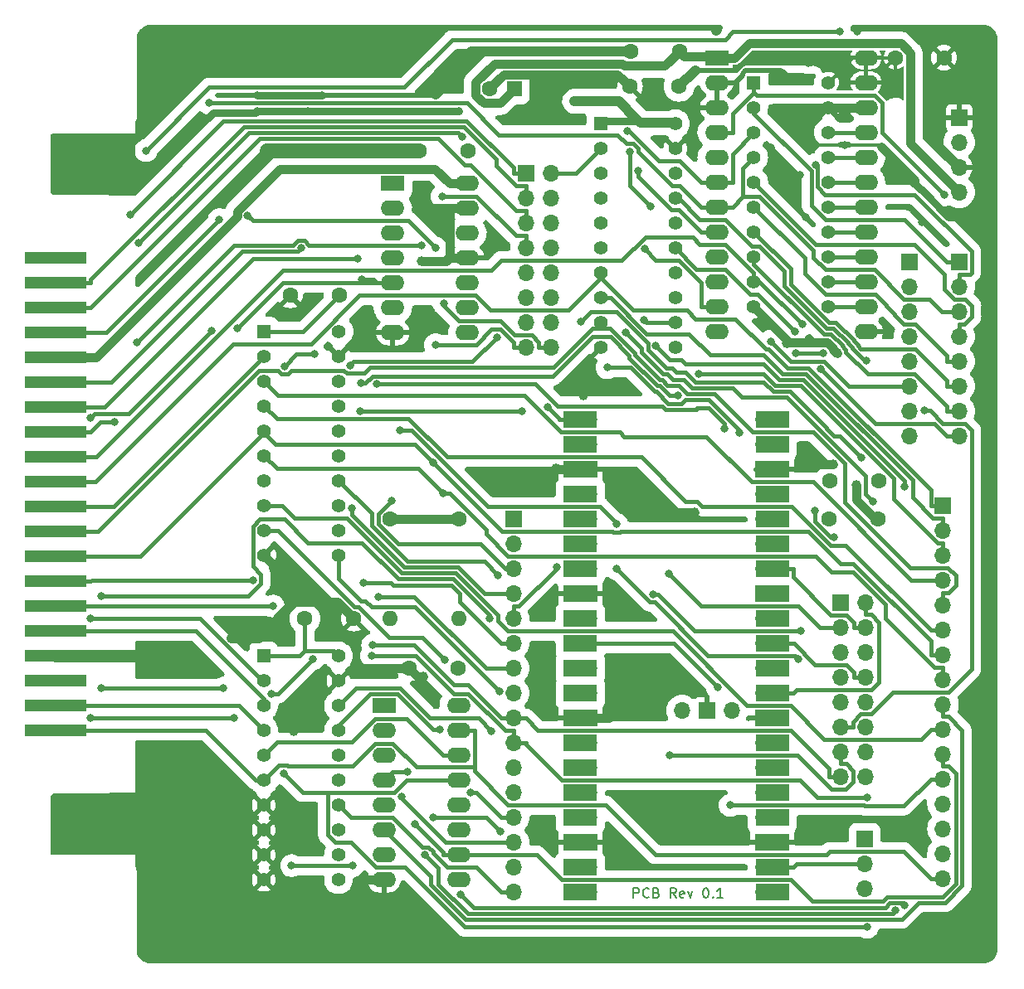
<source format=gtl>
G04 #@! TF.GenerationSoftware,KiCad,Pcbnew,7.0.10-7.0.10~ubuntu22.04.1*
G04 #@! TF.CreationDate,2024-02-08T01:05:10-08:00*
G04 #@! TF.ProjectId,copico,636f7069-636f-42e6-9b69-6361645f7063,0.2.1*
G04 #@! TF.SameCoordinates,Original*
G04 #@! TF.FileFunction,Copper,L1,Top*
G04 #@! TF.FilePolarity,Positive*
%FSLAX46Y46*%
G04 Gerber Fmt 4.6, Leading zero omitted, Abs format (unit mm)*
G04 Created by KiCad (PCBNEW 7.0.10-7.0.10~ubuntu22.04.1) date 2024-02-08 01:05:10*
%MOMM*%
%LPD*%
G01*
G04 APERTURE LIST*
%ADD10C,0.150000*%
G04 #@! TA.AperFunction,NonConductor*
%ADD11C,0.150000*%
G04 #@! TD*
G04 #@! TA.AperFunction,ConnectorPad*
%ADD12R,6.350000X1.270000*%
G04 #@! TD*
G04 #@! TA.AperFunction,ComponentPad*
%ADD13R,1.600000X1.600000*%
G04 #@! TD*
G04 #@! TA.AperFunction,ComponentPad*
%ADD14C,1.600000*%
G04 #@! TD*
G04 #@! TA.AperFunction,ComponentPad*
%ADD15R,1.700000X1.700000*%
G04 #@! TD*
G04 #@! TA.AperFunction,ComponentPad*
%ADD16O,1.700000X1.700000*%
G04 #@! TD*
G04 #@! TA.AperFunction,ComponentPad*
%ADD17O,1.600000X1.600000*%
G04 #@! TD*
G04 #@! TA.AperFunction,ComponentPad*
%ADD18R,1.400000X1.400000*%
G04 #@! TD*
G04 #@! TA.AperFunction,ComponentPad*
%ADD19C,1.400000*%
G04 #@! TD*
G04 #@! TA.AperFunction,ComponentPad*
%ADD20R,2.400000X1.600000*%
G04 #@! TD*
G04 #@! TA.AperFunction,ComponentPad*
%ADD21O,2.400000X1.600000*%
G04 #@! TD*
G04 #@! TA.AperFunction,SMDPad,CuDef*
%ADD22R,3.500000X1.700000*%
G04 #@! TD*
G04 #@! TA.AperFunction,ViaPad*
%ADD23C,1.000000*%
G04 #@! TD*
G04 #@! TA.AperFunction,ViaPad*
%ADD24C,0.800000*%
G04 #@! TD*
G04 #@! TA.AperFunction,Conductor*
%ADD25C,0.500000*%
G04 #@! TD*
G04 #@! TA.AperFunction,Conductor*
%ADD26C,0.900000*%
G04 #@! TD*
G04 #@! TA.AperFunction,Conductor*
%ADD27C,1.270000*%
G04 #@! TD*
G04 #@! TA.AperFunction,Conductor*
%ADD28C,1.000000*%
G04 #@! TD*
G04 #@! TA.AperFunction,Conductor*
%ADD29C,0.350000*%
G04 #@! TD*
G04 #@! TA.AperFunction,Conductor*
%ADD30C,0.750000*%
G04 #@! TD*
G04 #@! TA.AperFunction,Conductor*
%ADD31C,1.500000*%
G04 #@! TD*
G04 #@! TA.AperFunction,Conductor*
%ADD32C,0.400000*%
G04 #@! TD*
G04 APERTURE END LIST*
D10*
D11*
X154226190Y-145361819D02*
X154226190Y-144361819D01*
X154226190Y-144361819D02*
X154607142Y-144361819D01*
X154607142Y-144361819D02*
X154702380Y-144409438D01*
X154702380Y-144409438D02*
X154749999Y-144457057D01*
X154749999Y-144457057D02*
X154797618Y-144552295D01*
X154797618Y-144552295D02*
X154797618Y-144695152D01*
X154797618Y-144695152D02*
X154749999Y-144790390D01*
X154749999Y-144790390D02*
X154702380Y-144838009D01*
X154702380Y-144838009D02*
X154607142Y-144885628D01*
X154607142Y-144885628D02*
X154226190Y-144885628D01*
X155797618Y-145266580D02*
X155749999Y-145314200D01*
X155749999Y-145314200D02*
X155607142Y-145361819D01*
X155607142Y-145361819D02*
X155511904Y-145361819D01*
X155511904Y-145361819D02*
X155369047Y-145314200D01*
X155369047Y-145314200D02*
X155273809Y-145218961D01*
X155273809Y-145218961D02*
X155226190Y-145123723D01*
X155226190Y-145123723D02*
X155178571Y-144933247D01*
X155178571Y-144933247D02*
X155178571Y-144790390D01*
X155178571Y-144790390D02*
X155226190Y-144599914D01*
X155226190Y-144599914D02*
X155273809Y-144504676D01*
X155273809Y-144504676D02*
X155369047Y-144409438D01*
X155369047Y-144409438D02*
X155511904Y-144361819D01*
X155511904Y-144361819D02*
X155607142Y-144361819D01*
X155607142Y-144361819D02*
X155749999Y-144409438D01*
X155749999Y-144409438D02*
X155797618Y-144457057D01*
X156559523Y-144838009D02*
X156702380Y-144885628D01*
X156702380Y-144885628D02*
X156749999Y-144933247D01*
X156749999Y-144933247D02*
X156797618Y-145028485D01*
X156797618Y-145028485D02*
X156797618Y-145171342D01*
X156797618Y-145171342D02*
X156749999Y-145266580D01*
X156749999Y-145266580D02*
X156702380Y-145314200D01*
X156702380Y-145314200D02*
X156607142Y-145361819D01*
X156607142Y-145361819D02*
X156226190Y-145361819D01*
X156226190Y-145361819D02*
X156226190Y-144361819D01*
X156226190Y-144361819D02*
X156559523Y-144361819D01*
X156559523Y-144361819D02*
X156654761Y-144409438D01*
X156654761Y-144409438D02*
X156702380Y-144457057D01*
X156702380Y-144457057D02*
X156749999Y-144552295D01*
X156749999Y-144552295D02*
X156749999Y-144647533D01*
X156749999Y-144647533D02*
X156702380Y-144742771D01*
X156702380Y-144742771D02*
X156654761Y-144790390D01*
X156654761Y-144790390D02*
X156559523Y-144838009D01*
X156559523Y-144838009D02*
X156226190Y-144838009D01*
X158559523Y-145361819D02*
X158226190Y-144885628D01*
X157988095Y-145361819D02*
X157988095Y-144361819D01*
X157988095Y-144361819D02*
X158369047Y-144361819D01*
X158369047Y-144361819D02*
X158464285Y-144409438D01*
X158464285Y-144409438D02*
X158511904Y-144457057D01*
X158511904Y-144457057D02*
X158559523Y-144552295D01*
X158559523Y-144552295D02*
X158559523Y-144695152D01*
X158559523Y-144695152D02*
X158511904Y-144790390D01*
X158511904Y-144790390D02*
X158464285Y-144838009D01*
X158464285Y-144838009D02*
X158369047Y-144885628D01*
X158369047Y-144885628D02*
X157988095Y-144885628D01*
X159369047Y-145314200D02*
X159273809Y-145361819D01*
X159273809Y-145361819D02*
X159083333Y-145361819D01*
X159083333Y-145361819D02*
X158988095Y-145314200D01*
X158988095Y-145314200D02*
X158940476Y-145218961D01*
X158940476Y-145218961D02*
X158940476Y-144838009D01*
X158940476Y-144838009D02*
X158988095Y-144742771D01*
X158988095Y-144742771D02*
X159083333Y-144695152D01*
X159083333Y-144695152D02*
X159273809Y-144695152D01*
X159273809Y-144695152D02*
X159369047Y-144742771D01*
X159369047Y-144742771D02*
X159416666Y-144838009D01*
X159416666Y-144838009D02*
X159416666Y-144933247D01*
X159416666Y-144933247D02*
X158940476Y-145028485D01*
X159750000Y-144695152D02*
X159988095Y-145361819D01*
X159988095Y-145361819D02*
X160226190Y-144695152D01*
X161559524Y-144361819D02*
X161654762Y-144361819D01*
X161654762Y-144361819D02*
X161750000Y-144409438D01*
X161750000Y-144409438D02*
X161797619Y-144457057D01*
X161797619Y-144457057D02*
X161845238Y-144552295D01*
X161845238Y-144552295D02*
X161892857Y-144742771D01*
X161892857Y-144742771D02*
X161892857Y-144980866D01*
X161892857Y-144980866D02*
X161845238Y-145171342D01*
X161845238Y-145171342D02*
X161797619Y-145266580D01*
X161797619Y-145266580D02*
X161750000Y-145314200D01*
X161750000Y-145314200D02*
X161654762Y-145361819D01*
X161654762Y-145361819D02*
X161559524Y-145361819D01*
X161559524Y-145361819D02*
X161464286Y-145314200D01*
X161464286Y-145314200D02*
X161416667Y-145266580D01*
X161416667Y-145266580D02*
X161369048Y-145171342D01*
X161369048Y-145171342D02*
X161321429Y-144980866D01*
X161321429Y-144980866D02*
X161321429Y-144742771D01*
X161321429Y-144742771D02*
X161369048Y-144552295D01*
X161369048Y-144552295D02*
X161416667Y-144457057D01*
X161416667Y-144457057D02*
X161464286Y-144409438D01*
X161464286Y-144409438D02*
X161559524Y-144361819D01*
X162321429Y-145266580D02*
X162369048Y-145314200D01*
X162369048Y-145314200D02*
X162321429Y-145361819D01*
X162321429Y-145361819D02*
X162273810Y-145314200D01*
X162273810Y-145314200D02*
X162321429Y-145266580D01*
X162321429Y-145266580D02*
X162321429Y-145361819D01*
X163321428Y-145361819D02*
X162750000Y-145361819D01*
X163035714Y-145361819D02*
X163035714Y-144361819D01*
X163035714Y-144361819D02*
X162940476Y-144504676D01*
X162940476Y-144504676D02*
X162845238Y-144599914D01*
X162845238Y-144599914D02*
X162750000Y-144647533D01*
D12*
X95250000Y-80010000D03*
X95250000Y-82550000D03*
X95250000Y-85090000D03*
X95250000Y-87630000D03*
X95250000Y-90170000D03*
X95250000Y-92710000D03*
X95250000Y-95250000D03*
X95250000Y-97790000D03*
X95250000Y-100330000D03*
X95250000Y-102870000D03*
X95250000Y-105410000D03*
X95250000Y-107950000D03*
X95250000Y-110490000D03*
X95250000Y-113030000D03*
X95250000Y-115570000D03*
X95250000Y-118110000D03*
X95250000Y-120650000D03*
X95250000Y-123190000D03*
X95250000Y-125730000D03*
X95250000Y-128270000D03*
D13*
X142073000Y-62738000D03*
D14*
X139573000Y-62738000D03*
D15*
X182372000Y-80391000D03*
D16*
X182372000Y-82931000D03*
X182372000Y-85471000D03*
X182372000Y-88011000D03*
X182372000Y-90551000D03*
X182372000Y-93091000D03*
X182372000Y-95631000D03*
X182372000Y-98171000D03*
D14*
X120690000Y-116840000D03*
X125690000Y-116840000D03*
X174244000Y-102743000D03*
X179244000Y-102743000D03*
D15*
X143256000Y-71374000D03*
D16*
X145796000Y-71374000D03*
X143256000Y-73914000D03*
X145796000Y-73914000D03*
X143256000Y-76454000D03*
X145796000Y-76454000D03*
X143256000Y-78994000D03*
X145796000Y-78994000D03*
X143256000Y-81534000D03*
X145796000Y-81534000D03*
X143256000Y-84074000D03*
X145796000Y-84074000D03*
X143256000Y-86614000D03*
X145796000Y-86614000D03*
X143256000Y-89154000D03*
X145796000Y-89154000D03*
D14*
X174204000Y-106680000D03*
X179204000Y-106680000D03*
D15*
X141986000Y-106680000D03*
D16*
X141986000Y-109220000D03*
X141986000Y-111760000D03*
X141986000Y-114300000D03*
X141986000Y-116840000D03*
X141986000Y-119380000D03*
X141986000Y-121920000D03*
X141986000Y-124460000D03*
X141986000Y-127000000D03*
X141986000Y-129540000D03*
X141986000Y-132080000D03*
X141986000Y-134620000D03*
X141986000Y-137160000D03*
X141986000Y-139700000D03*
X141986000Y-142240000D03*
X141986000Y-144780000D03*
D14*
X137302000Y-69048000D03*
X132302000Y-69048000D03*
X124206000Y-83820000D03*
X119206000Y-83820000D03*
X129413000Y-106680000D03*
D17*
X129413000Y-116840000D03*
D14*
X177927000Y-59563000D03*
X177927000Y-64643000D03*
D18*
X166497000Y-62103000D03*
D19*
X166497000Y-64643000D03*
X166497000Y-67183000D03*
X166497000Y-69723000D03*
X166497000Y-72263000D03*
X166497000Y-74803000D03*
X166497000Y-77343000D03*
X166497000Y-79883000D03*
X166497000Y-82423000D03*
X166497000Y-84963000D03*
X174117000Y-84963000D03*
X174117000Y-82423000D03*
X174117000Y-79883000D03*
X174117000Y-77343000D03*
X174117000Y-74803000D03*
X174117000Y-72263000D03*
X174117000Y-69723000D03*
X174117000Y-67183000D03*
X174117000Y-64643000D03*
X174117000Y-62103000D03*
D18*
X116499000Y-120650000D03*
D19*
X116499000Y-123190000D03*
X116499000Y-125730000D03*
X116499000Y-128270000D03*
X116499000Y-130810000D03*
X116499000Y-133350000D03*
X116499000Y-135890000D03*
X116499000Y-138430000D03*
X116499000Y-140970000D03*
X116499000Y-143510000D03*
X124119000Y-143510000D03*
X124119000Y-140970000D03*
X124119000Y-138430000D03*
X124119000Y-135890000D03*
X124119000Y-133350000D03*
X124119000Y-130810000D03*
X124119000Y-128270000D03*
X124119000Y-125730000D03*
X124119000Y-123190000D03*
X124119000Y-120650000D03*
D14*
X180908000Y-59563000D03*
X185908000Y-59563000D03*
D15*
X175387000Y-115189000D03*
D16*
X177927000Y-115189000D03*
X175387000Y-117729000D03*
X177927000Y-117729000D03*
X175387000Y-120269000D03*
X177927000Y-120269000D03*
X175387000Y-122809000D03*
X177927000Y-122809000D03*
X175387000Y-125349000D03*
X177927000Y-125349000D03*
X175387000Y-127889000D03*
X177927000Y-127889000D03*
X175387000Y-130429000D03*
X177927000Y-130429000D03*
X175387000Y-132969000D03*
X177927000Y-132969000D03*
D20*
X128778000Y-125730000D03*
D21*
X128778000Y-128270000D03*
X128778000Y-130810000D03*
X128778000Y-133350000D03*
X128778000Y-135890000D03*
X128778000Y-138430000D03*
X128778000Y-140970000D03*
X128778000Y-143510000D03*
X136398000Y-143510000D03*
X136398000Y-140970000D03*
X136398000Y-138430000D03*
X136398000Y-135890000D03*
X136398000Y-133350000D03*
X136398000Y-130810000D03*
X136398000Y-128270000D03*
X136398000Y-125730000D03*
D18*
X150876000Y-66294000D03*
D19*
X150876000Y-68834000D03*
X150876000Y-71374000D03*
X150876000Y-73914000D03*
X150876000Y-76454000D03*
X150876000Y-78994000D03*
X150876000Y-81534000D03*
X150876000Y-84074000D03*
X150876000Y-86614000D03*
X150876000Y-89154000D03*
X158496000Y-89154000D03*
X158496000Y-86614000D03*
X158496000Y-84074000D03*
X158496000Y-81534000D03*
X158496000Y-78994000D03*
X158496000Y-76454000D03*
X158496000Y-73914000D03*
X158496000Y-71374000D03*
X158496000Y-68834000D03*
X158496000Y-66294000D03*
D20*
X162707000Y-59558000D03*
D21*
X162707000Y-67178000D03*
X162707000Y-69718000D03*
X162707000Y-72258000D03*
X162707000Y-74798000D03*
X162707000Y-77338000D03*
X162707000Y-79878000D03*
X162707000Y-82418000D03*
X162707000Y-84958000D03*
X162707000Y-87498000D03*
X162707000Y-62098000D03*
X177947000Y-87498000D03*
X177947000Y-64638000D03*
X177947000Y-84958000D03*
X177947000Y-82418000D03*
X177947000Y-79878000D03*
X177947000Y-77338000D03*
X177947000Y-74798000D03*
X177947000Y-72258000D03*
X177947000Y-69718000D03*
X177947000Y-67178000D03*
X162707000Y-64638000D03*
X177947000Y-59558000D03*
X177947000Y-62098000D03*
D15*
X187452000Y-80391000D03*
D16*
X187452000Y-82931000D03*
X187452000Y-85471000D03*
X187452000Y-88011000D03*
X187452000Y-90551000D03*
X187452000Y-93091000D03*
X187452000Y-95631000D03*
X187452000Y-98171000D03*
D14*
X158897000Y-58928000D03*
X153897000Y-58928000D03*
D18*
X116546000Y-87503000D03*
D19*
X116546000Y-90043000D03*
X116546000Y-92583000D03*
X116546000Y-95123000D03*
X116546000Y-97663000D03*
X116546000Y-100203000D03*
X116546000Y-102743000D03*
X116546000Y-105283000D03*
X116546000Y-107823000D03*
X116546000Y-110363000D03*
X124166000Y-110363000D03*
X124166000Y-107823000D03*
X124166000Y-105283000D03*
X124166000Y-102743000D03*
X124166000Y-100203000D03*
X124166000Y-97663000D03*
X124166000Y-95123000D03*
X124166000Y-92583000D03*
X124166000Y-90043000D03*
X124166000Y-87503000D03*
D15*
X177800000Y-139319000D03*
D16*
X177800000Y-141859000D03*
X177800000Y-144399000D03*
D14*
X136358000Y-121920000D03*
X131358000Y-121920000D03*
X158857000Y-62484000D03*
X153857000Y-62484000D03*
D15*
X187452000Y-65659000D03*
D16*
X187452000Y-68199000D03*
X187452000Y-70739000D03*
X187452000Y-73279000D03*
D20*
X129667000Y-72390000D03*
D21*
X129667000Y-74930000D03*
X129667000Y-77470000D03*
X129667000Y-80010000D03*
X129667000Y-82550000D03*
X129667000Y-85090000D03*
X129667000Y-87630000D03*
X137287000Y-87630000D03*
X137287000Y-85090000D03*
X137287000Y-82550000D03*
X137287000Y-80010000D03*
X137287000Y-77470000D03*
X137287000Y-74930000D03*
X137287000Y-72390000D03*
D16*
X149693000Y-96520000D03*
D22*
X148793000Y-96520000D03*
D16*
X149693000Y-99060000D03*
D22*
X148793000Y-99060000D03*
D15*
X149693000Y-101600000D03*
D22*
X148793000Y-101600000D03*
D16*
X149693000Y-104140000D03*
D22*
X148793000Y-104140000D03*
D16*
X149693000Y-106680000D03*
D22*
X148793000Y-106680000D03*
D16*
X149693000Y-109220000D03*
D22*
X148793000Y-109220000D03*
D16*
X149693000Y-111760000D03*
D22*
X148793000Y-111760000D03*
D15*
X149693000Y-114300000D03*
D22*
X148793000Y-114300000D03*
D16*
X149693000Y-116840000D03*
D22*
X148793000Y-116840000D03*
D16*
X149693000Y-119380000D03*
D22*
X148793000Y-119380000D03*
D16*
X149693000Y-121920000D03*
D22*
X148793000Y-121920000D03*
D16*
X149693000Y-124460000D03*
D22*
X148793000Y-124460000D03*
D15*
X149693000Y-127000000D03*
D22*
X148793000Y-127000000D03*
D16*
X149693000Y-129540000D03*
D22*
X148793000Y-129540000D03*
D16*
X149693000Y-132080000D03*
D22*
X148793000Y-132080000D03*
D16*
X149693000Y-134620000D03*
D22*
X148793000Y-134620000D03*
D16*
X149693000Y-137160000D03*
D22*
X148793000Y-137160000D03*
D15*
X149693000Y-139700000D03*
D22*
X148793000Y-139700000D03*
D16*
X149693000Y-142240000D03*
D22*
X148793000Y-142240000D03*
D16*
X149693000Y-144780000D03*
D22*
X148793000Y-144780000D03*
D16*
X167473000Y-144780000D03*
D22*
X168373000Y-144780000D03*
D16*
X167473000Y-142240000D03*
D22*
X168373000Y-142240000D03*
D15*
X167473000Y-139700000D03*
D22*
X168373000Y-139700000D03*
D16*
X167473000Y-137160000D03*
D22*
X168373000Y-137160000D03*
D16*
X167473000Y-134620000D03*
D22*
X168373000Y-134620000D03*
D16*
X167473000Y-132080000D03*
D22*
X168373000Y-132080000D03*
D16*
X167473000Y-129540000D03*
D22*
X168373000Y-129540000D03*
D15*
X167473000Y-127000000D03*
D22*
X168373000Y-127000000D03*
D16*
X167473000Y-124460000D03*
D22*
X168373000Y-124460000D03*
D16*
X167473000Y-121920000D03*
D22*
X168373000Y-121920000D03*
D16*
X167473000Y-119380000D03*
D22*
X168373000Y-119380000D03*
D16*
X167473000Y-116840000D03*
D22*
X168373000Y-116840000D03*
D15*
X167473000Y-114300000D03*
D22*
X168373000Y-114300000D03*
D16*
X167473000Y-111760000D03*
D22*
X168373000Y-111760000D03*
D16*
X167473000Y-109220000D03*
D22*
X168373000Y-109220000D03*
D16*
X167473000Y-106680000D03*
D22*
X168373000Y-106680000D03*
D16*
X167473000Y-104140000D03*
D22*
X168373000Y-104140000D03*
D15*
X167473000Y-101600000D03*
D22*
X168373000Y-101600000D03*
D16*
X167473000Y-99060000D03*
D22*
X168373000Y-99060000D03*
D16*
X167473000Y-96520000D03*
D22*
X168373000Y-96520000D03*
D16*
X159167100Y-126250000D03*
D15*
X161707100Y-126250000D03*
D16*
X164247100Y-126250000D03*
D15*
X185801000Y-105283000D03*
D16*
X185801000Y-107823000D03*
X185801000Y-110363000D03*
X185801000Y-112903000D03*
X185801000Y-115443000D03*
X185801000Y-117983000D03*
X185801000Y-120523000D03*
X185801000Y-123063000D03*
X185801000Y-125603000D03*
X185801000Y-128143000D03*
X185801000Y-130683000D03*
X185801000Y-133223000D03*
X185801000Y-135763000D03*
X185801000Y-138303000D03*
X185801000Y-140843000D03*
X185801000Y-143383000D03*
D14*
X136398000Y-106680000D03*
D17*
X136398000Y-116840000D03*
D23*
X160489800Y-105952300D03*
D24*
X102870000Y-67945000D03*
D23*
X132600900Y-87630000D03*
X149080300Y-94056000D03*
D24*
X171196000Y-71501000D03*
X157353000Y-120904000D03*
X169037000Y-64643000D03*
X109601000Y-66040000D03*
D23*
X109855000Y-130302000D03*
X174551000Y-101063000D03*
D24*
X187579000Y-75819000D03*
D23*
X113239600Y-118831800D03*
X151772700Y-127000000D03*
D24*
X122428000Y-63373000D03*
D23*
X109347000Y-120650000D03*
D24*
X162687000Y-56769000D03*
X107442000Y-78359000D03*
X190500000Y-103225600D03*
D23*
X102870000Y-140335000D03*
D24*
X136398000Y-65024000D03*
X116840000Y-69088000D03*
X190398400Y-131165600D03*
D23*
X132302000Y-74930000D03*
D24*
X156845000Y-134747000D03*
D23*
X184658000Y-67945000D03*
D24*
X115951000Y-57404000D03*
D23*
X146282100Y-101491000D03*
D24*
X171831000Y-75819000D03*
X183642000Y-76327000D03*
X169418000Y-61087000D03*
X190373000Y-81280000D03*
X175768000Y-68453000D03*
D23*
X119562900Y-128314500D03*
X169880100Y-88690400D03*
D24*
X112522000Y-73406000D03*
D23*
X132600900Y-80299400D03*
D24*
X182753000Y-150114000D03*
D23*
X132727100Y-122719400D03*
D24*
X158877000Y-150114000D03*
X115824000Y-63373000D03*
X125984000Y-57404000D03*
D23*
X102870000Y-135255000D03*
X174998500Y-89763800D03*
D24*
X168275000Y-68707000D03*
D23*
X102108000Y-120650000D03*
D24*
X121031000Y-65024000D03*
X177038000Y-56896000D03*
X183642000Y-73025000D03*
D23*
X176985800Y-103188400D03*
D24*
X102870000Y-73025000D03*
X121158000Y-150114000D03*
X115824000Y-65024000D03*
X189611000Y-58166000D03*
X160528000Y-60833000D03*
X172085000Y-60071000D03*
X148209000Y-64008000D03*
X102870000Y-75565000D03*
X153589800Y-67037700D03*
X172826300Y-70475500D03*
X120294600Y-79021200D03*
X126059300Y-80104700D03*
X154699500Y-71108500D03*
X101287700Y-96754100D03*
X171426000Y-86797300D03*
X173335000Y-91361100D03*
X126519500Y-82211900D03*
X126384000Y-92807100D03*
X158767100Y-94054000D03*
X160912800Y-91864300D03*
X113772600Y-87217700D03*
X131176500Y-132484900D03*
X133774700Y-100919000D03*
X115380600Y-112901400D03*
X117471500Y-115570000D03*
X131909800Y-137847700D03*
X134978100Y-121020700D03*
X132978600Y-140979200D03*
X180975500Y-146650400D03*
X125572800Y-142073500D03*
X119335800Y-142073500D03*
X178052800Y-148355300D03*
X118509500Y-132640000D03*
X134677200Y-73723800D03*
X103520200Y-88615400D03*
X132574700Y-78689000D03*
X139569300Y-116865800D03*
X99947000Y-114565000D03*
X104487300Y-69034900D03*
X175236800Y-56903000D03*
X110914900Y-64185400D03*
X98834600Y-96368100D03*
X155337600Y-79095100D03*
X153889000Y-69134600D03*
X111198600Y-87413100D03*
X156007800Y-74745600D03*
X140291400Y-88082100D03*
X98826900Y-126964000D03*
X121707800Y-89822500D03*
X113429400Y-126964000D03*
X118621100Y-91052700D03*
X125276100Y-90976500D03*
X121530600Y-120950900D03*
X117256400Y-124561300D03*
X126302700Y-95636000D03*
X142852500Y-95636000D03*
X134832300Y-104055400D03*
X164084900Y-135908100D03*
X98826900Y-116838400D03*
X99949000Y-123952000D03*
X181906700Y-146099000D03*
X112395000Y-123952000D03*
X136579600Y-145037200D03*
X114846600Y-75663200D03*
X134041300Y-79019600D03*
X134041300Y-88865700D03*
X111945800Y-76110800D03*
X171050000Y-120990500D03*
X130391300Y-97589600D03*
X152478300Y-107207800D03*
X152478300Y-111730500D03*
X136753400Y-67630600D03*
X134910000Y-84688500D03*
X103685400Y-78472800D03*
X185918300Y-73544800D03*
X127619500Y-119547500D03*
X127518600Y-120602000D03*
X178096700Y-135147500D03*
X181893700Y-103405100D03*
X156484600Y-88978100D03*
X157821100Y-112215900D03*
X128065100Y-92897800D03*
X163498900Y-97472000D03*
X146387400Y-111594400D03*
X155273700Y-86343300D03*
X170717600Y-87560000D03*
X151524600Y-91204300D03*
X165024600Y-97892500D03*
X157915200Y-130791900D03*
X183911500Y-95610500D03*
X177985200Y-90522000D03*
X178628300Y-104886400D03*
X153467200Y-87656300D03*
X140519300Y-124256500D03*
X140415900Y-112392700D03*
X128211100Y-114607500D03*
X126643700Y-113151100D03*
X125491000Y-105528000D03*
X129589400Y-104761100D03*
X173580300Y-89724400D03*
X162809100Y-123881400D03*
X170772600Y-89724400D03*
X172768100Y-105823900D03*
X174673500Y-108536500D03*
X156249000Y-114367300D03*
X171252900Y-118091900D03*
X168245000Y-88510300D03*
X145471400Y-95275100D03*
X148871100Y-86546600D03*
X177431500Y-100361200D03*
X133749800Y-137158900D03*
X140628100Y-138544300D03*
X130555100Y-135060100D03*
X137557700Y-134620000D03*
X134465500Y-128128600D03*
X139717400Y-128312800D03*
D25*
X111760000Y-63373000D02*
X115824000Y-63373000D01*
D26*
X103505000Y-135890000D02*
X102870000Y-135255000D01*
X139573000Y-62738000D02*
X139573000Y-62647400D01*
X168529000Y-64643000D02*
X169037000Y-64643000D01*
D27*
X102108000Y-120650000D02*
X95250000Y-120650000D01*
D25*
X169418000Y-61087000D02*
X169227000Y-60896000D01*
X165347000Y-61348000D02*
X164597000Y-62098000D01*
D28*
X162760000Y-56715000D02*
X162741000Y-56715000D01*
D26*
X174016000Y-88632200D02*
X169938300Y-88632200D01*
D29*
X172350863Y-68464863D02*
X175756137Y-68464863D01*
D30*
X183599982Y-73025000D02*
X182922491Y-72347509D01*
D26*
X169037000Y-64643000D02*
X174117000Y-64643000D01*
D25*
X165347000Y-61194949D02*
X165347000Y-61348000D01*
D26*
X169880100Y-88690400D02*
X169880100Y-88346100D01*
X169880100Y-88346100D02*
X166497000Y-84963000D01*
X125537800Y-144898300D02*
X126926100Y-143510000D01*
D30*
X111379000Y-65151000D02*
X110744000Y-65786000D01*
D26*
X119641200Y-113458200D02*
X119641200Y-115163800D01*
D29*
X179335863Y-68464863D02*
X179514500Y-68643500D01*
D25*
X165645949Y-60896000D02*
X165347000Y-61194949D01*
D26*
X176985800Y-103188400D02*
X176985800Y-104731400D01*
D30*
X111379000Y-65151000D02*
X115697000Y-65151000D01*
D28*
X119641200Y-115163800D02*
X115973200Y-118831800D01*
X162741000Y-56715000D02*
X162687000Y-56769000D01*
D26*
X135435100Y-74930000D02*
X132302000Y-74930000D01*
D28*
X137668000Y-59626500D02*
X134009100Y-63285400D01*
D25*
X122428000Y-63373000D02*
X133921500Y-63373000D01*
D30*
X183642000Y-73025000D02*
X183599982Y-73025000D01*
D26*
X177947000Y-64638000D02*
X177942000Y-64643000D01*
X151772700Y-127000000D02*
X149693000Y-127000000D01*
D29*
X175768000Y-68453000D02*
X175779863Y-68464863D01*
D26*
X171831000Y-67945000D02*
X168529000Y-64643000D01*
D25*
X164597000Y-62098000D02*
X162707000Y-62098000D01*
D26*
X153857000Y-62484000D02*
X153841500Y-62484000D01*
X153841500Y-62484000D02*
X152616800Y-61259300D01*
D25*
X134009100Y-63285400D02*
X133921500Y-63285400D01*
D26*
X146282100Y-101491000D02*
X146391100Y-101600000D01*
D30*
X186393982Y-75819000D02*
X183642000Y-73067018D01*
D26*
X174998500Y-89763800D02*
X174632200Y-89397500D01*
D27*
X102108000Y-120650000D02*
X109347000Y-120650000D01*
D26*
X125690000Y-116840000D02*
X124013800Y-115163800D01*
D28*
X153897000Y-58928000D02*
X137668000Y-58928000D01*
D26*
X169938300Y-88632200D02*
X169880100Y-88690400D01*
D25*
X169227000Y-60896000D02*
X165645949Y-60896000D01*
D26*
X176985800Y-104731400D02*
X178934400Y-106680000D01*
X124013800Y-115163800D02*
X119641200Y-115163800D01*
D28*
X184658000Y-67945000D02*
X187452000Y-70739000D01*
D26*
X116546000Y-110363000D02*
X119641200Y-113458200D01*
D31*
X116880000Y-69048000D02*
X132302000Y-69048000D01*
D29*
X175756137Y-68464863D02*
X175768000Y-68453000D01*
D30*
X186393982Y-75819000D02*
X187579000Y-75819000D01*
X169418000Y-61087000D02*
X170307000Y-61976000D01*
D26*
X131358000Y-121920000D02*
X132157400Y-122719400D01*
D29*
X175779863Y-68464863D02*
X179335863Y-68464863D01*
D26*
X135435100Y-80010000D02*
X135435100Y-74930000D01*
X148042100Y-101600000D02*
X146391100Y-101600000D01*
X178934400Y-106680000D02*
X179204000Y-106680000D01*
X177526000Y-64643000D02*
X174117000Y-64643000D01*
D28*
X137668000Y-58928000D02*
X137668000Y-59626500D01*
D26*
X174632200Y-89248400D02*
X174016000Y-88632200D01*
X135435100Y-80010000D02*
X135145700Y-80299400D01*
X140961100Y-61259300D02*
X152616800Y-61259300D01*
D30*
X115824000Y-65024000D02*
X121031000Y-65024000D01*
D26*
X182922491Y-72051491D02*
X179514500Y-68643500D01*
X182922491Y-72347509D02*
X182583982Y-72009000D01*
X128778000Y-143510000D02*
X126926100Y-143510000D01*
X182922491Y-72347509D02*
X182922491Y-72051491D01*
X126055000Y-121920000D02*
X131358000Y-121920000D01*
X135435100Y-80010000D02*
X137287000Y-80010000D01*
X171311900Y-101063000D02*
X174551000Y-101063000D01*
D30*
X122428000Y-63373000D02*
X115824000Y-63373000D01*
X121031000Y-65024000D02*
X136398000Y-65024000D01*
D26*
X177942000Y-64643000D02*
X177526000Y-64643000D01*
X139573000Y-62647400D02*
X140961100Y-61259300D01*
X149693000Y-101600000D02*
X148042100Y-101600000D01*
X157755200Y-105952300D02*
X160489800Y-105952300D01*
X135145700Y-80299400D02*
X132600900Y-80299400D01*
D28*
X115973200Y-118831800D02*
X113239600Y-118831800D01*
D26*
X174632200Y-89397500D02*
X174632200Y-89248400D01*
X132157400Y-122719400D02*
X132727100Y-122719400D01*
D30*
X115697000Y-65151000D02*
X115824000Y-65024000D01*
D26*
X148042100Y-101600000D02*
X148060200Y-101618100D01*
D29*
X171831000Y-67945000D02*
X172350863Y-68464863D01*
D26*
X137287000Y-74930000D02*
X135435100Y-74930000D01*
D30*
X183642000Y-73067018D02*
X183642000Y-73025000D01*
D26*
X159354600Y-59385600D02*
X158897000Y-58928000D01*
X182508600Y-68335600D02*
X182508600Y-59110200D01*
X163140500Y-59558000D02*
X162968200Y-59385700D01*
X153066900Y-60151100D02*
X153295700Y-60379900D01*
X187452000Y-73279000D02*
X182508600Y-68335600D01*
X99076900Y-90170000D02*
X99374200Y-90170000D01*
X162968200Y-59385600D02*
X159354600Y-59385600D01*
X136398000Y-106680000D02*
X129413000Y-106680000D01*
X99374200Y-90170000D02*
X113794700Y-75749500D01*
X182508600Y-59110200D02*
X181504500Y-58106100D01*
X140620900Y-64190100D02*
X138939400Y-64190100D01*
X157445100Y-60379900D02*
X158897000Y-58928000D01*
X181504500Y-58106100D02*
X166010800Y-58106100D01*
X162968200Y-59385700D02*
X162968200Y-59385600D01*
X113794700Y-75749500D02*
X113794700Y-75227600D01*
X163140500Y-59558000D02*
X164558900Y-59558000D01*
X133970800Y-70925700D02*
X135435100Y-72390000D01*
X137287000Y-72390000D02*
X135435100Y-72390000D01*
X138939400Y-64190100D02*
X138116400Y-63367100D01*
X162707000Y-59558000D02*
X163140500Y-59558000D01*
X118096600Y-70925700D02*
X133970800Y-70925700D01*
X95250000Y-90170000D02*
X99076900Y-90170000D01*
X138116400Y-63367100D02*
X138116400Y-62068300D01*
X140033600Y-60151100D02*
X153066900Y-60151100D01*
X113794700Y-75227600D02*
X118096600Y-70925700D01*
X138116400Y-62068300D02*
X140033600Y-60151100D01*
X153295700Y-60379900D02*
X157445100Y-60379900D01*
X166010800Y-58106100D02*
X164558900Y-59558000D01*
X142073000Y-62738000D02*
X140620900Y-64190100D01*
D32*
X124119000Y-120650000D02*
X123618000Y-120149000D01*
D30*
X151159100Y-66010900D02*
X154334100Y-66010900D01*
D32*
X123618000Y-120149000D02*
X120690000Y-120149000D01*
D28*
X154940000Y-66235800D02*
X154524600Y-65820400D01*
D29*
X177927000Y-59563000D02*
X180908000Y-59563000D01*
D25*
X164719000Y-60833000D02*
X165481000Y-60071000D01*
D28*
X160508000Y-60833000D02*
X158857000Y-62484000D01*
X158437800Y-66235800D02*
X154940000Y-66235800D01*
D29*
X172593000Y-59563000D02*
X177927000Y-59563000D01*
D32*
X116499000Y-120650000D02*
X120189000Y-120650000D01*
D29*
X180721000Y-62103000D02*
X180721000Y-63500000D01*
X180716000Y-62098000D02*
X180721000Y-62103000D01*
D25*
X154334100Y-66010900D02*
X154524600Y-65820400D01*
D32*
X120690000Y-120149000D02*
X120690000Y-116840000D01*
D29*
X180908000Y-61916000D02*
X180908000Y-59563000D01*
X177927000Y-59563000D02*
X176657000Y-59563000D01*
X176657000Y-59563000D02*
X174117000Y-62103000D01*
D28*
X174122000Y-62098000D02*
X174117000Y-62103000D01*
D29*
X172085000Y-60071000D02*
X172593000Y-59563000D01*
X180908000Y-61916000D02*
X180721000Y-62103000D01*
X177947000Y-62098000D02*
X180716000Y-62098000D01*
D32*
X124206000Y-83820000D02*
X120523000Y-87503000D01*
D28*
X154524600Y-65820400D02*
X152712200Y-64008000D01*
D32*
X158496000Y-66294000D02*
X158437800Y-66235800D01*
X120523000Y-87503000D02*
X116546000Y-87503000D01*
D30*
X150876000Y-66294000D02*
X151159100Y-66010900D01*
D28*
X152712200Y-64008000D02*
X148209000Y-64008000D01*
D32*
X120189000Y-120650000D02*
X120690000Y-120149000D01*
D25*
X160528000Y-60833000D02*
X160508000Y-60833000D01*
X165481000Y-60071000D02*
X172085000Y-60071000D01*
X164719000Y-60833000D02*
X160528000Y-60833000D01*
D32*
X143256000Y-71374000D02*
X142004100Y-71374000D01*
X142004100Y-70797600D02*
X137191000Y-65984500D01*
X137191000Y-65984500D02*
X112395000Y-65984500D01*
X102870000Y-75565000D02*
X112395000Y-66040000D01*
X142004100Y-71374000D02*
X142004100Y-70797600D01*
X112395000Y-66040000D02*
X112395000Y-65984500D01*
X140222000Y-69914100D02*
X136894300Y-66586400D01*
X136894300Y-66586400D02*
X114437900Y-66586400D01*
X143256000Y-72662100D02*
X142251100Y-72662100D01*
X140222000Y-70633000D02*
X140222000Y-69914100D01*
X143256000Y-73914000D02*
X143256000Y-72662100D01*
X98826900Y-82197400D02*
X98826900Y-82550000D01*
X95250000Y-82550000D02*
X98826900Y-82550000D01*
X114437900Y-66586400D02*
X98826900Y-82197400D01*
X142251100Y-72662100D02*
X140222000Y-70633000D01*
X134299800Y-67809500D02*
X116107400Y-67809500D01*
X137564800Y-70526500D02*
X137016800Y-70526500D01*
X95250000Y-85090000D02*
X98826900Y-85090000D01*
X143256000Y-75202100D02*
X142240400Y-75202100D01*
X143256000Y-76454000D02*
X143256000Y-75202100D01*
X116107400Y-67809500D02*
X98826900Y-85090000D01*
X137016800Y-70526500D02*
X134299800Y-67809500D01*
X142240400Y-75202100D02*
X137564800Y-70526500D01*
X172983600Y-70632800D02*
X172983600Y-72752000D01*
X188520600Y-81679100D02*
X187452000Y-81679100D01*
X172826300Y-70475500D02*
X172983600Y-70632800D01*
X188703900Y-81495800D02*
X188520600Y-81679100D01*
X163140500Y-72258000D02*
X164308900Y-72258000D01*
X162707000Y-72258000D02*
X161105100Y-72258000D01*
X158951100Y-70104000D02*
X156843500Y-70104000D01*
X172983600Y-72752000D02*
X173759600Y-73528000D01*
X120294600Y-79021200D02*
X120001000Y-79314800D01*
X153777200Y-67037700D02*
X153589800Y-67037700D01*
X95250000Y-92710000D02*
X98826900Y-92710000D01*
X114337600Y-79314800D02*
X100942400Y-92710000D01*
X100942400Y-92710000D02*
X98826900Y-92710000D01*
X187452000Y-82931000D02*
X187452000Y-81679100D01*
X120001000Y-79314800D02*
X114337600Y-79314800D01*
X173759600Y-73528000D02*
X182900900Y-73528000D01*
X156843500Y-70104000D02*
X153777200Y-67037700D01*
X188703900Y-79331000D02*
X188703900Y-81495800D01*
X161105100Y-72258000D02*
X158951100Y-70104000D01*
X182900900Y-73528000D02*
X188703900Y-79331000D01*
X163140500Y-72258000D02*
X162707000Y-72258000D01*
X164308900Y-69371100D02*
X164308900Y-72258000D01*
X166497000Y-67183000D02*
X164308900Y-69371100D01*
X188024900Y-84199500D02*
X186937000Y-84199500D01*
X161105100Y-77338000D02*
X158848800Y-75081700D01*
X185966500Y-81680200D02*
X182899300Y-78613000D01*
X100289600Y-95250000D02*
X98826900Y-95250000D01*
X126059300Y-80104700D02*
X115434900Y-80104700D01*
X187452000Y-86759100D02*
X187970800Y-86759100D01*
X158848800Y-75081700D02*
X158086700Y-75081700D01*
X95250000Y-95250000D02*
X98826900Y-95250000D01*
X188741600Y-84916200D02*
X188024900Y-84199500D01*
X172847000Y-78613000D02*
X166497000Y-72263000D01*
X182899300Y-78613000D02*
X172847000Y-78613000D01*
X154699500Y-71694500D02*
X154699500Y-71108500D01*
X162707000Y-77338000D02*
X161105100Y-77338000D01*
X185966500Y-83229000D02*
X185966500Y-81680200D01*
X187452000Y-88011000D02*
X187452000Y-86759100D01*
X187970800Y-86759100D02*
X188741600Y-85988300D01*
X158086700Y-75081700D02*
X154699500Y-71694500D01*
X188741600Y-85988300D02*
X188741600Y-84916200D01*
X115434900Y-80104700D02*
X100289600Y-95250000D01*
X186937000Y-84199500D02*
X185966500Y-83229000D01*
X177385300Y-89281000D02*
X177104200Y-88999900D01*
X174867200Y-86576500D02*
X174164300Y-86576500D01*
X177104200Y-88891800D02*
X176687900Y-88475500D01*
X182937800Y-89281000D02*
X177385300Y-89281000D01*
X170286400Y-82698600D02*
X170286400Y-81132400D01*
X98826900Y-97790000D02*
X99862800Y-96754100D01*
X187452000Y-93091000D02*
X186200100Y-93091000D01*
X174164300Y-86576500D02*
X170286400Y-82698600D01*
X186200100Y-92543300D02*
X182937800Y-89281000D01*
X95250000Y-97790000D02*
X98826900Y-97790000D01*
X176687900Y-88475500D02*
X176687900Y-88397200D01*
X99862800Y-96754100D02*
X101287700Y-96754100D01*
X176687900Y-88397200D02*
X174867200Y-86576500D01*
X177104200Y-88999900D02*
X177104200Y-88891800D01*
X170286400Y-81132400D02*
X166497000Y-77343000D01*
X186200100Y-93091000D02*
X186200100Y-92543300D01*
X160261000Y-77870500D02*
X160998500Y-78608000D01*
X153034900Y-80264000D02*
X140719200Y-80264000D01*
X118498000Y-81247800D02*
X99415800Y-100330000D01*
X178874900Y-96901000D02*
X173335000Y-91361100D01*
X153034900Y-80263900D02*
X153034900Y-80264000D01*
X140719200Y-80264000D02*
X139735400Y-81247800D01*
X99415800Y-100330000D02*
X95250000Y-100330000D01*
X166497000Y-81499900D02*
X163605100Y-78608000D01*
X186200100Y-98171000D02*
X184930100Y-96901000D01*
X167051700Y-82423000D02*
X171426000Y-86797300D01*
X187452000Y-98171000D02*
X186200100Y-98171000D01*
X160261000Y-77870500D02*
X155428300Y-77870500D01*
X166497000Y-82423000D02*
X166497000Y-81499900D01*
X155428300Y-77870500D02*
X153034900Y-80263900D01*
X139735400Y-81247800D02*
X118498000Y-81247800D01*
X166497000Y-82423000D02*
X167051700Y-82423000D01*
X163605100Y-78608000D02*
X160998500Y-78608000D01*
X184930100Y-96901000D02*
X178874900Y-96901000D01*
X167707700Y-89312300D02*
X164623400Y-86228000D01*
X139640700Y-85343900D02*
X138134600Y-83837800D01*
X150876000Y-82025900D02*
X150876000Y-81534000D01*
X147558000Y-85343900D02*
X139640700Y-85343900D01*
X150876000Y-82025900D02*
X147558000Y-85343900D01*
X167968700Y-89312300D02*
X167707700Y-89312300D01*
X121327100Y-88773000D02*
X113411000Y-88773000D01*
X184549100Y-103709400D02*
X172081300Y-91241600D01*
X160533600Y-86228000D02*
X159649600Y-85344000D01*
X154194100Y-85344000D02*
X150876000Y-82025900D01*
X185801000Y-105283000D02*
X184549100Y-105283000D01*
X164623400Y-86228000D02*
X160533600Y-86228000D01*
X113411000Y-88773000D02*
X99314000Y-102870000D01*
X138134600Y-83837800D02*
X126262300Y-83837800D01*
X99314000Y-102870000D02*
X95250000Y-102870000D01*
X172081300Y-91241600D02*
X169898000Y-91241600D01*
X159649600Y-85344000D02*
X154194100Y-85344000D01*
X184549100Y-105283000D02*
X184549100Y-103709400D01*
X169898000Y-91241600D02*
X167968700Y-89312300D01*
X126262300Y-83837800D02*
X121327100Y-88773000D01*
X160912800Y-91864300D02*
X167522700Y-91864300D01*
X167522700Y-91864300D02*
X168705700Y-93047300D01*
X185801000Y-110363000D02*
X185801000Y-109111100D01*
X150004500Y-88051300D02*
X151876800Y-88051300D01*
X126519500Y-82211900D02*
X127727000Y-82211900D01*
X153796200Y-90255700D02*
X156606500Y-93066000D01*
X126384000Y-92807100D02*
X126836400Y-92807100D01*
X127565000Y-92078500D02*
X145977300Y-92078500D01*
X156891500Y-93066000D02*
X157879500Y-94054000D01*
X126836400Y-92807100D02*
X127565000Y-92078500D01*
X101179000Y-105410000D02*
X95250000Y-105410000D01*
X127727000Y-82211900D02*
X128065100Y-82550000D01*
X171308200Y-93047300D02*
X180774400Y-102513500D01*
X157879500Y-94054000D02*
X158767100Y-94054000D01*
X128065100Y-82550000D02*
X118440300Y-82550000D01*
X118440300Y-82550000D02*
X113772600Y-87217700D01*
X180774400Y-102513500D02*
X180774400Y-104632200D01*
X145977300Y-92078500D02*
X150004500Y-88051300D01*
X156606500Y-93066000D02*
X156891500Y-93066000D01*
X168705700Y-93047300D02*
X171308200Y-93047300D01*
X129667000Y-82550000D02*
X128065100Y-82550000D01*
X185253300Y-109111100D02*
X185801000Y-109111100D01*
X116546000Y-90043000D02*
X101179000Y-105410000D01*
X151876800Y-88051300D02*
X153796200Y-89970700D01*
X153796200Y-89970700D02*
X153796200Y-90255700D01*
X180774400Y-104632200D02*
X185253300Y-109111100D01*
X124942500Y-91778400D02*
X126713700Y-91778400D01*
X154398100Y-89935300D02*
X156926900Y-92464100D01*
X95250000Y-107950000D02*
X99555400Y-107950000D01*
X117915600Y-91481100D02*
X118289100Y-91854600D01*
X118953200Y-91854600D02*
X119326700Y-91481100D01*
X172554600Y-97771900D02*
X175817200Y-101034500D01*
X150024900Y-87179800D02*
X150876000Y-87179800D01*
X162491100Y-93870000D02*
X166393000Y-97771900D01*
X186305500Y-111633000D02*
X187090600Y-112418100D01*
X158865300Y-93018000D02*
X159717300Y-93870000D01*
X150876000Y-87179800D02*
X151856400Y-87179800D01*
X119326700Y-91481100D02*
X124645200Y-91481100D01*
X150876000Y-87179800D02*
X150876000Y-86614000D01*
X159717300Y-93870000D02*
X162491100Y-93870000D01*
X175817200Y-101034500D02*
X175817200Y-104992900D01*
X186319800Y-114191100D02*
X185801000Y-114191100D01*
X151856400Y-87179800D02*
X154398100Y-89721500D01*
X146028200Y-91176500D02*
X150024900Y-87179800D01*
X156926900Y-92464100D02*
X157140700Y-92464100D01*
X187090600Y-113420300D02*
X186319800Y-114191100D01*
X126713700Y-91778400D02*
X127315600Y-91176500D01*
X175817200Y-104992900D02*
X182457300Y-111633000D01*
X187090600Y-112418100D02*
X187090600Y-113420300D01*
X182457300Y-111633000D02*
X186305500Y-111633000D01*
X124645200Y-91481100D02*
X124942500Y-91778400D01*
X157694600Y-93018000D02*
X158865300Y-93018000D01*
X127315600Y-91176500D02*
X146028200Y-91176500D01*
X118289100Y-91854600D02*
X118953200Y-91854600D01*
X157140700Y-92464100D02*
X157694600Y-93018000D01*
X99555400Y-107950000D02*
X116024300Y-91481100D01*
X116024300Y-91481100D02*
X117915600Y-91481100D01*
X185801000Y-115443000D02*
X185801000Y-114191100D01*
X166393000Y-97771900D02*
X172554600Y-97771900D01*
X154398100Y-89721500D02*
X154398100Y-89935300D01*
X129643100Y-132484900D02*
X131176500Y-132484900D01*
X176644700Y-111234700D02*
X184549100Y-119139100D01*
X131890900Y-99035200D02*
X133774700Y-100919000D01*
X185801000Y-120523000D02*
X184549100Y-120523000D01*
X152068500Y-107931900D02*
X152146300Y-108009700D01*
X103914000Y-110490000D02*
X116546000Y-97858000D01*
X175356800Y-111234700D02*
X176644700Y-111234700D01*
X140787600Y-107931900D02*
X152068500Y-107931900D01*
X152888200Y-107931900D02*
X172054000Y-107931900D01*
X128778000Y-133350000D02*
X129643100Y-132484900D01*
X184549100Y-119139100D02*
X184549100Y-120523000D01*
X133774700Y-100919000D02*
X140787600Y-107931900D01*
X117723200Y-99035200D02*
X131890900Y-99035200D01*
X152810400Y-108009700D02*
X152888200Y-107931900D01*
X172054000Y-107931900D02*
X175356800Y-111234700D01*
X116546000Y-97858000D02*
X116546000Y-97663000D01*
X116546000Y-97858000D02*
X117723200Y-99035200D01*
X152146300Y-108009700D02*
X152810400Y-108009700D01*
X95250000Y-110490000D02*
X103914000Y-110490000D01*
X128778000Y-138430000D02*
X133517800Y-143169800D01*
X187753600Y-128259800D02*
X187753600Y-144124600D01*
X185801000Y-125603000D02*
X185801000Y-126854900D01*
X133517800Y-143169800D02*
X133517800Y-144020900D01*
X181583771Y-147553300D02*
X183290471Y-145846600D01*
X183290471Y-145846600D02*
X186031600Y-145846600D01*
X137050200Y-147553300D02*
X181583771Y-147553300D01*
X186348700Y-126854900D02*
X187753600Y-128259800D01*
X95250000Y-113030000D02*
X98826900Y-113030000D01*
X98955500Y-112901400D02*
X115380600Y-112901400D01*
X185801000Y-126854900D02*
X186348700Y-126854900D01*
X186031600Y-145846600D02*
X187753600Y-144124600D01*
X133517800Y-144020900D02*
X137050200Y-147553300D01*
X98826900Y-113030000D02*
X98955500Y-112901400D01*
X125761400Y-115615400D02*
X126190400Y-115615400D01*
X116546000Y-107823000D02*
X117969000Y-107823000D01*
X185746000Y-145246600D02*
X180137400Y-145246600D01*
X132711000Y-118753600D02*
X134978100Y-121020700D01*
X146899600Y-143528100D02*
X144341500Y-140970000D01*
X179699000Y-145685000D02*
X172446400Y-145685000D01*
X129328600Y-118753600D02*
X132711000Y-118753600D01*
X117969000Y-107823000D02*
X125761400Y-115615400D01*
X187091200Y-143901400D02*
X185746000Y-145246600D01*
X134796100Y-140734000D02*
X131909800Y-137847700D01*
X95250000Y-115570000D02*
X117471500Y-115570000D01*
X136398000Y-140970000D02*
X134796100Y-140970000D01*
X180137400Y-145246600D02*
X179699000Y-145685000D01*
X126190400Y-115615400D02*
X129328600Y-118753600D01*
X172446400Y-145685000D02*
X170289500Y-143528100D01*
X170289500Y-143528100D02*
X146899600Y-143528100D01*
X185801000Y-130683000D02*
X185801000Y-131934900D01*
X186348700Y-131934900D02*
X187091200Y-132677400D01*
X144341500Y-140970000D02*
X136398000Y-140970000D01*
X187091200Y-132677400D02*
X187091200Y-143901400D01*
X185801000Y-131934900D02*
X186348700Y-131934900D01*
X134796100Y-140970000D02*
X134796100Y-140734000D01*
X132978600Y-140979200D02*
X134332100Y-142332700D01*
X116499000Y-125730000D02*
X116499000Y-125070400D01*
X134332100Y-143984100D02*
X137299400Y-146951400D01*
X180674500Y-146951400D02*
X180975500Y-146650400D01*
X137299400Y-146951400D02*
X180674500Y-146951400D01*
X109538600Y-118110000D02*
X98826900Y-118110000D01*
X116499000Y-125070400D02*
X109538600Y-118110000D01*
X95250000Y-118110000D02*
X98826900Y-118110000D01*
X134332100Y-142332700D02*
X134332100Y-143984100D01*
X119335800Y-142073500D02*
X125572800Y-142073500D01*
X130885800Y-142240000D02*
X137001100Y-148355300D01*
X113959000Y-125730000D02*
X116499000Y-128270000D01*
X134796100Y-133350000D02*
X131042600Y-133350000D01*
X131042600Y-133350000D02*
X129777200Y-134615400D01*
X129777200Y-134615400D02*
X123010900Y-134615400D01*
X137001100Y-148355300D02*
X178052800Y-148355300D01*
X123010900Y-138947900D02*
X123763000Y-139700000D01*
X120484900Y-134615400D02*
X118509500Y-132640000D01*
X127940800Y-142240000D02*
X130885800Y-142240000D01*
X123763000Y-139700000D02*
X125400800Y-139700000D01*
X125400800Y-139700000D02*
X127940800Y-142240000D01*
X123010900Y-134615400D02*
X120484900Y-134615400D01*
X123010900Y-134615400D02*
X123010900Y-138947900D01*
X95250000Y-125730000D02*
X113959000Y-125730000D01*
X136398000Y-133350000D02*
X134796100Y-133350000D01*
X125563300Y-131925000D02*
X118930100Y-131925000D01*
X115647900Y-133350000D02*
X116499000Y-133350000D01*
X127880200Y-129608100D02*
X125563300Y-131925000D01*
X132087300Y-132019500D02*
X129675900Y-129608100D01*
X118930100Y-131925000D02*
X118843200Y-131838100D01*
X137999900Y-132019500D02*
X132087300Y-132019500D01*
X137999900Y-132445100D02*
X137999900Y-132019500D01*
X184549100Y-143383000D02*
X181773200Y-140607100D01*
X110567900Y-128270000D02*
X115647900Y-133350000D01*
X151385400Y-135890000D02*
X141444800Y-135890000D01*
X156447300Y-140951900D02*
X151385400Y-135890000D01*
X129675900Y-129608100D02*
X127880200Y-129608100D01*
X174287500Y-140607100D02*
X173942700Y-140951900D01*
X141444800Y-135890000D02*
X137999900Y-132445100D01*
X185801000Y-143383000D02*
X184549100Y-143383000D01*
X181773200Y-140607100D02*
X174287500Y-140607100D01*
X95250000Y-128270000D02*
X110567900Y-128270000D01*
X118010900Y-131838100D02*
X116499000Y-133350000D01*
X118843200Y-131838100D02*
X118010900Y-131838100D01*
X173942700Y-140951900D02*
X156447300Y-140951900D01*
X136398000Y-128270000D02*
X137999900Y-128270000D01*
X137999900Y-132019500D02*
X137999900Y-128270000D01*
X121096400Y-78689000D02*
X132574700Y-78689000D01*
X113422700Y-78712900D02*
X119469100Y-78712900D01*
X142220500Y-77742100D02*
X138202200Y-73723800D01*
X143256000Y-78994000D02*
X143256000Y-77742100D01*
X119469100Y-78712800D02*
X119962600Y-78219300D01*
X143256000Y-77742100D02*
X142220500Y-77742100D01*
X120626700Y-78219300D02*
X121096400Y-78689000D01*
X119469100Y-78712900D02*
X119469100Y-78712800D01*
X138202200Y-73723800D02*
X134677200Y-73723800D01*
X119962600Y-78219300D02*
X120626700Y-78219300D01*
X103520200Y-88615400D02*
X113422700Y-78712900D01*
X139569300Y-116865800D02*
X139569300Y-116514900D01*
X115393000Y-107391600D02*
X115393000Y-111495300D01*
X126517400Y-109093000D02*
X120995300Y-109093000D01*
X116081600Y-106703000D02*
X115393000Y-107391600D01*
X120995300Y-109093000D02*
X118605300Y-106703000D01*
X130226100Y-112801800D02*
X130226100Y-112801700D01*
X115393000Y-111495300D02*
X116204600Y-112306900D01*
X118605300Y-106703000D02*
X116081600Y-106703000D01*
X130226100Y-112801700D02*
X126517400Y-109093000D01*
X116204600Y-113284800D02*
X114924400Y-114565000D01*
X114924400Y-114565000D02*
X99947000Y-114565000D01*
X116204600Y-112306900D02*
X116204600Y-113284800D01*
X139569300Y-116514900D02*
X135856200Y-112801800D01*
X135856200Y-112801800D02*
X130226100Y-112801800D01*
X135693000Y-57728000D02*
X130853400Y-62567600D01*
X166497000Y-64643000D02*
X166497000Y-65280100D01*
X187452000Y-80391000D02*
X186200100Y-80391000D01*
X163548818Y-57728000D02*
X135693000Y-57728000D01*
X172350200Y-71133300D02*
X172350200Y-74625100D01*
X110954600Y-62567600D02*
X104487300Y-69034900D01*
X164373818Y-56903000D02*
X163548818Y-57728000D01*
X175236800Y-56903000D02*
X164373818Y-56903000D01*
X173793100Y-76068000D02*
X181877100Y-76068000D01*
X181877100Y-76068000D02*
X186200100Y-80391000D01*
X130853400Y-62567600D02*
X110954600Y-62567600D01*
X172350200Y-74625100D02*
X173793100Y-76068000D01*
X166497000Y-65280100D02*
X172350200Y-71133300D01*
X154690900Y-69134700D02*
X154690900Y-68802500D01*
X165381700Y-73698800D02*
X167016400Y-73698800D01*
X165381700Y-73725200D02*
X165381700Y-73698800D01*
X162707000Y-74798000D02*
X161105100Y-74798000D01*
X172561900Y-79958300D02*
X173819700Y-81216100D01*
X165381700Y-70838300D02*
X165381700Y-73698800D01*
X167016400Y-73698800D02*
X172561900Y-79244300D01*
X154221100Y-68332700D02*
X153512000Y-68332700D01*
X166497000Y-69723000D02*
X165381700Y-70838300D01*
X161105100Y-74798000D02*
X158951100Y-72644000D01*
X163140500Y-74798000D02*
X164308900Y-74798000D01*
X158951100Y-72644000D02*
X158200200Y-72644000D01*
X164308900Y-74798000D02*
X165381700Y-73725200D01*
X184395700Y-84201000D02*
X185665700Y-85471000D01*
X172561900Y-79244300D02*
X172561900Y-79958300D01*
X178844800Y-81216100D02*
X181829700Y-84201000D01*
X185665700Y-85471000D02*
X187452000Y-85471000D01*
X154690900Y-68802500D02*
X154221100Y-68332700D01*
X163140500Y-74798000D02*
X162707000Y-74798000D01*
X140457600Y-67426100D02*
X137216900Y-64185400D01*
X152605400Y-67426100D02*
X140457600Y-67426100D01*
X137216900Y-64185400D02*
X110914900Y-64185400D01*
X158200200Y-72644000D02*
X154690900Y-69134700D01*
X153512000Y-68332700D02*
X152605400Y-67426100D01*
X173819700Y-81216100D02*
X178844800Y-81216100D01*
X181829700Y-84201000D02*
X184395700Y-84201000D01*
X186200100Y-90003300D02*
X186200100Y-90551000D01*
X179998300Y-84911600D02*
X181827700Y-86741000D01*
X178888400Y-83693000D02*
X179998300Y-84802900D01*
X173803600Y-83693000D02*
X178888400Y-83693000D01*
X179998300Y-84802900D02*
X179998300Y-84911600D01*
X181827700Y-86741000D02*
X182937800Y-86741000D01*
X171728200Y-81617600D02*
X173803600Y-83693000D01*
X171728200Y-80034200D02*
X171728200Y-81617600D01*
X182937800Y-86741000D02*
X186200100Y-90003300D01*
X187452000Y-90551000D02*
X186200100Y-90551000D01*
X166497000Y-74803000D02*
X171728200Y-80034200D01*
X173628500Y-87780300D02*
X166497000Y-80648800D01*
X166497000Y-80648800D02*
X166497000Y-79883000D01*
X175900400Y-89609600D02*
X175900400Y-89390200D01*
X174368800Y-87780300D02*
X173628500Y-87780300D01*
X102685600Y-95926100D02*
X99276600Y-95926100D01*
X161105100Y-82527500D02*
X158841400Y-80263800D01*
X187452000Y-95631000D02*
X186200100Y-95631000D01*
X178110300Y-91819500D02*
X175900400Y-89609600D01*
X161105100Y-84958000D02*
X161105100Y-82527500D01*
X182907400Y-91819500D02*
X178110300Y-91819500D01*
X111198600Y-87413100D02*
X102685600Y-95926100D01*
X162707000Y-84958000D02*
X161105100Y-84958000D01*
X186200100Y-95631000D02*
X186200100Y-95112200D01*
X158841400Y-80263800D02*
X156506300Y-80263800D01*
X175484100Y-88973900D02*
X175484100Y-88895600D01*
X156007800Y-74745600D02*
X153889000Y-72626800D01*
X99276600Y-95926100D02*
X98834600Y-96368100D01*
X153889000Y-72626800D02*
X153889000Y-69134600D01*
X156506300Y-80263800D02*
X155337600Y-79095100D01*
X175484100Y-88895600D02*
X174368800Y-87780300D01*
X186200100Y-95112200D02*
X182907400Y-91819500D01*
X175900400Y-89390200D02*
X175484100Y-88973900D01*
X113429400Y-126964000D02*
X98826900Y-126964000D01*
X117256400Y-124561200D02*
X117256400Y-124561300D01*
X121707800Y-89822500D02*
X119851300Y-89822500D01*
X119851300Y-89822500D02*
X118621100Y-91052700D01*
X137798900Y-90574600D02*
X125678000Y-90574600D01*
X125678000Y-90574600D02*
X125276100Y-90976500D01*
X140291400Y-88082100D02*
X137798900Y-90574600D01*
X117920300Y-124561200D02*
X117256400Y-124561200D01*
X121530600Y-120950900D02*
X117920300Y-124561200D01*
X185801000Y-107823000D02*
X185801000Y-106571100D01*
X184792100Y-106571100D02*
X182695600Y-104474600D01*
X182695600Y-102707000D02*
X171832100Y-91843500D01*
X185801000Y-106571100D02*
X184792100Y-106571100D01*
X162038200Y-89914200D02*
X159890500Y-87766500D01*
X159890500Y-87766500D02*
X155562600Y-87766500D01*
X167468400Y-89914200D02*
X162038200Y-89914200D01*
X142852500Y-95636000D02*
X126302700Y-95636000D01*
X169397700Y-91843500D02*
X167468400Y-89914200D01*
X151870100Y-84074000D02*
X150876000Y-84074000D01*
X171832100Y-91843500D02*
X169397700Y-91843500D01*
X155562600Y-87766500D02*
X151870100Y-84074000D01*
X182695600Y-104474600D02*
X182695600Y-102707000D01*
X172574100Y-102888100D02*
X182589000Y-112903000D01*
X161680100Y-98261700D02*
X166306500Y-102888100D01*
X146834300Y-97771900D02*
X152807400Y-97771900D01*
X117980200Y-94017200D02*
X143079600Y-94017200D01*
X143079600Y-94017200D02*
X146834300Y-97771900D01*
X153297200Y-98261700D02*
X161680100Y-98261700D01*
X166306500Y-102888100D02*
X172574100Y-102888100D01*
X152807400Y-97771900D02*
X153297200Y-98261700D01*
X116546000Y-92583000D02*
X117980200Y-94017200D01*
X182589000Y-112903000D02*
X185801000Y-112903000D01*
X135188800Y-100348000D02*
X155006000Y-100348000D01*
X155006000Y-100348000D02*
X159556600Y-104898600D01*
X175904500Y-109338400D02*
X184549100Y-117983000D01*
X161240000Y-105427000D02*
X170400200Y-105427000D01*
X117860900Y-96437900D02*
X131278700Y-96437900D01*
X185801000Y-117983000D02*
X184549100Y-117983000D01*
X131278700Y-96437900D02*
X135188800Y-100348000D01*
X170400200Y-105427000D02*
X174311600Y-109338400D01*
X159556600Y-104898600D02*
X160711600Y-104898600D01*
X160711600Y-104898600D02*
X161240000Y-105427000D01*
X174311600Y-109338400D02*
X175904500Y-109338400D01*
X116546000Y-95123000D02*
X117860900Y-96437900D01*
X179940500Y-116811300D02*
X179940500Y-115381600D01*
X139174500Y-108212700D02*
X139174500Y-107731000D01*
X141433700Y-110471900D02*
X139174500Y-108212700D01*
X135498900Y-104055400D02*
X134832300Y-104055400D01*
X179940500Y-115381600D02*
X176607900Y-112049000D01*
X174424100Y-112049000D02*
X172847000Y-110471900D01*
X176607900Y-112049000D02*
X174424100Y-112049000D01*
X132268400Y-101491500D02*
X134832300Y-104055400D01*
X116546000Y-100203000D02*
X117834500Y-101491500D01*
X139174500Y-107731000D02*
X135498900Y-104055400D01*
X184940300Y-121811100D02*
X179940500Y-116811300D01*
X185801000Y-121811100D02*
X184940300Y-121811100D01*
X117834500Y-101491500D02*
X132268400Y-101491500D01*
X172847000Y-110471900D02*
X141433700Y-110471900D01*
X185801000Y-123063000D02*
X185801000Y-121811100D01*
X140371200Y-116465700D02*
X136105400Y-112199900D01*
X173700400Y-129159000D02*
X170258000Y-125716600D01*
X140371200Y-117069700D02*
X140371200Y-116465700D01*
X184549100Y-128143000D02*
X183533100Y-129159000D01*
X158209500Y-118128100D02*
X141429600Y-118128100D01*
X130593700Y-112199900D02*
X124945300Y-106551500D01*
X136105400Y-112199900D02*
X130593700Y-112199900D01*
X185801000Y-128143000D02*
X184549100Y-128143000D01*
X141429600Y-118128100D02*
X140371200Y-117069700D01*
X124945300Y-106551500D02*
X119605200Y-106551500D01*
X183533100Y-129159000D02*
X173700400Y-129159000D01*
X119605200Y-106551500D02*
X118336700Y-105283000D01*
X118336700Y-105283000D02*
X116546000Y-105283000D01*
X165798000Y-125716600D02*
X158209500Y-118128100D01*
X170258000Y-125716600D02*
X165798000Y-125716600D01*
X177717000Y-135908100D02*
X164084900Y-135908100D01*
X184549100Y-133223000D02*
X181782100Y-135990000D01*
X116322400Y-123190000D02*
X109970800Y-116838400D01*
X181782100Y-135990000D02*
X177798900Y-135990000D01*
X177798900Y-135990000D02*
X177717000Y-135908100D01*
X185801000Y-133223000D02*
X184549100Y-133223000D01*
X109970800Y-116838400D02*
X98826900Y-116838400D01*
X116499000Y-123190000D02*
X116322400Y-123190000D01*
X117848100Y-129460900D02*
X125487400Y-129460900D01*
X136398000Y-130810000D02*
X134796100Y-130810000D01*
X131054200Y-127068100D02*
X134796100Y-130810000D01*
X179885700Y-146349400D02*
X180386600Y-145848500D01*
X116499000Y-130810000D02*
X117848100Y-129460900D01*
X181656200Y-145848500D02*
X181906700Y-146099000D01*
X137891800Y-146349400D02*
X179885700Y-146349400D01*
X112395000Y-123952000D02*
X99949000Y-123952000D01*
X136579600Y-145037200D02*
X137891800Y-146349400D01*
X180386600Y-145848500D02*
X181656200Y-145848500D01*
X127880200Y-127068100D02*
X131054200Y-127068100D01*
X125487400Y-129460900D02*
X127880200Y-127068100D01*
X111945800Y-76110800D02*
X100426600Y-87630000D01*
X115383400Y-76200000D02*
X131221700Y-76200000D01*
X138151200Y-88865700D02*
X134041300Y-88865700D01*
X100426600Y-87630000D02*
X95250000Y-87630000D01*
X131221700Y-76200000D02*
X134041300Y-79019600D01*
X139738100Y-87278800D02*
X138151200Y-88865700D01*
X143256000Y-89154000D02*
X142004100Y-89154000D01*
X114846600Y-75663200D02*
X115383400Y-76200000D01*
X142004100Y-89154000D02*
X142004100Y-88660800D01*
X142004100Y-88660800D02*
X140622100Y-87278800D01*
X140622100Y-87278800D02*
X139738100Y-87278800D01*
X161826000Y-120631900D02*
X170691400Y-120631900D01*
X139381600Y-105391900D02*
X131579300Y-97589600D01*
X170691400Y-120631900D02*
X171050000Y-120990500D01*
X150803600Y-105391900D02*
X139381600Y-105391900D01*
X131579300Y-97589600D02*
X130391300Y-97589600D01*
X152478300Y-107207800D02*
X152478300Y-107066600D01*
X152478300Y-111730500D02*
X155917000Y-115169200D01*
X155917000Y-115169200D02*
X156363300Y-115169200D01*
X152478300Y-107066600D02*
X150803600Y-105391900D01*
X156363300Y-115169200D02*
X161826000Y-120631900D01*
X143840000Y-87902100D02*
X142096700Y-87902100D01*
X136424900Y-86428100D02*
X134910000Y-84913200D01*
X136311100Y-67188300D02*
X114969900Y-67188300D01*
X144544100Y-89154000D02*
X144544100Y-88606200D01*
X114969900Y-67188300D02*
X103685400Y-78472800D01*
X144544100Y-88606200D02*
X143840000Y-87902100D01*
X145796000Y-89154000D02*
X144544100Y-89154000D01*
X142096700Y-87902100D02*
X140622700Y-86428100D01*
X136753400Y-67630600D02*
X136311100Y-67188300D01*
X140622700Y-86428100D02*
X136424900Y-86428100D01*
X134910000Y-84913200D02*
X134910000Y-84688500D01*
X150876000Y-68834000D02*
X148336000Y-71374000D01*
X148336000Y-71374000D02*
X145796000Y-71374000D01*
X166497000Y-62103000D02*
X166497000Y-63101500D01*
X166497000Y-63101500D02*
X166763500Y-63368000D01*
X166497000Y-63101500D02*
X166497000Y-63204900D01*
X179604400Y-67230900D02*
X185918300Y-73544800D01*
X166497000Y-63204900D02*
X166376100Y-63204900D01*
X162707000Y-67178000D02*
X164308900Y-67178000D01*
X179604400Y-64148100D02*
X179604400Y-67230900D01*
X166763500Y-63368000D02*
X178824300Y-63368000D01*
X178824300Y-63368000D02*
X179604400Y-64148100D01*
X164308900Y-65272100D02*
X164308900Y-67178000D01*
X166376100Y-63204900D02*
X164308900Y-65272100D01*
X177927000Y-116440900D02*
X178445800Y-116440900D01*
X167473000Y-124460000D02*
X170524900Y-124460000D01*
X178470200Y-124079000D02*
X170905900Y-124079000D01*
X179216600Y-117211700D02*
X179216600Y-123332600D01*
X179216600Y-123332600D02*
X178470200Y-124079000D01*
X170905900Y-124079000D02*
X170524900Y-124460000D01*
X177927000Y-115189000D02*
X177927000Y-116440900D01*
X178445800Y-116440900D02*
X179216600Y-117211700D01*
X170524900Y-142240000D02*
X170905900Y-141859000D01*
X170905900Y-141859000D02*
X177800000Y-141859000D01*
X167473000Y-142240000D02*
X170524900Y-142240000D01*
X174135100Y-132969000D02*
X174135100Y-132108300D01*
X140734100Y-127000000D02*
X137337600Y-123603500D01*
X135869300Y-123603500D02*
X131813300Y-119547500D01*
X141554200Y-127000000D02*
X141986000Y-127000000D01*
X175387000Y-132969000D02*
X174135100Y-132969000D01*
X174135100Y-132108300D02*
X170278700Y-128251900D01*
X141986000Y-127000000D02*
X143237900Y-127000000D01*
X131813300Y-119547500D02*
X127619500Y-119547500D01*
X170278700Y-128251900D02*
X144489800Y-128251900D01*
X137337600Y-123603500D02*
X135869300Y-123603500D01*
X144489800Y-128251900D02*
X143237900Y-127000000D01*
X141554200Y-127000000D02*
X140734100Y-127000000D01*
X174360200Y-116456000D02*
X170524900Y-112620700D01*
X176675100Y-117729000D02*
X176675100Y-117210200D01*
X167473000Y-111760000D02*
X170524900Y-111760000D01*
X177927000Y-117729000D02*
X176675100Y-117729000D01*
X176675100Y-117210200D02*
X175920900Y-116456000D01*
X175920900Y-116456000D02*
X174360200Y-116456000D01*
X170524900Y-112620700D02*
X170524900Y-111760000D01*
X143237900Y-129540000D02*
X143237900Y-129707000D01*
X141986000Y-129540000D02*
X141986000Y-128288100D01*
X131985300Y-120602000D02*
X127518600Y-120602000D01*
X135911400Y-124528100D02*
X131985300Y-120602000D01*
X146899000Y-133368100D02*
X171205800Y-133368100D01*
X143237900Y-129707000D02*
X146899000Y-133368100D01*
X141986000Y-129540000D02*
X143237900Y-129540000D01*
X171205800Y-133368100D02*
X172985200Y-135147500D01*
X172985200Y-135147500D02*
X178096700Y-135147500D01*
X141113400Y-128288100D02*
X137353400Y-124528100D01*
X141986000Y-128288100D02*
X141113400Y-128288100D01*
X137353400Y-124528100D02*
X135911400Y-124528100D01*
X171582900Y-92445400D02*
X169107600Y-92445400D01*
X159093700Y-90395100D02*
X157901600Y-90395100D01*
X181893700Y-103405100D02*
X181893700Y-102756200D01*
X169107600Y-92445400D02*
X167461100Y-90798900D01*
X181893700Y-102756200D02*
X171582900Y-92445400D01*
X167461100Y-90798900D02*
X159497500Y-90798900D01*
X157901600Y-90395100D02*
X156484600Y-88978100D01*
X159497500Y-90798900D02*
X159093700Y-90395100D01*
X177927000Y-122809000D02*
X176675100Y-122809000D01*
X167473000Y-119380000D02*
X170524900Y-119380000D01*
X172732500Y-121539000D02*
X170573500Y-119380000D01*
X170573500Y-119380000D02*
X170524900Y-119380000D01*
X175923900Y-121539000D02*
X172732500Y-121539000D01*
X176675100Y-122290200D02*
X175923900Y-121539000D01*
X176675100Y-122809000D02*
X176675100Y-122290200D01*
X175387000Y-117729000D02*
X173232200Y-117729000D01*
X157512200Y-95457900D02*
X157168100Y-95113800D01*
X157168100Y-95113800D02*
X146444100Y-95113800D01*
X160748812Y-95300000D02*
X160590912Y-95457900D01*
X146444100Y-95113800D02*
X144228100Y-92897800D01*
X163498900Y-96931712D02*
X161867188Y-95300000D01*
X160590912Y-95457900D02*
X157512200Y-95457900D01*
X163498900Y-97472000D02*
X163498900Y-96931712D01*
X144228100Y-92897800D02*
X128065100Y-92897800D01*
X173232200Y-117729000D02*
X171055100Y-115551900D01*
X161157100Y-115551900D02*
X157821100Y-112215900D01*
X171055100Y-115551900D02*
X161157100Y-115551900D01*
X161867188Y-95300000D02*
X160748812Y-95300000D01*
X142504800Y-115588100D02*
X141986000Y-115588100D01*
X141986000Y-116840000D02*
X141986000Y-115588100D01*
X146387400Y-111705500D02*
X142504800Y-115588100D01*
X146387400Y-111594400D02*
X146387400Y-111705500D01*
X155544400Y-86614000D02*
X155273700Y-86343300D01*
X158496000Y-86614000D02*
X155544400Y-86614000D01*
X170717600Y-87560000D02*
X166850600Y-83693000D01*
X160663500Y-81161500D02*
X158496000Y-78994000D01*
X166850600Y-83693000D02*
X166123600Y-83693000D01*
X163592100Y-81161500D02*
X160663500Y-81161500D01*
X166123600Y-83693000D02*
X163592100Y-81161500D01*
X175387000Y-131680900D02*
X175934700Y-131680900D01*
X165024500Y-97604900D02*
X165024500Y-97892500D01*
X161889600Y-94470000D02*
X165024500Y-97604900D01*
X174414700Y-134249700D02*
X170956900Y-130791900D01*
X156357300Y-93667900D02*
X156574000Y-93667900D01*
X156574000Y-93667900D02*
X157762100Y-94856000D01*
X165024500Y-97892500D02*
X165024600Y-97892500D01*
X157762100Y-94856000D02*
X159099200Y-94856000D01*
X175934700Y-131680900D02*
X176657000Y-132403200D01*
X175387000Y-130429000D02*
X175387000Y-131680900D01*
X176657000Y-132403200D02*
X176657000Y-133475400D01*
X159099200Y-94856000D02*
X159485200Y-94470000D01*
X175882700Y-134249700D02*
X174414700Y-134249700D01*
X151524600Y-91204300D02*
X153893700Y-91204300D01*
X176657000Y-133475400D02*
X175882700Y-134249700D01*
X159485200Y-94470000D02*
X161889600Y-94470000D01*
X170956900Y-130791900D02*
X157915200Y-130791900D01*
X153893700Y-91204300D02*
X156357300Y-93667900D01*
X169621900Y-82901800D02*
X169621900Y-81384300D01*
X176502300Y-89141000D02*
X176086000Y-88724700D01*
X188730800Y-121948400D02*
X188730800Y-97605400D01*
X188046400Y-96921000D02*
X185798628Y-96921000D01*
X173898500Y-87178400D02*
X169621900Y-82901800D01*
X180713500Y-124333000D02*
X186346200Y-124333000D01*
X176638900Y-127889000D02*
X176638900Y-127370200D01*
X188730800Y-97605400D02*
X188046400Y-96921000D01*
X176086000Y-88724700D02*
X176086000Y-88646400D01*
X167018700Y-78781100D02*
X166270000Y-78781100D01*
X176086000Y-88646400D02*
X174618000Y-87178400D01*
X185798628Y-96921000D02*
X184488128Y-95610500D01*
X169621900Y-81384300D02*
X167018700Y-78781100D01*
X186346200Y-124333000D02*
X188730800Y-121948400D01*
X158827500Y-73914000D02*
X158496000Y-73914000D01*
X176502300Y-89249100D02*
X176502300Y-89141000D01*
X175387000Y-127889000D02*
X176638900Y-127889000D01*
X177985200Y-90522000D02*
X177775200Y-90522000D01*
X178445600Y-126600900D02*
X180713500Y-124333000D01*
X163556900Y-76068000D02*
X160981500Y-76068000D01*
X174618000Y-87178400D02*
X173898500Y-87178400D01*
X177408200Y-126600900D02*
X178445600Y-126600900D01*
X184488128Y-95610500D02*
X183911500Y-95610500D01*
X166270000Y-78781100D02*
X163556900Y-76068000D01*
X160981500Y-76068000D02*
X158827500Y-73914000D01*
X177775200Y-90522000D02*
X176502300Y-89249100D01*
X176638900Y-127370200D02*
X177408200Y-126600900D01*
X177887800Y-102250100D02*
X177887800Y-104145900D01*
X157673100Y-91862200D02*
X158227000Y-92416100D01*
X155000000Y-89189100D02*
X155000000Y-89615300D01*
X165298500Y-94253000D02*
X169890700Y-94253000D01*
X177887800Y-104145900D02*
X178628300Y-104886400D01*
X157246900Y-91862200D02*
X157673100Y-91862200D01*
X174087600Y-98449900D02*
X174087600Y-98450000D01*
X159352900Y-92416100D02*
X160204900Y-93268100D01*
X160204900Y-93268100D02*
X164313600Y-93268100D01*
X174087500Y-98449900D02*
X174087600Y-98449900D01*
X177887700Y-102250100D02*
X177887800Y-102250100D01*
X158227000Y-92416100D02*
X159352900Y-92416100D01*
X153467200Y-87656300D02*
X155000000Y-89189100D01*
X164313600Y-93268100D02*
X165298500Y-94253000D01*
X169890700Y-94253000D02*
X169890700Y-94253100D01*
X174087600Y-98450000D02*
X177887700Y-102250100D01*
X169890700Y-94253100D02*
X174087500Y-98449900D01*
X155000000Y-89615300D02*
X157246900Y-91862200D01*
X126861700Y-115013500D02*
X127486300Y-115638100D01*
X124166000Y-112743300D02*
X126436200Y-115013500D01*
X124166000Y-110363000D02*
X124166000Y-112743300D01*
X126436200Y-115013500D02*
X126861700Y-115013500D01*
X131900900Y-115638100D02*
X140519300Y-124256500D01*
X127486300Y-115638100D02*
X131900900Y-115638100D01*
X127509100Y-106086100D02*
X124166000Y-102743000D01*
X131161700Y-110996100D02*
X127509100Y-107343500D01*
X139019300Y-110996100D02*
X131161700Y-110996100D01*
X127509100Y-107343500D02*
X127509100Y-106086100D01*
X140415900Y-112392700D02*
X139019300Y-110996100D01*
X141986000Y-121920000D02*
X139185900Y-121920000D01*
X131873400Y-114607500D02*
X128211100Y-114607500D01*
X139185900Y-121920000D02*
X131873400Y-114607500D01*
X129441500Y-113151100D02*
X126643700Y-113151100D01*
X141986000Y-119380000D02*
X140734100Y-119380000D01*
X136462600Y-115108500D02*
X136462600Y-114259300D01*
X136462600Y-114259300D02*
X135607000Y-113403700D01*
X129694100Y-113403700D02*
X129441500Y-113151100D01*
X135607000Y-113403700D02*
X129694100Y-113403700D01*
X140734100Y-119380000D02*
X136462600Y-115108500D01*
X136354600Y-111598000D02*
X130842900Y-111598000D01*
X141986000Y-114300000D02*
X139056600Y-114300000D01*
X139056600Y-114300000D02*
X136354600Y-111598000D01*
X125491000Y-106246100D02*
X125491000Y-105528000D01*
X130842900Y-111598000D02*
X125491000Y-106246100D01*
X138585700Y-109210800D02*
X130227500Y-109210800D01*
X141134900Y-111760000D02*
X138585700Y-109210800D01*
X130227500Y-109210800D02*
X128192900Y-107176200D01*
X141986000Y-111760000D02*
X141134900Y-111760000D01*
X128192900Y-106157600D02*
X129589400Y-104761100D01*
X128192900Y-107176200D02*
X128192900Y-106157600D01*
X158307700Y-119380000D02*
X162809100Y-123881400D01*
X170772600Y-89724400D02*
X173580300Y-89724400D01*
X177947000Y-84958000D02*
X174122000Y-84958000D01*
X149693000Y-119380000D02*
X158307700Y-119380000D01*
X174122000Y-84958000D02*
X174117000Y-84963000D01*
X174360900Y-108536500D02*
X172768100Y-106943700D01*
X160450800Y-118091900D02*
X171252900Y-118091900D01*
X156726200Y-114367300D02*
X160450800Y-118091900D01*
X174673500Y-108536500D02*
X174360900Y-108536500D01*
X174117000Y-82423000D02*
X174122000Y-82418000D01*
X174122000Y-82418000D02*
X177947000Y-82418000D01*
X172768100Y-106943700D02*
X172768100Y-105823900D01*
X156249000Y-114367300D02*
X156726200Y-114367300D01*
X176198900Y-93091000D02*
X173667100Y-90559200D01*
X174117000Y-79883000D02*
X174122000Y-79878000D01*
X182372000Y-93091000D02*
X176198900Y-93091000D01*
X170293900Y-90559200D02*
X168245000Y-88510300D01*
X174122000Y-79878000D02*
X177947000Y-79878000D01*
X173667100Y-90559200D02*
X170293900Y-90559200D01*
X177947000Y-77338000D02*
X174122000Y-77338000D01*
X174122000Y-77338000D02*
X174117000Y-77343000D01*
X177947000Y-74798000D02*
X174122000Y-74798000D01*
X174122000Y-74798000D02*
X174117000Y-74803000D01*
X177947000Y-72258000D02*
X174122000Y-72258000D01*
X174122000Y-72258000D02*
X174117000Y-72263000D01*
X174122000Y-69718000D02*
X174117000Y-69723000D01*
X177947000Y-69718000D02*
X174122000Y-69718000D01*
X173922200Y-97433400D02*
X174689500Y-98200700D01*
X174122000Y-67178000D02*
X174117000Y-67183000D01*
X149693000Y-96520000D02*
X146641100Y-96520000D01*
X168456500Y-93649200D02*
X170227300Y-93649200D01*
X159512300Y-91662800D02*
X160515700Y-92666200D01*
X155682600Y-88737700D02*
X155682600Y-89376000D01*
X174689500Y-98200800D02*
X175271100Y-98200800D01*
X170227300Y-93649200D02*
X173922100Y-97344000D01*
X173922100Y-97344000D02*
X173922100Y-97433400D01*
X152452900Y-85508000D02*
X155682600Y-88737700D01*
X173922100Y-97433400D02*
X173922200Y-97433400D01*
X177947000Y-67178000D02*
X174122000Y-67178000D01*
X146641100Y-96520000D02*
X146641100Y-96444800D01*
X149909700Y-85508000D02*
X152452900Y-85508000D01*
X155682600Y-89376000D02*
X157566900Y-91260300D01*
X146641100Y-96444800D02*
X145471400Y-95275100D01*
X148871100Y-86546600D02*
X149909700Y-85508000D01*
X167473500Y-92666200D02*
X168456500Y-93649200D01*
X174689500Y-98200700D02*
X174689500Y-98200800D01*
X175271100Y-98200800D02*
X177431500Y-100361200D01*
X158607700Y-91662800D02*
X159512300Y-91662800D01*
X157566900Y-91260300D02*
X158205200Y-91260300D01*
X158205200Y-91260300D02*
X158607700Y-91662800D01*
X160515700Y-92666200D02*
X167473500Y-92666200D01*
X133310700Y-140177300D02*
X132671900Y-140177300D01*
X125389000Y-137160000D02*
X124119000Y-135890000D01*
X129654600Y-137160000D02*
X125389000Y-137160000D01*
X133780500Y-140647100D02*
X133310700Y-140177300D01*
X138194100Y-142240000D02*
X135213700Y-142240000D01*
X132671900Y-140177300D02*
X129654600Y-137160000D01*
X133780500Y-140806800D02*
X133780500Y-140647100D01*
X141986000Y-144780000D02*
X140734100Y-144780000D01*
X135213700Y-142240000D02*
X133780500Y-140806800D01*
X140734100Y-144780000D02*
X138194100Y-142240000D01*
X139242700Y-137158900D02*
X133749800Y-137158900D01*
X140628100Y-138544300D02*
X139242700Y-137158900D01*
X130555100Y-135060100D02*
X130555100Y-135186600D01*
X130555100Y-135186600D02*
X135068500Y-139700000D01*
X135068500Y-139700000D02*
X141986000Y-139700000D01*
X141986000Y-137160000D02*
X140734100Y-137160000D01*
X127335700Y-124528100D02*
X130144400Y-124528100D01*
X124119000Y-128270000D02*
X124119000Y-127744800D01*
X124119000Y-127744800D02*
X127335700Y-124528100D01*
X133744900Y-128128600D02*
X134465500Y-128128600D01*
X130144400Y-124528100D02*
X133744900Y-128128600D01*
X140734100Y-137160000D02*
X138194100Y-134620000D01*
X138194100Y-134620000D02*
X137557700Y-134620000D01*
X125922800Y-123926200D02*
X124119000Y-125730000D01*
X139717400Y-128312800D02*
X138403000Y-126998400D01*
X130393700Y-123926200D02*
X125922800Y-123926200D01*
X133465900Y-126998400D02*
X130393700Y-123926200D01*
X138403000Y-126998400D02*
X133465900Y-126998400D01*
G04 #@! TA.AperFunction,Conductor*
G36*
X103378000Y-73660000D02*
G01*
X100817067Y-73660000D01*
X100748946Y-73639998D01*
X100715899Y-73605338D01*
X100715840Y-73605389D01*
X100715050Y-73604448D01*
X100707945Y-73596996D01*
X100706061Y-73593734D01*
X100701549Y-73588355D01*
X100693016Y-73583429D01*
X100675025Y-73570831D01*
X100667479Y-73564499D01*
X100660881Y-73562097D01*
X100653952Y-73560875D01*
X100644254Y-73562586D01*
X100622375Y-73564500D01*
X95148257Y-73564500D01*
X95131811Y-73563422D01*
X95046579Y-73552201D01*
X95014806Y-73543687D01*
X94943074Y-73513974D01*
X94914589Y-73497529D01*
X94852993Y-73450265D01*
X94829734Y-73427006D01*
X94782470Y-73365410D01*
X94766025Y-73336925D01*
X94736312Y-73265193D01*
X94727798Y-73233419D01*
X94716578Y-73148187D01*
X94715500Y-73131742D01*
X94715500Y-67648257D01*
X94716578Y-67631812D01*
X94724036Y-67575157D01*
X94727799Y-67546576D01*
X94736312Y-67514806D01*
X94766025Y-67443074D01*
X94782472Y-67414588D01*
X94824901Y-67359295D01*
X94882239Y-67317428D01*
X94924862Y-67310000D01*
X103378000Y-67310000D01*
X103378000Y-73660000D01*
G37*
G04 #@! TD.AperFunction*
G04 #@! TA.AperFunction,Conductor*
G36*
X103378000Y-140970000D02*
G01*
X94924862Y-140970000D01*
X94856741Y-140949998D01*
X94824900Y-140920704D01*
X94782471Y-140865410D01*
X94766025Y-140836925D01*
X94736312Y-140765193D01*
X94727798Y-140733419D01*
X94716578Y-140648187D01*
X94715500Y-140631742D01*
X94715500Y-135148257D01*
X94716578Y-135131812D01*
X94724036Y-135075157D01*
X94727799Y-135046576D01*
X94736312Y-135014806D01*
X94766025Y-134943074D01*
X94782467Y-134914593D01*
X94829738Y-134852988D01*
X94852988Y-134829738D01*
X94914593Y-134782467D01*
X94943074Y-134766025D01*
X95014806Y-134736312D01*
X95046576Y-134727799D01*
X95125461Y-134717414D01*
X95131812Y-134716578D01*
X95148257Y-134715500D01*
X95164531Y-134715500D01*
X100594470Y-134715500D01*
X100616350Y-134717414D01*
X100626047Y-134719124D01*
X100626047Y-134719123D01*
X100626048Y-134719124D01*
X100635746Y-134717413D01*
X100649067Y-134716248D01*
X100653310Y-134715500D01*
X100653312Y-134715500D01*
X100653313Y-134715499D01*
X100657576Y-134714748D01*
X100670473Y-134711290D01*
X100680172Y-134709581D01*
X100680173Y-134709579D01*
X100686260Y-134706064D01*
X100691641Y-134701549D01*
X100691645Y-134701548D01*
X100696569Y-134693018D01*
X100709171Y-134675022D01*
X100717580Y-134665002D01*
X100776693Y-134625680D01*
X100814096Y-134620000D01*
X103378000Y-134620000D01*
X103378000Y-140970000D01*
G37*
G04 #@! TD.AperFunction*
G04 #@! TA.AperFunction,Conductor*
G36*
X189949910Y-56216279D02*
G01*
X190142992Y-56231475D01*
X190182199Y-56237686D01*
X190360839Y-56280574D01*
X190398585Y-56292837D01*
X190568324Y-56363145D01*
X190603684Y-56381163D01*
X190760322Y-56477151D01*
X190792440Y-56500486D01*
X190932132Y-56619794D01*
X190960205Y-56647867D01*
X191079513Y-56787559D01*
X191102848Y-56819677D01*
X191198836Y-56976315D01*
X191216856Y-57011680D01*
X191262222Y-57121202D01*
X191287158Y-57181403D01*
X191299425Y-57219160D01*
X191342313Y-57397800D01*
X191348524Y-57437011D01*
X191363720Y-57630088D01*
X191364500Y-57649939D01*
X191364500Y-150630060D01*
X191363720Y-150649911D01*
X191348524Y-150842988D01*
X191342313Y-150882199D01*
X191299425Y-151060839D01*
X191287158Y-151098596D01*
X191216860Y-151268311D01*
X191198836Y-151303684D01*
X191102848Y-151460322D01*
X191079513Y-151492440D01*
X190960205Y-151632132D01*
X190932132Y-151660205D01*
X190792440Y-151779513D01*
X190760322Y-151802848D01*
X190603684Y-151898836D01*
X190568314Y-151916858D01*
X190422397Y-151977299D01*
X190398596Y-151987158D01*
X190360839Y-151999425D01*
X190182199Y-152042313D01*
X190142988Y-152048524D01*
X189981861Y-152061205D01*
X189949909Y-152063720D01*
X189930061Y-152064500D01*
X104949939Y-152064500D01*
X104930090Y-152063720D01*
X104892921Y-152060794D01*
X104737011Y-152048524D01*
X104697800Y-152042313D01*
X104519160Y-151999425D01*
X104481407Y-151987159D01*
X104311680Y-151916856D01*
X104276315Y-151898836D01*
X104119677Y-151802848D01*
X104087559Y-151779513D01*
X103947867Y-151660205D01*
X103919794Y-151632132D01*
X103800486Y-151492440D01*
X103777151Y-151460322D01*
X103681163Y-151303684D01*
X103663145Y-151268324D01*
X103592837Y-151098585D01*
X103580574Y-151060839D01*
X103537686Y-150882199D01*
X103531475Y-150842992D01*
X103516280Y-150649910D01*
X103515500Y-150630060D01*
X103515500Y-142527320D01*
X103515499Y-142527314D01*
X103510888Y-142495242D01*
X103483427Y-142304248D01*
X103419935Y-142088013D01*
X103400863Y-142046251D01*
X103378161Y-141950181D01*
X103378000Y-141941151D01*
X103378000Y-140970000D01*
X103378000Y-129485500D01*
X103397258Y-129388681D01*
X103452102Y-129306602D01*
X103534181Y-129251758D01*
X103631000Y-129232500D01*
X110064423Y-129232500D01*
X110161242Y-129251758D01*
X110243321Y-129306602D01*
X114956429Y-134019710D01*
X114960903Y-134024299D01*
X115017718Y-134084069D01*
X115017720Y-134084070D01*
X115017721Y-134084071D01*
X115043726Y-134102171D01*
X115060119Y-134113581D01*
X115075467Y-134125153D01*
X115098343Y-134143805D01*
X115115512Y-134157805D01*
X115133939Y-134167430D01*
X115161321Y-134184020D01*
X115178388Y-134195899D01*
X115225865Y-134216273D01*
X115243209Y-134224509D01*
X115289019Y-134248439D01*
X115289021Y-134248440D01*
X115300937Y-134253200D01*
X115300365Y-134254631D01*
X115375238Y-134293137D01*
X115403998Y-134319879D01*
X115505075Y-134429678D01*
X115505081Y-134429684D01*
X115668195Y-134556641D01*
X115696347Y-134578552D01*
X115705675Y-134583600D01*
X115714922Y-134588604D01*
X115790906Y-134651622D01*
X115836991Y-134738920D01*
X115846546Y-134833163D01*
X115842911Y-134874700D01*
X116415685Y-135447474D01*
X116364862Y-135455135D01*
X116242643Y-135513993D01*
X116143202Y-135606260D01*
X116075375Y-135723740D01*
X116056449Y-135806660D01*
X115483701Y-135233912D01*
X115483700Y-135233912D01*
X115448851Y-135283682D01*
X115448841Y-135283699D01*
X115359517Y-135475258D01*
X115359516Y-135475259D01*
X115304806Y-135679436D01*
X115304806Y-135679437D01*
X115286386Y-135889995D01*
X115286386Y-135890004D01*
X115304806Y-136100562D01*
X115304806Y-136100563D01*
X115359516Y-136304740D01*
X115359517Y-136304741D01*
X115448841Y-136496300D01*
X115448845Y-136496307D01*
X115483700Y-136546086D01*
X116054155Y-135975631D01*
X116055327Y-135991265D01*
X116104887Y-136117541D01*
X116189465Y-136223599D01*
X116301547Y-136300016D01*
X116413623Y-136334586D01*
X115842911Y-136905298D01*
X115892690Y-136940153D01*
X115893974Y-136940895D01*
X115894866Y-136941677D01*
X115901742Y-136946492D01*
X115901214Y-136947244D01*
X115968192Y-137005982D01*
X116011854Y-137094517D01*
X116018311Y-137193021D01*
X115986580Y-137286499D01*
X115921493Y-137360717D01*
X115893976Y-137379104D01*
X115892689Y-137379846D01*
X115842912Y-137414700D01*
X115842912Y-137414701D01*
X116415685Y-137987474D01*
X116364862Y-137995135D01*
X116242643Y-138053993D01*
X116143202Y-138146260D01*
X116075375Y-138263740D01*
X116056449Y-138346660D01*
X115483701Y-137773912D01*
X115483700Y-137773912D01*
X115448851Y-137823682D01*
X115448841Y-137823699D01*
X115359517Y-138015258D01*
X115359516Y-138015259D01*
X115304806Y-138219436D01*
X115304806Y-138219437D01*
X115286386Y-138429995D01*
X115286386Y-138430004D01*
X115304806Y-138640562D01*
X115304806Y-138640563D01*
X115359516Y-138844740D01*
X115359517Y-138844741D01*
X115448841Y-139036300D01*
X115448845Y-139036307D01*
X115483700Y-139086086D01*
X116054155Y-138515631D01*
X116055327Y-138531265D01*
X116104887Y-138657541D01*
X116189465Y-138763599D01*
X116301547Y-138840016D01*
X116413623Y-138874586D01*
X115842911Y-139445298D01*
X115892690Y-139480153D01*
X115893974Y-139480895D01*
X115894866Y-139481677D01*
X115901742Y-139486492D01*
X115901214Y-139487244D01*
X115968192Y-139545982D01*
X116011854Y-139634517D01*
X116018311Y-139733021D01*
X115986580Y-139826499D01*
X115921493Y-139900717D01*
X115893976Y-139919104D01*
X115892689Y-139919846D01*
X115842912Y-139954700D01*
X115842912Y-139954701D01*
X116415685Y-140527474D01*
X116364862Y-140535135D01*
X116242643Y-140593993D01*
X116143202Y-140686260D01*
X116075375Y-140803740D01*
X116056449Y-140886660D01*
X115483701Y-140313912D01*
X115483700Y-140313912D01*
X115448851Y-140363682D01*
X115448841Y-140363699D01*
X115359517Y-140555258D01*
X115359516Y-140555259D01*
X115304806Y-140759436D01*
X115304806Y-140759437D01*
X115286386Y-140969995D01*
X115286386Y-140970000D01*
X115304806Y-141180562D01*
X115304806Y-141180563D01*
X115359516Y-141384740D01*
X115359517Y-141384741D01*
X115448841Y-141576300D01*
X115448845Y-141576307D01*
X115483700Y-141626086D01*
X116054155Y-141055631D01*
X116055327Y-141071265D01*
X116104887Y-141197541D01*
X116189465Y-141303599D01*
X116301547Y-141380016D01*
X116413623Y-141414586D01*
X115842911Y-141985298D01*
X115892690Y-142020153D01*
X115893974Y-142020895D01*
X115894866Y-142021677D01*
X115901742Y-142026492D01*
X115901214Y-142027244D01*
X115968192Y-142085982D01*
X116011854Y-142174517D01*
X116018311Y-142273021D01*
X115986580Y-142366499D01*
X115921493Y-142440717D01*
X115893976Y-142459104D01*
X115892689Y-142459846D01*
X115842912Y-142494700D01*
X115842912Y-142494701D01*
X116415685Y-143067474D01*
X116364862Y-143075135D01*
X116242643Y-143133993D01*
X116143202Y-143226260D01*
X116075375Y-143343740D01*
X116056449Y-143426660D01*
X115483701Y-142853912D01*
X115483700Y-142853912D01*
X115448851Y-142903682D01*
X115448841Y-142903699D01*
X115359517Y-143095258D01*
X115359516Y-143095259D01*
X115304806Y-143299436D01*
X115304806Y-143299437D01*
X115286386Y-143509995D01*
X115286386Y-143510004D01*
X115304806Y-143720562D01*
X115304806Y-143720563D01*
X115359516Y-143924740D01*
X115359517Y-143924741D01*
X115448841Y-144116300D01*
X115448845Y-144116307D01*
X115483700Y-144166086D01*
X116054155Y-143595631D01*
X116055327Y-143611265D01*
X116104887Y-143737541D01*
X116189465Y-143843599D01*
X116301547Y-143920016D01*
X116413623Y-143954586D01*
X115842911Y-144525298D01*
X115892686Y-144560151D01*
X115892698Y-144560158D01*
X116084258Y-144649482D01*
X116084259Y-144649483D01*
X116288437Y-144704193D01*
X116498995Y-144722614D01*
X116499005Y-144722614D01*
X116709562Y-144704193D01*
X116709563Y-144704193D01*
X116913740Y-144649483D01*
X116913741Y-144649482D01*
X117105307Y-144560155D01*
X117155087Y-144525298D01*
X116582315Y-143952525D01*
X116633138Y-143944865D01*
X116755357Y-143886007D01*
X116854798Y-143793740D01*
X116922625Y-143676260D01*
X116941550Y-143593339D01*
X117514298Y-144166087D01*
X117549155Y-144116307D01*
X117638482Y-143924741D01*
X117638483Y-143924740D01*
X117693193Y-143720563D01*
X117693193Y-143720562D01*
X117711614Y-143510004D01*
X117711614Y-143509995D01*
X117693193Y-143299437D01*
X117693193Y-143299436D01*
X117638483Y-143095259D01*
X117638482Y-143095258D01*
X117549158Y-142903698D01*
X117549151Y-142903686D01*
X117514298Y-142853911D01*
X116943844Y-143424364D01*
X116942673Y-143408735D01*
X116893113Y-143282459D01*
X116808535Y-143176401D01*
X116696453Y-143099984D01*
X116584374Y-143065412D01*
X117155087Y-142494701D01*
X117105307Y-142459845D01*
X117104025Y-142459105D01*
X117103133Y-142458323D01*
X117096258Y-142453509D01*
X117096785Y-142452755D01*
X117029807Y-142394018D01*
X116986145Y-142305483D01*
X116979688Y-142206979D01*
X117011419Y-142113501D01*
X117076506Y-142039283D01*
X117104037Y-142020888D01*
X117105313Y-142020150D01*
X117155087Y-141985298D01*
X116582315Y-141412525D01*
X116633138Y-141404865D01*
X116755357Y-141346007D01*
X116854798Y-141253740D01*
X116922625Y-141136260D01*
X116941550Y-141053339D01*
X117514298Y-141626087D01*
X117549155Y-141576307D01*
X117638482Y-141384741D01*
X117638483Y-141384740D01*
X117693193Y-141180563D01*
X117693193Y-141180562D01*
X117711614Y-140970000D01*
X117711614Y-140969995D01*
X117693193Y-140759437D01*
X117693193Y-140759436D01*
X117638483Y-140555259D01*
X117638482Y-140555258D01*
X117549158Y-140363698D01*
X117549151Y-140363686D01*
X117514298Y-140313911D01*
X116943844Y-140884364D01*
X116942673Y-140868735D01*
X116893113Y-140742459D01*
X116808535Y-140636401D01*
X116696453Y-140559984D01*
X116584374Y-140525412D01*
X117155087Y-139954701D01*
X117105307Y-139919845D01*
X117104025Y-139919105D01*
X117103133Y-139918323D01*
X117096258Y-139913509D01*
X117096785Y-139912755D01*
X117029807Y-139854018D01*
X116986145Y-139765483D01*
X116979688Y-139666979D01*
X117011419Y-139573501D01*
X117076506Y-139499283D01*
X117104037Y-139480888D01*
X117105313Y-139480150D01*
X117155087Y-139445298D01*
X116582315Y-138872525D01*
X116633138Y-138864865D01*
X116755357Y-138806007D01*
X116854798Y-138713740D01*
X116922625Y-138596260D01*
X116941550Y-138513339D01*
X117514298Y-139086087D01*
X117549155Y-139036307D01*
X117638482Y-138844741D01*
X117638483Y-138844740D01*
X117693193Y-138640563D01*
X117693193Y-138640562D01*
X117711614Y-138430004D01*
X117711614Y-138429995D01*
X117693193Y-138219437D01*
X117693193Y-138219436D01*
X117638483Y-138015259D01*
X117638482Y-138015258D01*
X117549158Y-137823698D01*
X117549151Y-137823686D01*
X117514298Y-137773911D01*
X116943844Y-138344364D01*
X116942673Y-138328735D01*
X116893113Y-138202459D01*
X116808535Y-138096401D01*
X116696453Y-138019984D01*
X116584374Y-137985412D01*
X117155087Y-137414701D01*
X117105307Y-137379845D01*
X117104025Y-137379105D01*
X117103133Y-137378323D01*
X117096258Y-137373509D01*
X117096785Y-137372755D01*
X117029807Y-137314018D01*
X116986145Y-137225483D01*
X116979688Y-137126979D01*
X117011419Y-137033501D01*
X117076506Y-136959283D01*
X117104037Y-136940888D01*
X117105313Y-136940150D01*
X117155087Y-136905298D01*
X116582315Y-136332525D01*
X116633138Y-136324865D01*
X116755357Y-136266007D01*
X116854798Y-136173740D01*
X116922625Y-136056260D01*
X116941550Y-135973339D01*
X117514298Y-136546087D01*
X117549155Y-136496307D01*
X117638482Y-136304741D01*
X117638483Y-136304740D01*
X117693193Y-136100563D01*
X117693193Y-136100562D01*
X117711614Y-135890004D01*
X117711614Y-135889995D01*
X117693193Y-135679437D01*
X117693193Y-135679436D01*
X117638483Y-135475259D01*
X117638482Y-135475258D01*
X117549158Y-135283698D01*
X117549151Y-135283686D01*
X117514298Y-135233911D01*
X116943844Y-135804364D01*
X116942673Y-135788735D01*
X116893113Y-135662459D01*
X116808535Y-135556401D01*
X116696453Y-135479984D01*
X116584374Y-135445412D01*
X117155087Y-134874700D01*
X117151453Y-134833163D01*
X117162199Y-134735034D01*
X117209680Y-134648487D01*
X117283080Y-134588603D01*
X117301651Y-134578553D01*
X117301650Y-134578553D01*
X117301653Y-134578552D01*
X117492919Y-134429684D01*
X117657073Y-134251365D01*
X117721122Y-134153330D01*
X117789636Y-134048463D01*
X117794805Y-134036679D01*
X117857575Y-133893577D01*
X117914102Y-133812650D01*
X117997297Y-133759515D01*
X118094493Y-133742261D01*
X118180661Y-133759292D01*
X118190004Y-133762912D01*
X118190006Y-133762912D01*
X118190007Y-133762913D01*
X118212893Y-133767191D01*
X118304525Y-133803911D01*
X118345304Y-133836985D01*
X119793410Y-135285090D01*
X119797884Y-135289679D01*
X119854717Y-135349467D01*
X119854721Y-135349471D01*
X119897112Y-135378976D01*
X119912460Y-135390548D01*
X119952511Y-135423205D01*
X119952514Y-135423207D01*
X119970933Y-135432828D01*
X119998324Y-135449422D01*
X120004716Y-135453871D01*
X120015388Y-135461299D01*
X120062862Y-135481671D01*
X120080216Y-135489912D01*
X120126019Y-135513838D01*
X120146003Y-135519556D01*
X120176180Y-135530299D01*
X120195277Y-135538495D01*
X120245875Y-135548892D01*
X120264543Y-135553474D01*
X120314220Y-135567689D01*
X120334939Y-135569266D01*
X120366660Y-135573715D01*
X120387023Y-135577900D01*
X120438683Y-135577900D01*
X120457893Y-135578630D01*
X120509408Y-135582553D01*
X120530027Y-135579926D01*
X120561990Y-135577900D01*
X121795400Y-135577900D01*
X121892219Y-135597158D01*
X121974298Y-135652002D01*
X122029142Y-135734081D01*
X122048400Y-135830900D01*
X122048400Y-138932502D01*
X122048319Y-138938910D01*
X122046229Y-139021362D01*
X122046230Y-139021363D01*
X122055341Y-139072202D01*
X122058011Y-139091234D01*
X122063240Y-139142653D01*
X122069463Y-139162487D01*
X122077096Y-139193585D01*
X122080761Y-139214036D01*
X122080765Y-139214050D01*
X122099927Y-139262021D01*
X122106374Y-139280128D01*
X122121841Y-139329426D01*
X122121842Y-139329427D01*
X122131928Y-139347598D01*
X122145667Y-139376526D01*
X122153378Y-139395830D01*
X122181805Y-139438963D01*
X122191767Y-139455406D01*
X122216840Y-139500580D01*
X122230376Y-139516347D01*
X122249659Y-139541921D01*
X122261099Y-139559280D01*
X122297629Y-139595810D01*
X122310697Y-139609911D01*
X122344347Y-139649109D01*
X122344349Y-139649111D01*
X122360787Y-139661835D01*
X122384821Y-139683002D01*
X122750342Y-140048523D01*
X122805186Y-140130602D01*
X122824444Y-140227421D01*
X122805186Y-140324240D01*
X122803136Y-140329048D01*
X122731002Y-140493500D01*
X122731001Y-140493503D01*
X122671503Y-140728452D01*
X122671502Y-140728457D01*
X122659037Y-140878893D01*
X122631849Y-140973791D01*
X122570414Y-141051061D01*
X122484087Y-141098939D01*
X122406901Y-141111000D01*
X120061555Y-141111000D01*
X119964736Y-141091742D01*
X119928368Y-141073105D01*
X119884162Y-141045734D01*
X119856191Y-141028415D01*
X119856186Y-141028413D01*
X119856182Y-141028411D01*
X119655297Y-140950588D01*
X119655295Y-140950587D01*
X119458772Y-140913851D01*
X119443521Y-140911000D01*
X119228079Y-140911000D01*
X119212828Y-140913851D01*
X119016304Y-140950587D01*
X119016302Y-140950588D01*
X118815414Y-141028412D01*
X118815409Y-141028414D01*
X118655076Y-141127688D01*
X118641234Y-141136260D01*
X118632233Y-141141833D01*
X118473022Y-141286973D01*
X118343188Y-141458899D01*
X118247156Y-141651759D01*
X118247155Y-141651762D01*
X118188200Y-141858971D01*
X118188199Y-141858976D01*
X118168320Y-142073500D01*
X118188199Y-142288024D01*
X118188199Y-142288027D01*
X118188200Y-142288028D01*
X118247155Y-142495237D01*
X118247156Y-142495240D01*
X118343188Y-142688100D01*
X118435043Y-142809734D01*
X118473022Y-142860026D01*
X118632236Y-143005169D01*
X118815409Y-143118585D01*
X119016304Y-143196412D01*
X119228079Y-143236000D01*
X119228080Y-143236000D01*
X119443520Y-143236000D01*
X119443521Y-143236000D01*
X119655296Y-143196412D01*
X119856191Y-143118585D01*
X119928368Y-143073895D01*
X120020823Y-143039300D01*
X120061555Y-143036000D01*
X122415933Y-143036000D01*
X122512752Y-143055258D01*
X122594831Y-143110102D01*
X122649675Y-143192181D01*
X122668933Y-143289000D01*
X122668069Y-143309892D01*
X122651488Y-143509999D01*
X122671502Y-143751542D01*
X122671503Y-143751547D01*
X122720779Y-143946129D01*
X122731002Y-143986500D01*
X122828362Y-144208459D01*
X122828365Y-144208465D01*
X122953820Y-144400487D01*
X122960927Y-144411365D01*
X123125081Y-144589684D01*
X123211555Y-144656989D01*
X123316344Y-144738550D01*
X123316348Y-144738553D01*
X123392936Y-144780000D01*
X123529507Y-144853908D01*
X123758747Y-144932607D01*
X123758753Y-144932608D01*
X123758752Y-144932608D01*
X123997808Y-144972499D01*
X123997811Y-144972500D01*
X123997814Y-144972500D01*
X124240189Y-144972500D01*
X124240190Y-144972499D01*
X124479253Y-144932607D01*
X124708493Y-144853908D01*
X124921653Y-144738552D01*
X125112919Y-144589684D01*
X125277073Y-144411365D01*
X125409638Y-144208459D01*
X125506998Y-143986500D01*
X125566497Y-143751545D01*
X125586512Y-143510000D01*
X125584448Y-143485099D01*
X125595644Y-143387026D01*
X125643521Y-143300698D01*
X125720790Y-143239262D01*
X125790089Y-143215517D01*
X125892296Y-143196412D01*
X125895722Y-143195085D01*
X126015065Y-143148851D01*
X126093191Y-143118585D01*
X126276364Y-143005169D01*
X126435578Y-142860026D01*
X126565412Y-142688099D01*
X126565414Y-142688093D01*
X126571570Y-142678154D01*
X126573753Y-142679505D01*
X126622731Y-142616169D01*
X126708405Y-142567132D01*
X126806324Y-142554613D01*
X126901580Y-142580520D01*
X126967730Y-142628110D01*
X127100448Y-142760828D01*
X127155292Y-142842907D01*
X127174550Y-142939726D01*
X127155292Y-143036545D01*
X127150848Y-143046644D01*
X127144186Y-143060929D01*
X127091917Y-143255999D01*
X127091918Y-143256000D01*
X128466314Y-143256000D01*
X128450359Y-143271955D01*
X128392835Y-143384852D01*
X128373014Y-143510000D01*
X128392835Y-143635148D01*
X128450359Y-143748045D01*
X128466314Y-143764000D01*
X127091918Y-143764000D01*
X127144186Y-143959067D01*
X127240913Y-144166499D01*
X127372184Y-144353974D01*
X127372189Y-144353980D01*
X127534019Y-144515810D01*
X127534025Y-144515815D01*
X127721500Y-144647086D01*
X127928932Y-144743813D01*
X128150003Y-144803049D01*
X128150007Y-144803050D01*
X128320886Y-144817999D01*
X128320903Y-144818000D01*
X128524000Y-144818000D01*
X128524000Y-143821686D01*
X128539955Y-143837641D01*
X128652852Y-143895165D01*
X128746519Y-143910000D01*
X128809481Y-143910000D01*
X128903148Y-143895165D01*
X129016045Y-143837641D01*
X129032000Y-143821686D01*
X129032000Y-144818000D01*
X129235097Y-144818000D01*
X129235113Y-144817999D01*
X129405992Y-144803050D01*
X129405996Y-144803049D01*
X129627067Y-144743813D01*
X129834499Y-144647086D01*
X130021974Y-144515815D01*
X130021980Y-144515810D01*
X130183810Y-144353980D01*
X130183815Y-144353974D01*
X130315086Y-144166499D01*
X130411813Y-143959067D01*
X130473908Y-143727329D01*
X130476969Y-143728149D01*
X130505007Y-143655890D01*
X130573216Y-143584530D01*
X130663542Y-143544704D01*
X130762232Y-143542475D01*
X130854263Y-143578184D01*
X130897386Y-143612767D01*
X136309629Y-149025010D01*
X136314103Y-149029599D01*
X136370918Y-149089369D01*
X136370923Y-149089373D01*
X136413308Y-149118873D01*
X136428661Y-149130449D01*
X136468707Y-149163102D01*
X136468711Y-149163105D01*
X136487134Y-149172728D01*
X136514528Y-149189325D01*
X136531586Y-149201198D01*
X136579062Y-149221571D01*
X136596416Y-149229812D01*
X136642219Y-149253738D01*
X136662203Y-149259456D01*
X136692380Y-149270199D01*
X136711477Y-149278395D01*
X136762075Y-149288792D01*
X136780743Y-149293374D01*
X136830420Y-149307589D01*
X136851138Y-149309166D01*
X136882859Y-149313614D01*
X136903223Y-149317800D01*
X136954883Y-149317800D01*
X136974095Y-149318530D01*
X136979839Y-149318968D01*
X137025604Y-149322454D01*
X137025607Y-149322454D01*
X137025607Y-149322453D01*
X137025608Y-149322454D01*
X137046235Y-149319826D01*
X137078198Y-149317800D01*
X177327045Y-149317800D01*
X177423864Y-149337058D01*
X177460232Y-149355695D01*
X177532409Y-149400385D01*
X177733304Y-149478212D01*
X177945079Y-149517800D01*
X177945080Y-149517800D01*
X178160520Y-149517800D01*
X178160521Y-149517800D01*
X178372296Y-149478212D01*
X178573191Y-149400385D01*
X178756364Y-149286969D01*
X178915578Y-149141826D01*
X179045412Y-148969899D01*
X179141443Y-148777042D01*
X179163487Y-148699565D01*
X179208505Y-148611712D01*
X179283717Y-148547774D01*
X179377671Y-148517486D01*
X179406829Y-148515800D01*
X181568374Y-148515800D01*
X181574782Y-148515881D01*
X181657234Y-148517970D01*
X181708085Y-148508855D01*
X181727121Y-148506186D01*
X181778520Y-148500960D01*
X181798364Y-148494733D01*
X181829456Y-148487102D01*
X181849917Y-148483436D01*
X181897895Y-148464269D01*
X181916012Y-148457821D01*
X181965293Y-148442360D01*
X181965293Y-148442359D01*
X181965296Y-148442359D01*
X181983471Y-148432269D01*
X182012406Y-148418528D01*
X182031703Y-148410821D01*
X182074841Y-148382389D01*
X182091260Y-148372441D01*
X182136452Y-148347359D01*
X182152216Y-148333825D01*
X182177795Y-148314538D01*
X182195152Y-148303100D01*
X182231694Y-148266556D01*
X182245769Y-148253513D01*
X182284982Y-148219851D01*
X182297708Y-148203409D01*
X182318869Y-148179381D01*
X183615049Y-146883202D01*
X183697128Y-146828358D01*
X183793947Y-146809100D01*
X186016203Y-146809100D01*
X186022611Y-146809181D01*
X186105063Y-146811270D01*
X186155914Y-146802155D01*
X186174950Y-146799486D01*
X186226349Y-146794260D01*
X186246193Y-146788033D01*
X186277285Y-146780402D01*
X186297746Y-146776736D01*
X186345724Y-146757569D01*
X186363841Y-146751121D01*
X186413122Y-146735660D01*
X186413122Y-146735659D01*
X186413125Y-146735659D01*
X186431300Y-146725569D01*
X186460235Y-146711828D01*
X186479532Y-146704121D01*
X186522670Y-146675689D01*
X186539089Y-146665741D01*
X186584281Y-146640659D01*
X186600045Y-146627125D01*
X186625624Y-146607838D01*
X186642981Y-146596400D01*
X186679523Y-146559856D01*
X186693598Y-146546813D01*
X186732811Y-146513151D01*
X186745537Y-146496709D01*
X186766698Y-146472681D01*
X188423347Y-144816032D01*
X188427857Y-144811635D01*
X188487671Y-144754779D01*
X188517191Y-144712364D01*
X188528750Y-144697034D01*
X188561405Y-144656988D01*
X188571028Y-144638564D01*
X188587627Y-144611168D01*
X188598252Y-144595903D01*
X188599499Y-144594112D01*
X188619874Y-144546630D01*
X188628105Y-144529297D01*
X188652039Y-144483481D01*
X188657761Y-144463482D01*
X188668501Y-144433316D01*
X188676695Y-144414223D01*
X188687093Y-144363619D01*
X188691677Y-144344946D01*
X188699827Y-144316464D01*
X188705889Y-144295280D01*
X188707467Y-144274542D01*
X188711915Y-144242837D01*
X188716100Y-144222477D01*
X188716100Y-144170816D01*
X188716831Y-144151601D01*
X188720754Y-144100094D01*
X188720754Y-144100092D01*
X188718127Y-144079463D01*
X188716100Y-144047501D01*
X188716100Y-128275221D01*
X188716181Y-128268812D01*
X188718013Y-128196500D01*
X188718271Y-128186338D01*
X188709151Y-128135462D01*
X188706485Y-128116441D01*
X188703752Y-128089566D01*
X188701260Y-128065051D01*
X188695036Y-128045217D01*
X188687402Y-128014114D01*
X188683736Y-127993654D01*
X188664571Y-127945678D01*
X188658128Y-127927580D01*
X188642659Y-127878275D01*
X188632570Y-127860098D01*
X188618828Y-127831162D01*
X188617091Y-127826815D01*
X188611121Y-127811868D01*
X188582695Y-127768737D01*
X188572736Y-127752298D01*
X188547665Y-127707128D01*
X188547661Y-127707123D01*
X188547659Y-127707119D01*
X188534113Y-127691341D01*
X188514836Y-127665772D01*
X188503400Y-127648419D01*
X188466870Y-127611889D01*
X188453801Y-127597787D01*
X188420150Y-127558588D01*
X188403713Y-127545865D01*
X188379677Y-127524696D01*
X187347115Y-126492134D01*
X187292271Y-126410055D01*
X187273013Y-126313236D01*
X187292270Y-126216421D01*
X187339321Y-126102831D01*
X187398572Y-125856031D01*
X187418486Y-125603000D01*
X187398572Y-125349969D01*
X187339321Y-125103169D01*
X187286237Y-124975015D01*
X187266979Y-124878197D01*
X187286237Y-124781378D01*
X187341077Y-124699302D01*
X189400547Y-122639832D01*
X189405057Y-122635435D01*
X189464871Y-122578579D01*
X189494391Y-122536164D01*
X189505950Y-122520834D01*
X189538605Y-122480788D01*
X189548226Y-122462368D01*
X189564827Y-122434968D01*
X189576699Y-122417912D01*
X189597070Y-122370439D01*
X189605312Y-122353083D01*
X189629239Y-122307280D01*
X189634956Y-122287297D01*
X189645703Y-122257111D01*
X189649767Y-122247641D01*
X189653895Y-122238023D01*
X189664292Y-122187431D01*
X189668875Y-122168759D01*
X189683087Y-122119089D01*
X189683089Y-122119077D01*
X189683521Y-122113412D01*
X189684666Y-122098361D01*
X189689117Y-122066628D01*
X189693300Y-122046276D01*
X189693300Y-121994615D01*
X189694031Y-121975400D01*
X189697954Y-121923893D01*
X189697954Y-121923891D01*
X189695327Y-121903262D01*
X189693300Y-121871300D01*
X189693300Y-97620820D01*
X189693381Y-97614411D01*
X189695471Y-97531937D01*
X189686357Y-97481088D01*
X189683686Y-97462046D01*
X189679559Y-97421457D01*
X189678460Y-97410651D01*
X189672236Y-97390816D01*
X189664601Y-97359707D01*
X189660936Y-97339254D01*
X189641771Y-97291278D01*
X189635328Y-97273180D01*
X189619859Y-97223875D01*
X189609770Y-97205698D01*
X189596028Y-97176762D01*
X189591461Y-97165329D01*
X189588321Y-97157468D01*
X189559895Y-97114337D01*
X189549936Y-97097898D01*
X189524865Y-97052728D01*
X189524861Y-97052723D01*
X189524859Y-97052719D01*
X189511313Y-97036941D01*
X189492036Y-97011372D01*
X189480600Y-96994019D01*
X189444070Y-96957489D01*
X189431001Y-96943387D01*
X189397351Y-96904189D01*
X189380912Y-96891464D01*
X189356877Y-96870296D01*
X189000634Y-96514053D01*
X188945790Y-96431974D01*
X188926532Y-96335155D01*
X188945789Y-96238340D01*
X188990321Y-96130831D01*
X189049572Y-95884031D01*
X189069486Y-95631000D01*
X189068556Y-95619189D01*
X189049572Y-95377970D01*
X189049572Y-95377969D01*
X188990321Y-95131169D01*
X188893191Y-94896677D01*
X188760574Y-94680266D01*
X188760572Y-94680264D01*
X188760571Y-94680262D01*
X188628229Y-94525311D01*
X188628228Y-94525310D01*
X188628228Y-94525309D01*
X188579994Y-94439182D01*
X188568391Y-94341151D01*
X188595186Y-94246141D01*
X188628227Y-94196691D01*
X188760574Y-94041734D01*
X188893191Y-93825323D01*
X188990321Y-93590831D01*
X189049572Y-93344031D01*
X189069486Y-93091000D01*
X189065113Y-93035442D01*
X189052294Y-92872558D01*
X189049572Y-92837969D01*
X188990321Y-92591169D01*
X188893191Y-92356677D01*
X188760574Y-92140266D01*
X188756901Y-92135966D01*
X188695374Y-92063927D01*
X188628228Y-91985309D01*
X188579994Y-91899182D01*
X188568391Y-91801151D01*
X188595186Y-91706141D01*
X188628229Y-91656689D01*
X188654405Y-91626042D01*
X188760574Y-91501734D01*
X188893191Y-91285323D01*
X188990321Y-91050831D01*
X189049572Y-90804031D01*
X189069486Y-90551000D01*
X189049572Y-90297969D01*
X188990321Y-90051169D01*
X188893191Y-89816677D01*
X188760574Y-89600266D01*
X188754368Y-89593000D01*
X188659746Y-89482212D01*
X188628228Y-89445309D01*
X188579994Y-89359182D01*
X188568391Y-89261151D01*
X188595186Y-89166141D01*
X188628229Y-89116689D01*
X188659374Y-89080224D01*
X188760574Y-88961734D01*
X188893191Y-88745323D01*
X188990321Y-88510831D01*
X189049572Y-88264031D01*
X189069486Y-88011000D01*
X189064918Y-87952964D01*
X189054898Y-87825641D01*
X189049572Y-87757969D01*
X188990321Y-87511169D01*
X188934806Y-87377146D01*
X188915548Y-87280328D01*
X188934806Y-87183509D01*
X188989646Y-87101433D01*
X189411347Y-86679732D01*
X189415857Y-86675335D01*
X189475671Y-86618479D01*
X189505191Y-86576064D01*
X189516750Y-86560734D01*
X189549405Y-86520688D01*
X189559028Y-86502264D01*
X189575627Y-86474868D01*
X189576351Y-86473827D01*
X189587499Y-86457812D01*
X189607874Y-86410330D01*
X189616105Y-86392997D01*
X189640039Y-86347181D01*
X189645761Y-86327182D01*
X189656501Y-86297016D01*
X189656998Y-86295858D01*
X189664695Y-86277923D01*
X189675093Y-86227319D01*
X189679677Y-86208646D01*
X189680628Y-86205323D01*
X189693889Y-86158980D01*
X189695467Y-86138242D01*
X189699915Y-86106537D01*
X189704100Y-86086177D01*
X189704100Y-86034516D01*
X189704831Y-86015301D01*
X189704995Y-86013155D01*
X189708754Y-85963792D01*
X189706127Y-85943163D01*
X189704100Y-85911201D01*
X189704100Y-84931620D01*
X189704181Y-84925211D01*
X189704793Y-84901049D01*
X189706271Y-84842737D01*
X189697157Y-84791888D01*
X189694486Y-84772846D01*
X189689260Y-84721454D01*
X189689260Y-84721452D01*
X189683038Y-84701623D01*
X189675401Y-84670507D01*
X189673546Y-84660154D01*
X189671736Y-84650054D01*
X189652571Y-84602078D01*
X189646128Y-84583980D01*
X189630659Y-84534675D01*
X189622955Y-84520795D01*
X189620570Y-84516498D01*
X189606828Y-84487562D01*
X189602412Y-84476507D01*
X189599121Y-84468268D01*
X189570695Y-84425137D01*
X189560736Y-84408698D01*
X189535665Y-84363528D01*
X189535661Y-84363523D01*
X189535659Y-84363519D01*
X189522113Y-84347741D01*
X189502836Y-84322172D01*
X189491400Y-84304819D01*
X189454870Y-84268289D01*
X189441801Y-84254187D01*
X189408150Y-84214988D01*
X189391713Y-84202265D01*
X189367677Y-84181096D01*
X189000634Y-83814053D01*
X188945790Y-83731974D01*
X188926532Y-83635155D01*
X188945789Y-83538340D01*
X188990321Y-83430831D01*
X189049572Y-83184031D01*
X189069486Y-82931000D01*
X189049572Y-82677969D01*
X189049570Y-82677962D01*
X189048017Y-82668150D01*
X189049688Y-82667885D01*
X189046302Y-82581894D01*
X189080461Y-82489276D01*
X189124180Y-82439256D01*
X189122903Y-82437979D01*
X189144788Y-82416093D01*
X189168517Y-82392362D01*
X189182605Y-82379307D01*
X189221811Y-82345651D01*
X189234539Y-82329206D01*
X189255697Y-82305182D01*
X189373632Y-82187247D01*
X189378140Y-82182852D01*
X189437971Y-82125979D01*
X189467493Y-82083562D01*
X189479037Y-82068252D01*
X189511705Y-82028189D01*
X189521329Y-82009763D01*
X189537925Y-81982369D01*
X189549799Y-81965312D01*
X189570173Y-81917830D01*
X189578411Y-81900484D01*
X189602338Y-81854681D01*
X189608058Y-81834687D01*
X189618798Y-81804521D01*
X189626995Y-81785423D01*
X189637394Y-81734819D01*
X189641977Y-81716145D01*
X189656189Y-81666480D01*
X189657767Y-81645742D01*
X189662215Y-81614037D01*
X189666400Y-81593677D01*
X189666400Y-81542016D01*
X189667131Y-81522801D01*
X189671054Y-81471294D01*
X189671054Y-81471291D01*
X189668427Y-81450664D01*
X189666400Y-81418701D01*
X189666400Y-79346396D01*
X189666481Y-79339988D01*
X189667080Y-79316339D01*
X189668570Y-79257537D01*
X189659454Y-79206678D01*
X189656786Y-79187647D01*
X189651560Y-79136251D01*
X189645332Y-79116403D01*
X189637703Y-79085315D01*
X189634036Y-79064854D01*
X189614866Y-79016865D01*
X189608424Y-78998767D01*
X189606928Y-78994000D01*
X189592959Y-78949475D01*
X189582870Y-78931299D01*
X189569131Y-78902369D01*
X189561421Y-78883067D01*
X189532990Y-78839927D01*
X189523037Y-78823500D01*
X189497959Y-78778319D01*
X189484421Y-78762549D01*
X189465139Y-78736976D01*
X189453701Y-78719620D01*
X189417170Y-78683089D01*
X189404101Y-78668987D01*
X189370450Y-78629788D01*
X189354013Y-78617065D01*
X189329977Y-78595896D01*
X185872052Y-75137971D01*
X185817208Y-75055892D01*
X185797950Y-74959073D01*
X185817208Y-74862254D01*
X185872052Y-74780175D01*
X185954131Y-74725331D01*
X186014692Y-74710348D01*
X186014524Y-74709449D01*
X186026020Y-74707300D01*
X186026021Y-74707300D01*
X186237796Y-74667712D01*
X186362549Y-74619382D01*
X186459783Y-74602365D01*
X186556132Y-74623855D01*
X186586125Y-74639575D01*
X186717677Y-74720191D01*
X186952169Y-74817321D01*
X187198969Y-74876572D01*
X187322575Y-74886300D01*
X187451999Y-74896486D01*
X187452000Y-74896486D01*
X187452001Y-74896486D01*
X187581425Y-74886300D01*
X187705031Y-74876572D01*
X187951831Y-74817321D01*
X188186323Y-74720191D01*
X188402734Y-74587574D01*
X188595735Y-74422735D01*
X188760574Y-74229734D01*
X188893191Y-74013323D01*
X188990321Y-73778831D01*
X189049572Y-73532031D01*
X189069486Y-73279000D01*
X189066480Y-73240811D01*
X189056804Y-73117863D01*
X189049572Y-73025969D01*
X188990321Y-72779169D01*
X188893191Y-72544677D01*
X188760574Y-72328266D01*
X188595735Y-72135265D01*
X188595732Y-72135263D01*
X188595731Y-72135261D01*
X188468865Y-72026907D01*
X188407751Y-71949384D01*
X188380956Y-71854374D01*
X188392559Y-71756343D01*
X188440794Y-71670214D01*
X188447038Y-71663172D01*
X188527328Y-71575953D01*
X188527329Y-71575952D01*
X188650418Y-71387550D01*
X188650420Y-71387546D01*
X188740822Y-71181453D01*
X188740823Y-71181449D01*
X188788545Y-70993000D01*
X187883116Y-70993000D01*
X187911493Y-70948844D01*
X187952000Y-70810889D01*
X187952000Y-70667111D01*
X187911493Y-70529156D01*
X187883116Y-70485000D01*
X188788544Y-70485000D01*
X188788544Y-70484999D01*
X188740823Y-70296550D01*
X188740822Y-70296546D01*
X188650420Y-70090453D01*
X188650418Y-70090449D01*
X188527329Y-69902047D01*
X188527328Y-69902046D01*
X188447037Y-69814826D01*
X188395633Y-69730550D01*
X188380392Y-69633018D01*
X188403635Y-69537078D01*
X188461824Y-69457335D01*
X188468843Y-69451111D01*
X188595735Y-69342735D01*
X188760574Y-69149734D01*
X188893191Y-68933323D01*
X188990321Y-68698831D01*
X189049572Y-68452031D01*
X189069486Y-68199000D01*
X189049572Y-67945969D01*
X188990321Y-67699169D01*
X188893191Y-67464677D01*
X188760574Y-67248266D01*
X188690891Y-67166678D01*
X188642658Y-67080550D01*
X188631055Y-66982519D01*
X188657850Y-66887509D01*
X188680739Y-66850750D01*
X188752446Y-66754961D01*
X188752447Y-66754959D01*
X188803494Y-66618096D01*
X188803496Y-66618089D01*
X188809999Y-66557605D01*
X188810000Y-66557587D01*
X188810000Y-65913000D01*
X187883116Y-65913000D01*
X187911493Y-65868844D01*
X187952000Y-65730889D01*
X187952000Y-65587111D01*
X187911493Y-65449156D01*
X187883116Y-65405000D01*
X188810000Y-65405000D01*
X188810000Y-64760412D01*
X188809999Y-64760394D01*
X188803496Y-64699910D01*
X188803494Y-64699903D01*
X188752447Y-64563040D01*
X188752444Y-64563034D01*
X188664905Y-64446097D01*
X188664902Y-64446094D01*
X188547965Y-64358555D01*
X188547959Y-64358552D01*
X188411096Y-64307505D01*
X188411089Y-64307503D01*
X188350605Y-64301000D01*
X187706000Y-64301000D01*
X187706000Y-65225325D01*
X187594315Y-65174320D01*
X187487763Y-65159000D01*
X187416237Y-65159000D01*
X187309685Y-65174320D01*
X187198000Y-65225325D01*
X187198000Y-64301000D01*
X186553394Y-64301000D01*
X186492910Y-64307503D01*
X186492903Y-64307505D01*
X186356040Y-64358552D01*
X186356034Y-64358555D01*
X186239097Y-64446094D01*
X186239094Y-64446097D01*
X186151555Y-64563034D01*
X186151552Y-64563040D01*
X186100505Y-64699903D01*
X186100503Y-64699910D01*
X186094000Y-64760394D01*
X186094000Y-65405000D01*
X187020884Y-65405000D01*
X186992507Y-65449156D01*
X186952000Y-65587111D01*
X186952000Y-65730889D01*
X186992507Y-65868844D01*
X187020884Y-65913000D01*
X186094000Y-65913000D01*
X186094000Y-66557605D01*
X186100503Y-66618089D01*
X186100505Y-66618096D01*
X186151552Y-66754959D01*
X186151555Y-66754964D01*
X186223261Y-66850752D01*
X186265865Y-66939800D01*
X186271149Y-67038374D01*
X186238308Y-67131467D01*
X186213108Y-67166678D01*
X186143427Y-67248264D01*
X186143426Y-67248265D01*
X186010809Y-67464676D01*
X185913680Y-67699164D01*
X185854427Y-67945970D01*
X185834514Y-68198999D01*
X185834514Y-68199000D01*
X185854427Y-68452029D01*
X185913680Y-68698835D01*
X186006472Y-68922852D01*
X186010809Y-68933323D01*
X186143426Y-69149734D01*
X186308265Y-69342735D01*
X186308268Y-69342738D01*
X186435134Y-69451092D01*
X186496248Y-69528615D01*
X186523043Y-69623624D01*
X186511440Y-69721656D01*
X186463205Y-69807785D01*
X186456963Y-69814825D01*
X186376671Y-69902046D01*
X186376668Y-69902050D01*
X186315155Y-69996202D01*
X186246077Y-70066722D01*
X186155271Y-70105439D01*
X186056560Y-70106458D01*
X185964974Y-70069625D01*
X185924455Y-70036721D01*
X183795202Y-67907468D01*
X183740358Y-67825389D01*
X183721100Y-67728570D01*
X183721100Y-59563003D01*
X184595004Y-59563003D01*
X184614949Y-59790993D01*
X184614950Y-59790996D01*
X184674186Y-60012070D01*
X184770910Y-60219496D01*
X184770912Y-60219499D01*
X184820899Y-60290888D01*
X185509272Y-59602515D01*
X185522835Y-59688148D01*
X185580359Y-59801045D01*
X185669955Y-59890641D01*
X185782852Y-59948165D01*
X185868482Y-59961727D01*
X185180109Y-60650098D01*
X185251503Y-60700088D01*
X185251510Y-60700092D01*
X185458930Y-60796813D01*
X185458929Y-60796813D01*
X185680003Y-60856049D01*
X185680006Y-60856050D01*
X185907996Y-60875996D01*
X185908004Y-60875996D01*
X186135993Y-60856050D01*
X186135996Y-60856049D01*
X186357067Y-60796813D01*
X186564501Y-60700085D01*
X186564507Y-60700082D01*
X186635888Y-60650099D01*
X186635888Y-60650098D01*
X185947517Y-59961727D01*
X186033148Y-59948165D01*
X186146045Y-59890641D01*
X186235641Y-59801045D01*
X186293165Y-59688148D01*
X186306727Y-59602517D01*
X186995098Y-60290888D01*
X186995099Y-60290888D01*
X187045082Y-60219507D01*
X187045085Y-60219501D01*
X187141813Y-60012067D01*
X187201049Y-59790996D01*
X187201050Y-59790993D01*
X187220996Y-59563003D01*
X187220996Y-59562996D01*
X187201050Y-59335006D01*
X187201049Y-59335003D01*
X187141813Y-59113929D01*
X187045092Y-58906510D01*
X187045088Y-58906503D01*
X186995098Y-58835109D01*
X186306727Y-59523481D01*
X186293165Y-59437852D01*
X186235641Y-59324955D01*
X186146045Y-59235359D01*
X186033148Y-59177835D01*
X185947515Y-59164272D01*
X186635889Y-58475899D01*
X186564499Y-58425912D01*
X186564496Y-58425910D01*
X186357069Y-58329186D01*
X186357070Y-58329186D01*
X186135996Y-58269950D01*
X186135993Y-58269949D01*
X185908004Y-58250004D01*
X185907996Y-58250004D01*
X185680006Y-58269949D01*
X185680003Y-58269950D01*
X185458930Y-58329186D01*
X185251508Y-58425908D01*
X185180110Y-58475900D01*
X185868482Y-59164272D01*
X185782852Y-59177835D01*
X185669955Y-59235359D01*
X185580359Y-59324955D01*
X185522835Y-59437852D01*
X185509272Y-59523482D01*
X184820900Y-58835110D01*
X184770908Y-58906508D01*
X184674186Y-59113930D01*
X184614950Y-59335003D01*
X184614949Y-59335006D01*
X184595004Y-59562996D01*
X184595004Y-59563003D01*
X183721100Y-59563003D01*
X183721100Y-59192494D01*
X183722691Y-59164167D01*
X183725694Y-59137516D01*
X183721673Y-59077872D01*
X183721100Y-59060855D01*
X183721100Y-59055745D01*
X183721099Y-59055733D01*
X183717691Y-59017869D01*
X183717249Y-59012254D01*
X183711013Y-58919756D01*
X183709236Y-58908535D01*
X183709592Y-58908478D01*
X183708821Y-58903942D01*
X183708466Y-58904007D01*
X183706438Y-58892836D01*
X183706437Y-58892825D01*
X183681780Y-58803485D01*
X183680331Y-58797995D01*
X183658097Y-58709758D01*
X183657684Y-58708118D01*
X183657680Y-58708111D01*
X183653929Y-58697387D01*
X183654268Y-58697268D01*
X183652700Y-58692941D01*
X183652363Y-58693068D01*
X183648371Y-58682432D01*
X183608173Y-58598962D01*
X183605764Y-58593813D01*
X183567424Y-58509402D01*
X183561817Y-58499521D01*
X183562130Y-58499343D01*
X183559812Y-58495363D01*
X183559503Y-58495549D01*
X183553675Y-58485795D01*
X183510168Y-58425912D01*
X183499179Y-58410787D01*
X183495964Y-58406256D01*
X183443132Y-58329998D01*
X183443130Y-58329996D01*
X183443128Y-58329993D01*
X183435854Y-58321280D01*
X183436130Y-58321049D01*
X183433143Y-58317552D01*
X183432873Y-58317789D01*
X183425394Y-58309230D01*
X183425392Y-58309228D01*
X183425390Y-58309225D01*
X183358400Y-58245176D01*
X183354342Y-58241208D01*
X182420063Y-57306930D01*
X182401158Y-57285775D01*
X182384433Y-57264802D01*
X182384425Y-57264794D01*
X182339403Y-57225459D01*
X182326965Y-57213832D01*
X182323372Y-57210239D01*
X182323361Y-57210228D01*
X182317173Y-57205062D01*
X182294168Y-57185855D01*
X182289859Y-57182174D01*
X182220070Y-57121202D01*
X182210872Y-57114519D01*
X182211083Y-57114227D01*
X182207339Y-57111570D01*
X182207134Y-57111867D01*
X182197793Y-57105396D01*
X182197791Y-57105394D01*
X182189945Y-57100942D01*
X182117170Y-57059647D01*
X182112269Y-57056793D01*
X182032705Y-57009257D01*
X182022475Y-57004330D01*
X182022630Y-57004007D01*
X182018455Y-57002054D01*
X182018307Y-57002381D01*
X182007959Y-56997681D01*
X181920481Y-56967071D01*
X181915144Y-56965136D01*
X181828381Y-56932573D01*
X181817421Y-56929548D01*
X181817516Y-56929202D01*
X181813065Y-56928027D01*
X181812978Y-56928375D01*
X181801960Y-56925599D01*
X181710414Y-56911099D01*
X181704820Y-56910148D01*
X181613639Y-56893601D01*
X181602310Y-56892582D01*
X181602342Y-56892222D01*
X181597762Y-56891862D01*
X181597738Y-56892221D01*
X181586399Y-56891456D01*
X181493759Y-56893536D01*
X181488082Y-56893600D01*
X176632834Y-56893600D01*
X176536015Y-56874342D01*
X176453936Y-56819498D01*
X176399092Y-56737419D01*
X176387872Y-56699649D01*
X176387602Y-56699727D01*
X176341512Y-56537737D01*
X176333540Y-56439343D01*
X176363828Y-56345389D01*
X176427765Y-56270177D01*
X176515617Y-56225158D01*
X176584854Y-56215500D01*
X187912520Y-56215500D01*
X189915469Y-56215500D01*
X189930061Y-56215500D01*
X189949910Y-56216279D01*
G37*
G04 #@! TD.AperFunction*
G04 #@! TA.AperFunction,Conductor*
G36*
X151655317Y-137548334D02*
G01*
X151737396Y-137603177D01*
X155755829Y-141621610D01*
X155760303Y-141626199D01*
X155817121Y-141685971D01*
X155859517Y-141715479D01*
X155874868Y-141727054D01*
X155914905Y-141759700D01*
X155914908Y-141759702D01*
X155914912Y-141759705D01*
X155914918Y-141759708D01*
X155933339Y-141769331D01*
X155960732Y-141785928D01*
X155977783Y-141797796D01*
X155977785Y-141797797D01*
X155977788Y-141797799D01*
X156025256Y-141818169D01*
X156042610Y-141826410D01*
X156088420Y-141850339D01*
X156108408Y-141856058D01*
X156138579Y-141866799D01*
X156157677Y-141874995D01*
X156208282Y-141885394D01*
X156226931Y-141889971D01*
X156276620Y-141904189D01*
X156297338Y-141905766D01*
X156329056Y-141910214D01*
X156349423Y-141914400D01*
X156401084Y-141914400D01*
X156420295Y-141915130D01*
X156433258Y-141916118D01*
X156471805Y-141919054D01*
X156471808Y-141919054D01*
X156471808Y-141919053D01*
X156471809Y-141919054D01*
X156492436Y-141916426D01*
X156524399Y-141914400D01*
X165607445Y-141914400D01*
X165704264Y-141933658D01*
X165786343Y-141988502D01*
X165841187Y-142070581D01*
X165860445Y-142167400D01*
X165859665Y-142187248D01*
X165855514Y-142239997D01*
X165855514Y-142240002D01*
X165859665Y-142292752D01*
X165848062Y-142390783D01*
X165799826Y-142476912D01*
X165722303Y-142538026D01*
X165627293Y-142564820D01*
X165607445Y-142565600D01*
X151558554Y-142565600D01*
X151461735Y-142546342D01*
X151379656Y-142491498D01*
X151324812Y-142409419D01*
X151305554Y-142312600D01*
X151306334Y-142292747D01*
X151310486Y-142240000D01*
X151306278Y-142186549D01*
X151305499Y-142166698D01*
X151305499Y-141339192D01*
X151305498Y-141339180D01*
X151305248Y-141336734D01*
X151294831Y-141234759D01*
X151238764Y-141065560D01*
X151145189Y-140913851D01*
X151114814Y-140883476D01*
X151059971Y-140801398D01*
X151040713Y-140704579D01*
X151044168Y-140674973D01*
X151042803Y-140674827D01*
X151050999Y-140598597D01*
X151051000Y-140598587D01*
X151051000Y-139954000D01*
X150136001Y-139954000D01*
X150161682Y-139914040D01*
X150203000Y-139773327D01*
X150203000Y-139626673D01*
X150161682Y-139485960D01*
X150136001Y-139446000D01*
X151051000Y-139446000D01*
X151051000Y-138801412D01*
X151050999Y-138801402D01*
X151042803Y-138725173D01*
X151046470Y-138724778D01*
X151043960Y-138655019D01*
X151078431Y-138562518D01*
X151114813Y-138516524D01*
X151145189Y-138486149D01*
X151238764Y-138334440D01*
X151294831Y-138165241D01*
X151305500Y-138060811D01*
X151305499Y-137782073D01*
X151324757Y-137685258D01*
X151379600Y-137603179D01*
X151461679Y-137548335D01*
X151558498Y-137529076D01*
X151655317Y-137548334D01*
G37*
G04 #@! TD.AperFunction*
G04 #@! TA.AperFunction,Conductor*
G36*
X184043777Y-135310375D02*
G01*
X184125856Y-135365219D01*
X184180700Y-135447298D01*
X184199958Y-135544117D01*
X184199178Y-135563967D01*
X184183514Y-135762999D01*
X184183514Y-135763000D01*
X184203427Y-136016029D01*
X184262680Y-136262835D01*
X184359809Y-136497323D01*
X184492426Y-136713734D01*
X184492428Y-136713736D01*
X184624771Y-136868690D01*
X184673005Y-136954819D01*
X184684608Y-137052850D01*
X184657813Y-137147860D01*
X184624771Y-137197310D01*
X184492428Y-137352263D01*
X184492426Y-137352265D01*
X184359809Y-137568676D01*
X184262680Y-137803164D01*
X184203427Y-138049970D01*
X184183514Y-138302999D01*
X184183514Y-138303000D01*
X184203427Y-138556029D01*
X184262680Y-138802835D01*
X184359809Y-139037323D01*
X184492426Y-139253734D01*
X184492428Y-139253736D01*
X184624771Y-139408690D01*
X184673005Y-139494819D01*
X184684608Y-139592850D01*
X184657813Y-139687860D01*
X184624771Y-139737310D01*
X184492428Y-139892263D01*
X184492426Y-139892265D01*
X184359809Y-140108676D01*
X184262680Y-140343164D01*
X184203427Y-140589970D01*
X184183514Y-140842999D01*
X184183514Y-140843000D01*
X184199178Y-141042031D01*
X184187575Y-141140062D01*
X184139341Y-141226191D01*
X184061818Y-141287306D01*
X183966808Y-141314101D01*
X183868777Y-141302498D01*
X183782648Y-141254264D01*
X183768060Y-141240779D01*
X182464670Y-139937389D01*
X182460196Y-139932800D01*
X182403379Y-139873029D01*
X182380780Y-139857300D01*
X182360966Y-139843508D01*
X182345625Y-139831941D01*
X182338951Y-139826499D01*
X182305588Y-139799295D01*
X182287156Y-139789667D01*
X182259769Y-139773073D01*
X182242715Y-139761203D01*
X182242709Y-139761199D01*
X182195240Y-139740829D01*
X182177875Y-139732582D01*
X182132078Y-139708659D01*
X182112092Y-139702941D01*
X182081925Y-139692202D01*
X182062822Y-139684004D01*
X182012220Y-139673605D01*
X181993558Y-139669025D01*
X181943881Y-139654811D01*
X181943873Y-139654810D01*
X181923153Y-139653232D01*
X181891444Y-139648785D01*
X181871078Y-139644600D01*
X181871077Y-139644600D01*
X181819417Y-139644600D01*
X181800204Y-139643869D01*
X181798648Y-139643750D01*
X181748695Y-139639945D01*
X181748692Y-139639945D01*
X181728065Y-139642573D01*
X181696102Y-139644600D01*
X179665500Y-139644600D01*
X179568681Y-139625342D01*
X179486602Y-139570498D01*
X179431758Y-139488419D01*
X179412500Y-139391600D01*
X179412499Y-138418192D01*
X179412498Y-138418180D01*
X179410231Y-138395992D01*
X179401831Y-138313759D01*
X179345764Y-138144560D01*
X179252189Y-137992851D01*
X179126149Y-137866811D01*
X179126147Y-137866809D01*
X179126145Y-137866808D01*
X178974442Y-137773237D01*
X178974436Y-137773234D01*
X178805242Y-137717169D01*
X178700813Y-137706500D01*
X176899192Y-137706500D01*
X176899180Y-137706501D01*
X176794758Y-137717169D01*
X176794756Y-137717169D01*
X176625566Y-137773233D01*
X176625557Y-137773237D01*
X176473854Y-137866808D01*
X176473847Y-137866814D01*
X176347814Y-137992847D01*
X176347808Y-137992854D01*
X176254237Y-138144557D01*
X176254234Y-138144563D01*
X176198169Y-138313755D01*
X176198169Y-138313759D01*
X176187500Y-138418184D01*
X176187500Y-138418189D01*
X176187500Y-139030289D01*
X176187501Y-139391600D01*
X176168243Y-139488419D01*
X176113399Y-139570498D01*
X176031320Y-139625341D01*
X175934501Y-139644600D01*
X174302922Y-139644600D01*
X174296513Y-139644519D01*
X174214040Y-139642429D01*
X174214039Y-139642429D01*
X174214037Y-139642429D01*
X174163184Y-139651543D01*
X174144154Y-139654212D01*
X174092752Y-139659439D01*
X174072908Y-139665665D01*
X174041823Y-139673294D01*
X174021357Y-139676962D01*
X174021351Y-139676964D01*
X173973378Y-139696127D01*
X173955272Y-139702573D01*
X173905976Y-139718040D01*
X173905975Y-139718040D01*
X173887789Y-139728134D01*
X173858876Y-139741865D01*
X173839569Y-139749577D01*
X173796435Y-139778005D01*
X173779999Y-139787963D01*
X173734820Y-139813040D01*
X173734813Y-139813044D01*
X173719041Y-139826584D01*
X173693482Y-139845855D01*
X173676122Y-139857296D01*
X173676120Y-139857298D01*
X173639588Y-139893829D01*
X173625499Y-139906886D01*
X173600488Y-139928359D01*
X173514483Y-139976815D01*
X173435683Y-139989400D01*
X170771196Y-139989400D01*
X170674377Y-139970142D01*
X170650219Y-139954000D01*
X167916001Y-139954000D01*
X167941682Y-139914040D01*
X167983000Y-139773327D01*
X167983000Y-139626673D01*
X167941682Y-139485960D01*
X167916001Y-139446000D01*
X170631000Y-139446000D01*
X170631000Y-138801412D01*
X170630999Y-138801402D01*
X170622803Y-138725173D01*
X170626470Y-138724778D01*
X170623960Y-138655019D01*
X170658431Y-138562518D01*
X170694813Y-138516524D01*
X170725189Y-138486149D01*
X170818764Y-138334440D01*
X170874831Y-138165241D01*
X170885500Y-138060811D01*
X170885499Y-137123598D01*
X170904757Y-137026781D01*
X170959601Y-136944702D01*
X171041680Y-136889859D01*
X171138499Y-136870600D01*
X177346701Y-136870600D01*
X177427338Y-136886109D01*
X177427682Y-136884908D01*
X177440018Y-136888437D01*
X177440019Y-136888438D01*
X177460003Y-136894156D01*
X177490180Y-136904899D01*
X177509277Y-136913095D01*
X177559875Y-136923492D01*
X177578543Y-136928074D01*
X177628220Y-136942289D01*
X177648938Y-136943866D01*
X177680659Y-136948314D01*
X177701023Y-136952500D01*
X177752683Y-136952500D01*
X177771895Y-136953230D01*
X177777639Y-136953668D01*
X177823404Y-136957154D01*
X177823407Y-136957154D01*
X177823407Y-136957153D01*
X177823408Y-136957154D01*
X177844035Y-136954526D01*
X177875998Y-136952500D01*
X181766703Y-136952500D01*
X181773111Y-136952581D01*
X181855563Y-136954670D01*
X181906414Y-136945555D01*
X181925450Y-136942886D01*
X181976849Y-136937660D01*
X181996693Y-136931433D01*
X182027785Y-136923802D01*
X182048246Y-136920136D01*
X182096224Y-136900969D01*
X182114341Y-136894521D01*
X182163622Y-136879060D01*
X182163622Y-136879059D01*
X182163625Y-136879059D01*
X182181800Y-136868969D01*
X182210735Y-136855228D01*
X182230032Y-136847521D01*
X182273170Y-136819089D01*
X182289589Y-136809141D01*
X182334781Y-136784059D01*
X182350545Y-136770525D01*
X182376124Y-136751238D01*
X182393481Y-136739800D01*
X182430023Y-136703256D01*
X182444098Y-136690213D01*
X182483311Y-136656551D01*
X182496037Y-136640109D01*
X182517198Y-136616081D01*
X183768063Y-135365216D01*
X183850139Y-135310375D01*
X183946958Y-135291117D01*
X184043777Y-135310375D01*
G37*
G04 #@! TD.AperFunction*
G04 #@! TA.AperFunction,Conductor*
G36*
X146124319Y-136871758D02*
G01*
X146206398Y-136926602D01*
X146261242Y-137008681D01*
X146280500Y-137105500D01*
X146280500Y-138060807D01*
X146280501Y-138060819D01*
X146291169Y-138165241D01*
X146291169Y-138165243D01*
X146347233Y-138334433D01*
X146347237Y-138334442D01*
X146440808Y-138486145D01*
X146440814Y-138486152D01*
X146471183Y-138516521D01*
X146526027Y-138598600D01*
X146545285Y-138695419D01*
X146541836Y-138725023D01*
X146543196Y-138725170D01*
X146535000Y-138801394D01*
X146535000Y-139446000D01*
X149249999Y-139446000D01*
X149224318Y-139485960D01*
X149183000Y-139626673D01*
X149183000Y-139773327D01*
X149224318Y-139914040D01*
X149249999Y-139954000D01*
X146535000Y-139954000D01*
X146535000Y-140598605D01*
X146543196Y-140674830D01*
X146539534Y-140675223D01*
X146542024Y-140745068D01*
X146507520Y-140837557D01*
X146471185Y-140883476D01*
X146440815Y-140913846D01*
X146440808Y-140913854D01*
X146347237Y-141065557D01*
X146347235Y-141065563D01*
X146339613Y-141088564D01*
X146290876Y-141174410D01*
X146212998Y-141235070D01*
X146117833Y-141261311D01*
X146019871Y-141249136D01*
X145934025Y-141200399D01*
X145920558Y-141187877D01*
X145032969Y-140300288D01*
X145028495Y-140295699D01*
X144971679Y-140235929D01*
X144959455Y-140227421D01*
X144929266Y-140206408D01*
X144913925Y-140194841D01*
X144913351Y-140194373D01*
X144873888Y-140162195D01*
X144855456Y-140152567D01*
X144828069Y-140135973D01*
X144811015Y-140124103D01*
X144811009Y-140124099D01*
X144763540Y-140103729D01*
X144746175Y-140095482D01*
X144700378Y-140071559D01*
X144680392Y-140065841D01*
X144650225Y-140055102D01*
X144631122Y-140046904D01*
X144580520Y-140036505D01*
X144561858Y-140031925D01*
X144512181Y-140017711D01*
X144512173Y-140017710D01*
X144491453Y-140016132D01*
X144459744Y-140011685D01*
X144439378Y-140007500D01*
X144439377Y-140007500D01*
X144387717Y-140007500D01*
X144368504Y-140006769D01*
X144366948Y-140006650D01*
X144316995Y-140002845D01*
X144316992Y-140002845D01*
X144296365Y-140005473D01*
X144264402Y-140007500D01*
X143852979Y-140007500D01*
X143756160Y-139988242D01*
X143674081Y-139933398D01*
X143619237Y-139851319D01*
X143599979Y-139754500D01*
X143600759Y-139734650D01*
X143603486Y-139700000D01*
X143603486Y-139699999D01*
X143592411Y-139559280D01*
X143583572Y-139446969D01*
X143524321Y-139200169D01*
X143427191Y-138965677D01*
X143294574Y-138749266D01*
X143289707Y-138743568D01*
X143214079Y-138655019D01*
X143162228Y-138594309D01*
X143113994Y-138508182D01*
X143102391Y-138410151D01*
X143129186Y-138315141D01*
X143162229Y-138265689D01*
X143201733Y-138219437D01*
X143294574Y-138110734D01*
X143427191Y-137894323D01*
X143524321Y-137659831D01*
X143583572Y-137413031D01*
X143603486Y-137160000D01*
X143600759Y-137125350D01*
X143612362Y-137027319D01*
X143660596Y-136941190D01*
X143738119Y-136880075D01*
X143833129Y-136853280D01*
X143852979Y-136852500D01*
X146027500Y-136852500D01*
X146124319Y-136871758D01*
G37*
G04 #@! TD.AperFunction*
G04 #@! TA.AperFunction,Conductor*
G36*
X163682219Y-134349858D02*
G01*
X163764298Y-134404702D01*
X163819142Y-134486781D01*
X163838400Y-134583600D01*
X163819142Y-134680419D01*
X163764298Y-134762498D01*
X163682219Y-134817342D01*
X163676794Y-134819515D01*
X163564515Y-134863012D01*
X163564509Y-134863014D01*
X163404176Y-134962288D01*
X163383483Y-134975102D01*
X163381333Y-134976433D01*
X163222122Y-135121573D01*
X163092288Y-135293499D01*
X162996256Y-135486359D01*
X162996255Y-135486362D01*
X162937300Y-135693571D01*
X162937299Y-135693576D01*
X162917420Y-135908100D01*
X162937299Y-136122624D01*
X162937299Y-136122627D01*
X162937300Y-136122628D01*
X162996255Y-136329837D01*
X162996256Y-136329840D01*
X163092288Y-136522700D01*
X163193368Y-136656550D01*
X163222122Y-136694626D01*
X163381336Y-136839769D01*
X163564509Y-136953185D01*
X163765404Y-137031012D01*
X163977179Y-137070600D01*
X163977180Y-137070600D01*
X164192620Y-137070600D01*
X164192621Y-137070600D01*
X164404396Y-137031012D01*
X164605291Y-136953185D01*
X164665584Y-136915852D01*
X164677468Y-136908495D01*
X164769923Y-136873900D01*
X164810655Y-136870600D01*
X165604596Y-136870600D01*
X165701415Y-136889858D01*
X165783494Y-136944702D01*
X165838338Y-137026781D01*
X165857596Y-137123600D01*
X165856816Y-137143445D01*
X165855514Y-137159992D01*
X165855514Y-137160001D01*
X165859720Y-137213446D01*
X165860500Y-137233295D01*
X165860500Y-138060807D01*
X165860501Y-138060819D01*
X165871169Y-138165241D01*
X165871169Y-138165243D01*
X165927233Y-138334433D01*
X165927237Y-138334442D01*
X166020808Y-138486145D01*
X166020814Y-138486152D01*
X166051183Y-138516521D01*
X166106027Y-138598600D01*
X166125285Y-138695419D01*
X166121836Y-138725023D01*
X166123196Y-138725170D01*
X166115000Y-138801394D01*
X166115000Y-139446000D01*
X167029999Y-139446000D01*
X167004318Y-139485960D01*
X166963000Y-139626673D01*
X166963000Y-139773327D01*
X167004318Y-139914040D01*
X167029999Y-139954000D01*
X166095781Y-139954000D01*
X166071623Y-139970142D01*
X165974804Y-139989400D01*
X156950777Y-139989400D01*
X156853958Y-139970142D01*
X156771879Y-139915298D01*
X152076869Y-135220288D01*
X152072395Y-135215699D01*
X152015579Y-135155929D01*
X151973166Y-135126408D01*
X151957825Y-135114841D01*
X151917788Y-135082195D01*
X151899356Y-135072567D01*
X151871969Y-135055973D01*
X151854915Y-135044103D01*
X151854909Y-135044099D01*
X151807440Y-135023729D01*
X151790075Y-135015482D01*
X151744278Y-134991559D01*
X151724292Y-134985841D01*
X151694125Y-134975102D01*
X151675022Y-134966904D01*
X151624420Y-134956505D01*
X151605758Y-134951925D01*
X151556081Y-134937711D01*
X151556073Y-134937710D01*
X151539999Y-134936486D01*
X151444922Y-134909931D01*
X151367245Y-134849012D01*
X151318794Y-134763005D01*
X151306944Y-134665003D01*
X151306951Y-134664902D01*
X151310486Y-134620000D01*
X151309183Y-134603451D01*
X151320784Y-134505424D01*
X151369016Y-134419294D01*
X151446538Y-134358178D01*
X151541547Y-134331380D01*
X151561403Y-134330600D01*
X163585400Y-134330600D01*
X163682219Y-134349858D01*
G37*
G04 #@! TD.AperFunction*
G04 #@! TA.AperFunction,Conductor*
G36*
X122858929Y-121458772D02*
G01*
X122937026Y-121519152D01*
X122958004Y-121546892D01*
X122960920Y-121551355D01*
X122960927Y-121551365D01*
X123125081Y-121729684D01*
X123249023Y-121826152D01*
X123309785Y-121873445D01*
X123316347Y-121878552D01*
X123323770Y-121882569D01*
X123334922Y-121888604D01*
X123410906Y-121951622D01*
X123456991Y-122038920D01*
X123466546Y-122133163D01*
X123462911Y-122174700D01*
X124035685Y-122747474D01*
X123984862Y-122755135D01*
X123862643Y-122813993D01*
X123763202Y-122906260D01*
X123695375Y-123023740D01*
X123676449Y-123106660D01*
X123103701Y-122533912D01*
X123103700Y-122533912D01*
X123068851Y-122583682D01*
X123068841Y-122583699D01*
X122979517Y-122775258D01*
X122979516Y-122775259D01*
X122924806Y-122979436D01*
X122924806Y-122979437D01*
X122906386Y-123189995D01*
X122906386Y-123190004D01*
X122924806Y-123400562D01*
X122924806Y-123400563D01*
X122979516Y-123604740D01*
X122979517Y-123604741D01*
X123068841Y-123796300D01*
X123068845Y-123796307D01*
X123103700Y-123846086D01*
X123674155Y-123275631D01*
X123675327Y-123291265D01*
X123724887Y-123417541D01*
X123809465Y-123523599D01*
X123921547Y-123600016D01*
X124033622Y-123634586D01*
X123462910Y-124205299D01*
X123466545Y-124246837D01*
X123455798Y-124344966D01*
X123408317Y-124431513D01*
X123334931Y-124491390D01*
X123316345Y-124501448D01*
X123316344Y-124501449D01*
X123175184Y-124611319D01*
X123125081Y-124650316D01*
X122960927Y-124828635D01*
X122960925Y-124828637D01*
X122960923Y-124828640D01*
X122960922Y-124828641D01*
X122828365Y-125031534D01*
X122731002Y-125253500D01*
X122731001Y-125253503D01*
X122671503Y-125488452D01*
X122671502Y-125488457D01*
X122651488Y-125730000D01*
X122671502Y-125971542D01*
X122671503Y-125971547D01*
X122712574Y-126133729D01*
X122731002Y-126206500D01*
X122828362Y-126428459D01*
X122828365Y-126428465D01*
X122960922Y-126631358D01*
X122960927Y-126631365D01*
X123125081Y-126809684D01*
X123125087Y-126809689D01*
X123129620Y-126813862D01*
X123187808Y-126893605D01*
X123211051Y-126989545D01*
X123195810Y-127087077D01*
X123144405Y-127171353D01*
X123129620Y-127186138D01*
X123125082Y-127190315D01*
X123125081Y-127190316D01*
X122960927Y-127368635D01*
X122960925Y-127368637D01*
X122960923Y-127368640D01*
X122960922Y-127368641D01*
X122828365Y-127571534D01*
X122731002Y-127793500D01*
X122731001Y-127793503D01*
X122671503Y-128028452D01*
X122671502Y-128028457D01*
X122651795Y-128266293D01*
X122624607Y-128361191D01*
X122563173Y-128438460D01*
X122476845Y-128486338D01*
X122399659Y-128498400D01*
X118218341Y-128498400D01*
X118121522Y-128479142D01*
X118039443Y-128424298D01*
X117984599Y-128342219D01*
X117966205Y-128266293D01*
X117950990Y-128082681D01*
X117946497Y-128028455D01*
X117886998Y-127793500D01*
X117789638Y-127571541D01*
X117789635Y-127571536D01*
X117789634Y-127571534D01*
X117657077Y-127368641D01*
X117657076Y-127368640D01*
X117657073Y-127368635D01*
X117492919Y-127190316D01*
X117492918Y-127190315D01*
X117488387Y-127186145D01*
X117430195Y-127106404D01*
X117406949Y-127010465D01*
X117422186Y-126912932D01*
X117473587Y-126828655D01*
X117488387Y-126813855D01*
X117492911Y-126809689D01*
X117492919Y-126809684D01*
X117657073Y-126631365D01*
X117789638Y-126428459D01*
X117886998Y-126206500D01*
X117946497Y-125971545D01*
X117966512Y-125730000D01*
X117966511Y-125729994D01*
X117967209Y-125721578D01*
X117994397Y-125626680D01*
X118055831Y-125549410D01*
X118142158Y-125501532D01*
X118174717Y-125493437D01*
X118186446Y-125491336D01*
X118234424Y-125472169D01*
X118252541Y-125465721D01*
X118254062Y-125465244D01*
X118301825Y-125450259D01*
X118320000Y-125440169D01*
X118348935Y-125426428D01*
X118368232Y-125418721D01*
X118411370Y-125390289D01*
X118427789Y-125380341D01*
X118472981Y-125355259D01*
X118488745Y-125341725D01*
X118514324Y-125322438D01*
X118531681Y-125311000D01*
X118568223Y-125274456D01*
X118582298Y-125261413D01*
X118621511Y-125227751D01*
X118634237Y-125211309D01*
X118655398Y-125187281D01*
X121694797Y-122147882D01*
X121776873Y-122093041D01*
X121827203Y-122078091D01*
X121850096Y-122073812D01*
X122050991Y-121995985D01*
X122234164Y-121882569D01*
X122393378Y-121737426D01*
X122523212Y-121565499D01*
X122523214Y-121565493D01*
X122529370Y-121555554D01*
X122531715Y-121557006D01*
X122580083Y-121494447D01*
X122665753Y-121445402D01*
X122763671Y-121432875D01*
X122858929Y-121458772D01*
G37*
G04 #@! TD.AperFunction*
G04 #@! TA.AperFunction,Conductor*
G36*
X146124319Y-119109858D02*
G01*
X146206398Y-119164702D01*
X146261242Y-119246781D01*
X146280500Y-119343600D01*
X146280500Y-120280807D01*
X146280501Y-120280819D01*
X146285903Y-120333696D01*
X146291169Y-120385241D01*
X146343418Y-120542919D01*
X146351871Y-120568426D01*
X146348423Y-120569568D01*
X146365403Y-120639001D01*
X146351176Y-120731343D01*
X146351871Y-120731574D01*
X146350506Y-120735690D01*
X146350372Y-120736566D01*
X146349596Y-120738438D01*
X146291169Y-120914755D01*
X146291169Y-120914759D01*
X146280500Y-121019184D01*
X146280500Y-122820807D01*
X146280501Y-122820819D01*
X146289297Y-122906915D01*
X146291169Y-122925241D01*
X146337061Y-123063735D01*
X146351871Y-123108426D01*
X146348423Y-123109568D01*
X146365403Y-123179001D01*
X146351176Y-123271343D01*
X146351871Y-123271574D01*
X146350506Y-123275690D01*
X146350372Y-123276566D01*
X146349596Y-123278438D01*
X146291169Y-123454755D01*
X146291169Y-123454759D01*
X146280500Y-123559184D01*
X146280500Y-125360807D01*
X146280501Y-125360819D01*
X146291169Y-125465241D01*
X146291169Y-125465243D01*
X146347233Y-125634433D01*
X146347237Y-125634442D01*
X146440808Y-125786145D01*
X146440814Y-125786152D01*
X146471183Y-125816521D01*
X146526027Y-125898600D01*
X146545285Y-125995419D01*
X146541836Y-126025023D01*
X146543196Y-126025170D01*
X146535000Y-126101394D01*
X146535000Y-126746000D01*
X149249999Y-126746000D01*
X149224318Y-126785960D01*
X149183000Y-126926673D01*
X149183000Y-127073327D01*
X149224318Y-127214040D01*
X149249999Y-127254000D01*
X146515781Y-127254000D01*
X146491623Y-127270142D01*
X146394804Y-127289400D01*
X144993277Y-127289400D01*
X144896458Y-127270142D01*
X144814379Y-127215298D01*
X143929369Y-126330288D01*
X143924895Y-126325699D01*
X143868079Y-126265929D01*
X143825666Y-126236408D01*
X143810325Y-126224841D01*
X143799994Y-126216417D01*
X143770288Y-126192195D01*
X143751856Y-126182567D01*
X143724469Y-126165973D01*
X143707415Y-126154103D01*
X143707409Y-126154099D01*
X143659940Y-126133729D01*
X143642575Y-126125482D01*
X143596778Y-126101559D01*
X143576792Y-126095841D01*
X143546625Y-126085102D01*
X143527522Y-126076904D01*
X143476920Y-126066505D01*
X143458258Y-126061925D01*
X143408581Y-126047711D01*
X143408573Y-126047710D01*
X143390085Y-126046302D01*
X143295008Y-126019746D01*
X143217332Y-125958826D01*
X143216918Y-125958343D01*
X143162228Y-125894309D01*
X143113994Y-125808180D01*
X143102391Y-125710148D01*
X143129187Y-125615139D01*
X143162221Y-125565698D01*
X143294574Y-125410734D01*
X143427191Y-125194323D01*
X143524321Y-124959831D01*
X143583572Y-124713031D01*
X143603486Y-124460000D01*
X143583572Y-124206969D01*
X143524321Y-123960169D01*
X143427191Y-123725677D01*
X143294574Y-123509266D01*
X143289461Y-123503280D01*
X143203698Y-123402864D01*
X143162228Y-123354309D01*
X143113994Y-123268182D01*
X143102391Y-123170151D01*
X143129186Y-123075141D01*
X143162229Y-123025689D01*
X143169116Y-123017626D01*
X143294574Y-122870734D01*
X143427191Y-122654323D01*
X143524321Y-122419831D01*
X143583572Y-122173031D01*
X143603486Y-121920000D01*
X143583572Y-121666969D01*
X143524321Y-121420169D01*
X143427191Y-121185677D01*
X143294574Y-120969266D01*
X143248020Y-120914759D01*
X143228191Y-120891542D01*
X143162228Y-120814309D01*
X143113994Y-120728182D01*
X143102391Y-120630151D01*
X143129186Y-120535141D01*
X143162227Y-120485691D01*
X143294574Y-120330734D01*
X143427191Y-120114323D01*
X143524321Y-119879831D01*
X143583572Y-119633031D01*
X143603486Y-119380000D01*
X143603486Y-119379997D01*
X143603486Y-119379993D01*
X143602184Y-119363446D01*
X143613788Y-119265415D01*
X143662024Y-119179286D01*
X143739548Y-119118173D01*
X143834558Y-119091380D01*
X143854404Y-119090600D01*
X146027500Y-119090600D01*
X146124319Y-119109858D01*
G37*
G04 #@! TD.AperFunction*
G04 #@! TA.AperFunction,Conductor*
G36*
X157901042Y-120361758D02*
G01*
X157983121Y-120416602D01*
X161614661Y-124048142D01*
X161669505Y-124130221D01*
X161679105Y-124157804D01*
X161720455Y-124303137D01*
X161720456Y-124303140D01*
X161816488Y-124496000D01*
X161916413Y-124628321D01*
X161959391Y-124717190D01*
X161965089Y-124815741D01*
X161961100Y-124827201D01*
X161961100Y-125805331D01*
X161852261Y-125755627D01*
X161743573Y-125740000D01*
X161670627Y-125740000D01*
X161561939Y-125755627D01*
X161453100Y-125805331D01*
X161453100Y-124892000D01*
X160808494Y-124892000D01*
X160748010Y-124898503D01*
X160748003Y-124898505D01*
X160611140Y-124949552D01*
X160611134Y-124949555D01*
X160515347Y-125021261D01*
X160426298Y-125063865D01*
X160327724Y-125069149D01*
X160234631Y-125036307D01*
X160199420Y-125011107D01*
X160117836Y-124941428D01*
X160117834Y-124941426D01*
X159901423Y-124808809D01*
X159666935Y-124711680D01*
X159420129Y-124652427D01*
X159167101Y-124632514D01*
X159167099Y-124632514D01*
X158914070Y-124652427D01*
X158667264Y-124711680D01*
X158432776Y-124808809D01*
X158309912Y-124884101D01*
X158216366Y-124941426D01*
X158023365Y-125106265D01*
X157858526Y-125299266D01*
X157844329Y-125322434D01*
X157725909Y-125515676D01*
X157628780Y-125750164D01*
X157569527Y-125996970D01*
X157549614Y-126249999D01*
X157549614Y-126250000D01*
X157569527Y-126503029D01*
X157628780Y-126749835D01*
X157707376Y-126939580D01*
X157726635Y-127036399D01*
X157707377Y-127133218D01*
X157652534Y-127215297D01*
X157570455Y-127270141D01*
X157473636Y-127289400D01*
X151191196Y-127289400D01*
X151094377Y-127270142D01*
X151070219Y-127254000D01*
X150136001Y-127254000D01*
X150161682Y-127214040D01*
X150203000Y-127073327D01*
X150203000Y-126926673D01*
X150161682Y-126785960D01*
X150136001Y-126746000D01*
X151051000Y-126746000D01*
X151051000Y-126101412D01*
X151050999Y-126101402D01*
X151042803Y-126025173D01*
X151046470Y-126024778D01*
X151043960Y-125955019D01*
X151078431Y-125862518D01*
X151114813Y-125816524D01*
X151145189Y-125786149D01*
X151238764Y-125634440D01*
X151294831Y-125465241D01*
X151305500Y-125360811D01*
X151305499Y-124533300D01*
X151306279Y-124513449D01*
X151307223Y-124501449D01*
X151310486Y-124460000D01*
X151306278Y-124406549D01*
X151305499Y-124386698D01*
X151305499Y-123559192D01*
X151305498Y-123559180D01*
X151305248Y-123556734D01*
X151294831Y-123454759D01*
X151276477Y-123399371D01*
X151234129Y-123271572D01*
X151237579Y-123270428D01*
X151220599Y-123201048D01*
X151234815Y-123108654D01*
X151234129Y-123108427D01*
X151235476Y-123104360D01*
X151235612Y-123103480D01*
X151236393Y-123101593D01*
X151238762Y-123094442D01*
X151238764Y-123094440D01*
X151294831Y-122925241D01*
X151305500Y-122820811D01*
X151305499Y-121993295D01*
X151306279Y-121973449D01*
X151307997Y-121951622D01*
X151310486Y-121920000D01*
X151306278Y-121866549D01*
X151305499Y-121846698D01*
X151305499Y-121019192D01*
X151305498Y-121019180D01*
X151300399Y-120969265D01*
X151294831Y-120914759D01*
X151279605Y-120868810D01*
X151234129Y-120731572D01*
X151237579Y-120730428D01*
X151220599Y-120661048D01*
X151234816Y-120568652D01*
X151234130Y-120568425D01*
X151235476Y-120564362D01*
X151235612Y-120563480D01*
X151236395Y-120561588D01*
X151251530Y-120515917D01*
X151300266Y-120430071D01*
X151378144Y-120369409D01*
X151473308Y-120343168D01*
X151491687Y-120342500D01*
X157804223Y-120342500D01*
X157901042Y-120361758D01*
G37*
G04 #@! TD.AperFunction*
G04 #@! TA.AperFunction,Conductor*
G36*
X166068735Y-126726970D02*
G01*
X166097215Y-126746000D01*
X167029999Y-126746000D01*
X167004318Y-126785960D01*
X166963000Y-126926673D01*
X166963000Y-127073327D01*
X167004318Y-127214040D01*
X167029999Y-127254000D01*
X166095781Y-127254000D01*
X166071623Y-127270142D01*
X165974804Y-127289400D01*
X165940565Y-127289400D01*
X165843746Y-127270142D01*
X165761667Y-127215298D01*
X165706823Y-127133219D01*
X165687565Y-127036400D01*
X165706822Y-126939584D01*
X165738176Y-126863889D01*
X165793018Y-126781814D01*
X165875097Y-126726970D01*
X165971916Y-126707712D01*
X166068735Y-126726970D01*
G37*
G04 #@! TD.AperFunction*
G04 #@! TA.AperFunction,Conductor*
G36*
X168470819Y-126765258D02*
G01*
X168552898Y-126820102D01*
X168607742Y-126902181D01*
X168627000Y-126999000D01*
X168627000Y-127001000D01*
X168607742Y-127097819D01*
X168552898Y-127179898D01*
X168470819Y-127234742D01*
X168374000Y-127254000D01*
X167916001Y-127254000D01*
X167941682Y-127214040D01*
X167983000Y-127073327D01*
X167983000Y-126926673D01*
X167941682Y-126785960D01*
X167916001Y-126746000D01*
X168374000Y-126746000D01*
X168470819Y-126765258D01*
G37*
G04 #@! TD.AperFunction*
G04 #@! TA.AperFunction,Conductor*
G36*
X132445098Y-122647888D02*
G01*
X132534387Y-122640077D01*
X132632516Y-122650824D01*
X132719062Y-122698305D01*
X132735335Y-122713216D01*
X134626898Y-124604779D01*
X134681742Y-124686858D01*
X134701000Y-124783677D01*
X134681742Y-124880496D01*
X134667105Y-124910176D01*
X134581766Y-125057989D01*
X134581762Y-125057996D01*
X134492309Y-125293865D01*
X134492306Y-125293875D01*
X134441846Y-125541047D01*
X134441846Y-125541049D01*
X134431689Y-125793090D01*
X134408549Y-125889052D01*
X134350445Y-125968856D01*
X134266224Y-126020350D01*
X134178895Y-126035900D01*
X133969377Y-126035900D01*
X133872558Y-126016642D01*
X133790479Y-125961798D01*
X131466607Y-123637926D01*
X131411763Y-123555847D01*
X131392505Y-123459028D01*
X131411763Y-123362209D01*
X131466607Y-123280130D01*
X131548686Y-123225286D01*
X131580025Y-123214648D01*
X131807071Y-123153812D01*
X132014501Y-123057085D01*
X132014507Y-123057082D01*
X132085888Y-123007099D01*
X132085888Y-123007098D01*
X131397517Y-122318727D01*
X131483148Y-122305165D01*
X131596045Y-122247641D01*
X131685641Y-122158045D01*
X131743165Y-122045148D01*
X131756727Y-121959517D01*
X132445098Y-122647888D01*
G37*
G04 #@! TD.AperFunction*
G04 #@! TA.AperFunction,Conductor*
G36*
X117726982Y-108955000D02*
G01*
X117780892Y-108996073D01*
X124573879Y-115789060D01*
X124628723Y-115871139D01*
X124647981Y-115967958D01*
X124628723Y-116064777D01*
X124602228Y-116113071D01*
X124552913Y-116183501D01*
X124456186Y-116390932D01*
X124396950Y-116612003D01*
X124396949Y-116612006D01*
X124377004Y-116839996D01*
X124377004Y-116840003D01*
X124396949Y-117067993D01*
X124396950Y-117067996D01*
X124456186Y-117289070D01*
X124552910Y-117496496D01*
X124552912Y-117496499D01*
X124602899Y-117567888D01*
X125291272Y-116879515D01*
X125304835Y-116965148D01*
X125362359Y-117078045D01*
X125451955Y-117167641D01*
X125564852Y-117225165D01*
X125650482Y-117238727D01*
X124962109Y-117927098D01*
X125033503Y-117977088D01*
X125033510Y-117977092D01*
X125240930Y-118073813D01*
X125240929Y-118073813D01*
X125462003Y-118133049D01*
X125462006Y-118133050D01*
X125689996Y-118152996D01*
X125690004Y-118152996D01*
X125917993Y-118133050D01*
X125917996Y-118133049D01*
X126139067Y-118073813D01*
X126346501Y-117977085D01*
X126346507Y-117977082D01*
X126417888Y-117927099D01*
X126417888Y-117927098D01*
X125729517Y-117238727D01*
X125815148Y-117225165D01*
X125928045Y-117167641D01*
X126017641Y-117078045D01*
X126075165Y-116965148D01*
X126088727Y-116879517D01*
X126841288Y-117632078D01*
X126848479Y-117636023D01*
X126864762Y-117650943D01*
X127269363Y-118055544D01*
X127324207Y-118137623D01*
X127343465Y-118234442D01*
X127324207Y-118331261D01*
X127269363Y-118413340D01*
X127187284Y-118468184D01*
X127181859Y-118470357D01*
X127099114Y-118502412D01*
X127099109Y-118502414D01*
X126915933Y-118615833D01*
X126756722Y-118760973D01*
X126626888Y-118932899D01*
X126530856Y-119125759D01*
X126530855Y-119125762D01*
X126472409Y-119331182D01*
X126471899Y-119332976D01*
X126452020Y-119547500D01*
X126470658Y-119748635D01*
X126471900Y-119762030D01*
X126505552Y-119880306D01*
X126513524Y-119978699D01*
X126488687Y-120062312D01*
X126429956Y-120180259D01*
X126429955Y-120180262D01*
X126371000Y-120387471D01*
X126370999Y-120387476D01*
X126351120Y-120602000D01*
X126370999Y-120816524D01*
X126370999Y-120816527D01*
X126371000Y-120816528D01*
X126429955Y-121023737D01*
X126429956Y-121023740D01*
X126525988Y-121216600D01*
X126625569Y-121348465D01*
X126655822Y-121388526D01*
X126815036Y-121533669D01*
X126998209Y-121647085D01*
X127199104Y-121724912D01*
X127410879Y-121764500D01*
X127410880Y-121764500D01*
X127626320Y-121764500D01*
X127626321Y-121764500D01*
X127838096Y-121724912D01*
X128038991Y-121647085D01*
X128111168Y-121602395D01*
X128203623Y-121567800D01*
X128244355Y-121564500D01*
X129800005Y-121564500D01*
X129896824Y-121583758D01*
X129978903Y-121638602D01*
X130033747Y-121720681D01*
X130053005Y-121817500D01*
X130052042Y-121839550D01*
X130045004Y-121919996D01*
X130045004Y-121920000D01*
X130064949Y-122147993D01*
X130064950Y-122147996D01*
X130124186Y-122369067D01*
X130220912Y-122576497D01*
X130225358Y-122584197D01*
X130257090Y-122677673D01*
X130250635Y-122776178D01*
X130206976Y-122864714D01*
X130132758Y-122929803D01*
X130039282Y-122961535D01*
X130006255Y-122963700D01*
X125938197Y-122963700D01*
X125931789Y-122963619D01*
X125849335Y-122961529D01*
X125806193Y-122969262D01*
X125798493Y-122970641D01*
X125779466Y-122973311D01*
X125728053Y-122978539D01*
X125728050Y-122978540D01*
X125708209Y-122984765D01*
X125677115Y-122992396D01*
X125656660Y-122996062D01*
X125656649Y-122996065D01*
X125614923Y-123012731D01*
X125517867Y-123030758D01*
X125421301Y-123010270D01*
X125339926Y-122954388D01*
X125286130Y-122871618D01*
X125276704Y-122843260D01*
X125258483Y-122775259D01*
X125258482Y-122775258D01*
X125169158Y-122583698D01*
X125169151Y-122583686D01*
X125134298Y-122533911D01*
X124563844Y-123104364D01*
X124562673Y-123088735D01*
X124513113Y-122962459D01*
X124428535Y-122856401D01*
X124316453Y-122779984D01*
X124204374Y-122745412D01*
X124775087Y-122174700D01*
X124771453Y-122133163D01*
X124782199Y-122035034D01*
X124829680Y-121948487D01*
X124903080Y-121888603D01*
X124921651Y-121878553D01*
X124921650Y-121878553D01*
X124921653Y-121878552D01*
X125112919Y-121729684D01*
X125277073Y-121551365D01*
X125409638Y-121348459D01*
X125506998Y-121126500D01*
X125566497Y-120891545D01*
X125586512Y-120650000D01*
X125566497Y-120408455D01*
X125506998Y-120173500D01*
X125409638Y-119951541D01*
X125409635Y-119951536D01*
X125409634Y-119951534D01*
X125277077Y-119748641D01*
X125277076Y-119748640D01*
X125277073Y-119748635D01*
X125112919Y-119570316D01*
X125015621Y-119494586D01*
X124921655Y-119421449D01*
X124921651Y-119421446D01*
X124708499Y-119306095D01*
X124708496Y-119306093D01*
X124708493Y-119306092D01*
X124708490Y-119306091D01*
X124708488Y-119306090D01*
X124612394Y-119273101D01*
X124479253Y-119227393D01*
X124479248Y-119227392D01*
X124479245Y-119227391D01*
X124479247Y-119227391D01*
X124240190Y-119187500D01*
X124240186Y-119187500D01*
X123997814Y-119187500D01*
X123997813Y-119187500D01*
X123901712Y-119203535D01*
X123803044Y-119200474D01*
X123790484Y-119197227D01*
X123788680Y-119196710D01*
X123767952Y-119195132D01*
X123736244Y-119190685D01*
X123715878Y-119186500D01*
X123715877Y-119186500D01*
X123664217Y-119186500D01*
X123645004Y-119185769D01*
X123643448Y-119185650D01*
X123593495Y-119181845D01*
X123593492Y-119181845D01*
X123572865Y-119184473D01*
X123540902Y-119186500D01*
X121905500Y-119186500D01*
X121808681Y-119167242D01*
X121726602Y-119112398D01*
X121671758Y-119030319D01*
X121652500Y-118933500D01*
X121652500Y-118189405D01*
X121671758Y-118092586D01*
X121726602Y-118010507D01*
X121741178Y-117997032D01*
X121798271Y-117948271D01*
X121957998Y-117761255D01*
X122086503Y-117551554D01*
X122180621Y-117324332D01*
X122238036Y-117085185D01*
X122256029Y-116856555D01*
X122257332Y-116840001D01*
X122257332Y-116839998D01*
X122244323Y-116674702D01*
X122238036Y-116594815D01*
X122180621Y-116355668D01*
X122086503Y-116128446D01*
X122085933Y-116127516D01*
X121958001Y-115918750D01*
X121957998Y-115918745D01*
X121798271Y-115731729D01*
X121611255Y-115572002D01*
X121611251Y-115571999D01*
X121611249Y-115571998D01*
X121401557Y-115443498D01*
X121204165Y-115361736D01*
X121174332Y-115349379D01*
X121174331Y-115349378D01*
X121174327Y-115349377D01*
X120935187Y-115291964D01*
X120690001Y-115272668D01*
X120689999Y-115272668D01*
X120444812Y-115291964D01*
X120205672Y-115349377D01*
X119978442Y-115443498D01*
X119768750Y-115571998D01*
X119768742Y-115572004D01*
X119581729Y-115731729D01*
X119422004Y-115918742D01*
X119421998Y-115918750D01*
X119293498Y-116128442D01*
X119199377Y-116355672D01*
X119141964Y-116594812D01*
X119122668Y-116839998D01*
X119122668Y-116840001D01*
X119141964Y-117085187D01*
X119199377Y-117324327D01*
X119293498Y-117551557D01*
X119388498Y-117706582D01*
X119422002Y-117761255D01*
X119447492Y-117791100D01*
X119563645Y-117927098D01*
X119581729Y-117948271D01*
X119638811Y-117997023D01*
X119699924Y-118074544D01*
X119726720Y-118169553D01*
X119727500Y-118189405D01*
X119727500Y-119434500D01*
X119708242Y-119531319D01*
X119653398Y-119613398D01*
X119571319Y-119668242D01*
X119474500Y-119687500D01*
X118074173Y-119687500D01*
X117977354Y-119668242D01*
X117895275Y-119613398D01*
X117858842Y-119567322D01*
X117801189Y-119473851D01*
X117675149Y-119347811D01*
X117675147Y-119347809D01*
X117675145Y-119347808D01*
X117523442Y-119254237D01*
X117523436Y-119254234D01*
X117354242Y-119198169D01*
X117249813Y-119187500D01*
X115748192Y-119187500D01*
X115748180Y-119187501D01*
X115643758Y-119198169D01*
X115643756Y-119198169D01*
X115474566Y-119254233D01*
X115474557Y-119254237D01*
X115322854Y-119347808D01*
X115322847Y-119347814D01*
X115196814Y-119473847D01*
X115196808Y-119473854D01*
X115103237Y-119625557D01*
X115103234Y-119625563D01*
X115047169Y-119794755D01*
X115047169Y-119794759D01*
X115036500Y-119899184D01*
X115036500Y-119932123D01*
X115017242Y-120028942D01*
X114962398Y-120111021D01*
X114880319Y-120165865D01*
X114783500Y-120185123D01*
X114686681Y-120165865D01*
X114604602Y-120111021D01*
X111457979Y-116964398D01*
X111403135Y-116882319D01*
X111383877Y-116785500D01*
X111403135Y-116688681D01*
X111457979Y-116606602D01*
X111540058Y-116551758D01*
X111636877Y-116532500D01*
X116745745Y-116532500D01*
X116842564Y-116551758D01*
X116878932Y-116570395D01*
X116891053Y-116577900D01*
X116951109Y-116615085D01*
X117152004Y-116692912D01*
X117363779Y-116732500D01*
X117363780Y-116732500D01*
X117579220Y-116732500D01*
X117579221Y-116732500D01*
X117790996Y-116692912D01*
X117991891Y-116615085D01*
X118175064Y-116501669D01*
X118334278Y-116356526D01*
X118464112Y-116184599D01*
X118560143Y-115991742D01*
X118619101Y-115784524D01*
X118638980Y-115570000D01*
X118619101Y-115355476D01*
X118560143Y-115148258D01*
X118464112Y-114955401D01*
X118464111Y-114955400D01*
X118464111Y-114955399D01*
X118376370Y-114839212D01*
X118334278Y-114783474D01*
X118175064Y-114638331D01*
X118038865Y-114554000D01*
X117991890Y-114524914D01*
X117991885Y-114524912D01*
X117790997Y-114447088D01*
X117790995Y-114447087D01*
X117618808Y-114414900D01*
X117579221Y-114407500D01*
X117363779Y-114407500D01*
X117336273Y-114412641D01*
X117152008Y-114447086D01*
X117097678Y-114468133D01*
X117048498Y-114487186D01*
X116951262Y-114504202D01*
X116854914Y-114482713D01*
X116774123Y-114425988D01*
X116721190Y-114342664D01*
X116704174Y-114245426D01*
X116725663Y-114149078D01*
X116778207Y-114072373D01*
X116804580Y-114046000D01*
X116874348Y-113976231D01*
X116878856Y-113971836D01*
X116938671Y-113914979D01*
X116968183Y-113872576D01*
X116979749Y-113857236D01*
X117012405Y-113817189D01*
X117022029Y-113798763D01*
X117038625Y-113771369D01*
X117050499Y-113754312D01*
X117070873Y-113706830D01*
X117079111Y-113689484D01*
X117103038Y-113643681D01*
X117108758Y-113623687D01*
X117119498Y-113593521D01*
X117127695Y-113574423D01*
X117138094Y-113523819D01*
X117142677Y-113505145D01*
X117144940Y-113497237D01*
X117156889Y-113455480D01*
X117158467Y-113434742D01*
X117162915Y-113403037D01*
X117167100Y-113382677D01*
X117167100Y-113331016D01*
X117167831Y-113311801D01*
X117171754Y-113260294D01*
X117171754Y-113260292D01*
X117169127Y-113239663D01*
X117167100Y-113207701D01*
X117167100Y-112322320D01*
X117167181Y-112315911D01*
X117169271Y-112233437D01*
X117160157Y-112182588D01*
X117157486Y-112163546D01*
X117156180Y-112150705D01*
X117152260Y-112112151D01*
X117146036Y-112092316D01*
X117138401Y-112061207D01*
X117134736Y-112040754D01*
X117115571Y-111992778D01*
X117109128Y-111974680D01*
X117093659Y-111925375D01*
X117090477Y-111919642D01*
X117083570Y-111907198D01*
X117069828Y-111878262D01*
X117068091Y-111873915D01*
X117062121Y-111858968D01*
X117033695Y-111815837D01*
X117023737Y-111799401D01*
X117011608Y-111777549D01*
X116981460Y-111683549D01*
X116989578Y-111585168D01*
X117034728Y-111497382D01*
X117110034Y-111433557D01*
X117125901Y-111425467D01*
X117152311Y-111413152D01*
X117202087Y-111378298D01*
X116629315Y-110805525D01*
X116680138Y-110797865D01*
X116802357Y-110739007D01*
X116901798Y-110646740D01*
X116969625Y-110529260D01*
X116988550Y-110446339D01*
X117561298Y-111019087D01*
X117596155Y-110969307D01*
X117685482Y-110777741D01*
X117685483Y-110777740D01*
X117740193Y-110573563D01*
X117740193Y-110573562D01*
X117758614Y-110363004D01*
X117758614Y-110362995D01*
X117740193Y-110152437D01*
X117740193Y-110152436D01*
X117685483Y-109948259D01*
X117685482Y-109948258D01*
X117596158Y-109756698D01*
X117596151Y-109756686D01*
X117561298Y-109706911D01*
X116990844Y-110277364D01*
X116989673Y-110261735D01*
X116940113Y-110135459D01*
X116855535Y-110029401D01*
X116743453Y-109952984D01*
X116631376Y-109918413D01*
X117202087Y-109347700D01*
X117198453Y-109306163D01*
X117209199Y-109208034D01*
X117256680Y-109121487D01*
X117330080Y-109061603D01*
X117348649Y-109051554D01*
X117348648Y-109051554D01*
X117348653Y-109051552D01*
X117446599Y-108975317D01*
X117534831Y-108931049D01*
X117633288Y-108923914D01*
X117726982Y-108955000D01*
G37*
G04 #@! TD.AperFunction*
G04 #@! TA.AperFunction,Conductor*
G36*
X109131942Y-119091758D02*
G01*
X109214021Y-119146602D01*
X112427810Y-122360391D01*
X112482654Y-122442470D01*
X112501912Y-122539289D01*
X112482654Y-122636108D01*
X112427810Y-122718187D01*
X112345731Y-122773031D01*
X112295401Y-122787981D01*
X112075503Y-122829087D01*
X112075502Y-122829088D01*
X111874617Y-122906911D01*
X111874605Y-122906917D01*
X111802432Y-122951605D01*
X111709977Y-122986200D01*
X111669245Y-122989500D01*
X103631000Y-122989500D01*
X103534181Y-122970242D01*
X103452102Y-122915398D01*
X103397258Y-122833319D01*
X103378000Y-122736500D01*
X103378000Y-119325500D01*
X103397258Y-119228681D01*
X103452102Y-119146602D01*
X103534181Y-119091758D01*
X103631000Y-119072500D01*
X109035123Y-119072500D01*
X109131942Y-119091758D01*
G37*
G04 #@! TD.AperFunction*
G04 #@! TA.AperFunction,Conductor*
G36*
X146378819Y-113296134D02*
G01*
X146460898Y-113350978D01*
X146515742Y-113433057D01*
X146535000Y-113529876D01*
X146535000Y-114046000D01*
X149249999Y-114046000D01*
X149224318Y-114085960D01*
X149183000Y-114226673D01*
X149183000Y-114373327D01*
X149224318Y-114514040D01*
X149249999Y-114554000D01*
X146535000Y-114554000D01*
X146535000Y-115198605D01*
X146543196Y-115274830D01*
X146539534Y-115275223D01*
X146542024Y-115345068D01*
X146507520Y-115437557D01*
X146471185Y-115483476D01*
X146440815Y-115513846D01*
X146440808Y-115513854D01*
X146347237Y-115665557D01*
X146347234Y-115665563D01*
X146291169Y-115834755D01*
X146291169Y-115834759D01*
X146280500Y-115939184D01*
X146280500Y-115939189D01*
X146280500Y-116551758D01*
X146280501Y-116912600D01*
X146261243Y-117009419D01*
X146206399Y-117091498D01*
X146124320Y-117146341D01*
X146027501Y-117165600D01*
X143851555Y-117165600D01*
X143754736Y-117146342D01*
X143672657Y-117091498D01*
X143617813Y-117009419D01*
X143598555Y-116912600D01*
X143599335Y-116892752D01*
X143603486Y-116840003D01*
X143603486Y-116839999D01*
X143585785Y-116615085D01*
X143583572Y-116586969D01*
X143524321Y-116340169D01*
X143468806Y-116206146D01*
X143449548Y-116109328D01*
X143468806Y-116012509D01*
X143523646Y-115930433D01*
X146103102Y-113350978D01*
X146185181Y-113296134D01*
X146282000Y-113276876D01*
X146378819Y-113296134D01*
G37*
G04 #@! TD.AperFunction*
G04 #@! TA.AperFunction,Conductor*
G36*
X151666076Y-112573311D02*
G01*
X151716449Y-112609033D01*
X151774736Y-112662169D01*
X151924500Y-112754899D01*
X151957909Y-112775585D01*
X151957914Y-112775587D01*
X151977238Y-112783073D01*
X152099653Y-112830497D01*
X152158799Y-112853410D01*
X152158807Y-112853413D01*
X152181693Y-112857691D01*
X152273325Y-112894411D01*
X152314104Y-112927485D01*
X155225529Y-115838910D01*
X155230003Y-115843499D01*
X155286818Y-115903269D01*
X155286823Y-115903273D01*
X155329208Y-115932773D01*
X155344561Y-115944349D01*
X155384607Y-115977002D01*
X155384611Y-115977005D01*
X155403034Y-115986628D01*
X155430428Y-116003225D01*
X155447486Y-116015098D01*
X155494962Y-116035471D01*
X155512316Y-116043712D01*
X155558119Y-116067638D01*
X155578103Y-116073356D01*
X155608280Y-116084099D01*
X155627377Y-116092295D01*
X155677975Y-116102692D01*
X155696643Y-116107274D01*
X155746320Y-116121489D01*
X155767038Y-116123066D01*
X155798759Y-116127514D01*
X155819123Y-116131700D01*
X155859823Y-116131700D01*
X155956642Y-116150958D01*
X156038721Y-116205802D01*
X156566621Y-116733702D01*
X156621465Y-116815781D01*
X156640723Y-116912600D01*
X156621465Y-117009419D01*
X156566621Y-117091498D01*
X156484542Y-117146342D01*
X156387723Y-117165600D01*
X151558554Y-117165600D01*
X151461735Y-117146342D01*
X151379656Y-117091498D01*
X151324812Y-117009419D01*
X151305554Y-116912600D01*
X151306334Y-116892747D01*
X151307549Y-116877311D01*
X151310486Y-116840000D01*
X151306278Y-116786549D01*
X151305499Y-116766698D01*
X151305499Y-115939192D01*
X151305498Y-115939180D01*
X151301830Y-115903273D01*
X151294831Y-115834759D01*
X151238764Y-115665560D01*
X151145189Y-115513851D01*
X151114814Y-115483476D01*
X151059971Y-115401398D01*
X151040713Y-115304579D01*
X151044168Y-115274973D01*
X151042803Y-115274827D01*
X151050999Y-115198597D01*
X151051000Y-115198587D01*
X151051000Y-114554000D01*
X150136001Y-114554000D01*
X150161682Y-114514040D01*
X150203000Y-114373327D01*
X150203000Y-114226673D01*
X150161682Y-114085960D01*
X150136001Y-114046000D01*
X151051000Y-114046000D01*
X151051000Y-113401412D01*
X151050999Y-113401402D01*
X151042803Y-113325173D01*
X151046470Y-113324778D01*
X151043960Y-113255019D01*
X151078431Y-113162518D01*
X151114813Y-113116524D01*
X151145189Y-113086149D01*
X151238764Y-112934440D01*
X151294831Y-112765241D01*
X151294831Y-112765237D01*
X151297722Y-112751735D01*
X151299876Y-112752196D01*
X151323313Y-112675932D01*
X151386213Y-112599851D01*
X151473441Y-112553633D01*
X151571715Y-112544313D01*
X151666076Y-112573311D01*
G37*
G04 #@! TD.AperFunction*
G04 #@! TA.AperFunction,Conductor*
G36*
X154599342Y-101329758D02*
G01*
X154681421Y-101384602D01*
X158865129Y-105568310D01*
X158869603Y-105572899D01*
X158926418Y-105632669D01*
X158926423Y-105632673D01*
X158968808Y-105662173D01*
X158984161Y-105673749D01*
X159024207Y-105706402D01*
X159024211Y-105706405D01*
X159042634Y-105716028D01*
X159070028Y-105732625D01*
X159087086Y-105744498D01*
X159134562Y-105764871D01*
X159151916Y-105773112D01*
X159197719Y-105797038D01*
X159217703Y-105802756D01*
X159247880Y-105813499D01*
X159266977Y-105821695D01*
X159317575Y-105832092D01*
X159336243Y-105836674D01*
X159385920Y-105850889D01*
X159406638Y-105852466D01*
X159438359Y-105856914D01*
X159458723Y-105861100D01*
X159510383Y-105861100D01*
X159529595Y-105861830D01*
X159535339Y-105862268D01*
X159581104Y-105865754D01*
X159581107Y-105865754D01*
X159581107Y-105865753D01*
X159581108Y-105865754D01*
X159601735Y-105863126D01*
X159633698Y-105861100D01*
X160208124Y-105861100D01*
X160304943Y-105880358D01*
X160387022Y-105935202D01*
X160548512Y-106096692D01*
X160552985Y-106101280D01*
X160609821Y-106161071D01*
X160652212Y-106190576D01*
X160667560Y-106202148D01*
X160707611Y-106234805D01*
X160707614Y-106234807D01*
X160726033Y-106244428D01*
X160753424Y-106261022D01*
X160770488Y-106272899D01*
X160817962Y-106293271D01*
X160835316Y-106301512D01*
X160881119Y-106325438D01*
X160901103Y-106331156D01*
X160931280Y-106341899D01*
X160950377Y-106350095D01*
X161000975Y-106360492D01*
X161019643Y-106365074D01*
X161069320Y-106379289D01*
X161090039Y-106380866D01*
X161121760Y-106385315D01*
X161142123Y-106389500D01*
X161193783Y-106389500D01*
X161212993Y-106390230D01*
X161264508Y-106394153D01*
X161285127Y-106391526D01*
X161317090Y-106389500D01*
X165604683Y-106389500D01*
X165701502Y-106408758D01*
X165783581Y-106463602D01*
X165838425Y-106545681D01*
X165857683Y-106642500D01*
X165856903Y-106662349D01*
X165855514Y-106679998D01*
X165855514Y-106680007D01*
X165856816Y-106696555D01*
X165845212Y-106794586D01*
X165796975Y-106880714D01*
X165719451Y-106941827D01*
X165624441Y-106968620D01*
X165604596Y-106969400D01*
X153810165Y-106969400D01*
X153713346Y-106950142D01*
X153631267Y-106895298D01*
X153576423Y-106813219D01*
X153567206Y-106786740D01*
X153566943Y-106786059D01*
X153562420Y-106776976D01*
X153470912Y-106593201D01*
X153470911Y-106593200D01*
X153470911Y-106593199D01*
X153364286Y-106452006D01*
X153341078Y-106421274D01*
X153335685Y-106416358D01*
X153202381Y-106294835D01*
X153181864Y-106276131D01*
X152998691Y-106162715D01*
X152998688Y-106162714D01*
X152998687Y-106162713D01*
X152998684Y-106162712D01*
X152945459Y-106142092D01*
X152862135Y-106089158D01*
X152857956Y-106085075D01*
X151495070Y-104722189D01*
X151490596Y-104717600D01*
X151445348Y-104670000D01*
X151433779Y-104657829D01*
X151433778Y-104657828D01*
X151433776Y-104657826D01*
X151413967Y-104644038D01*
X151345503Y-104572921D01*
X151309467Y-104481018D01*
X151305499Y-104436386D01*
X151305499Y-104213301D01*
X151306279Y-104193449D01*
X151308555Y-104164529D01*
X151310486Y-104140000D01*
X151306278Y-104086549D01*
X151305499Y-104066698D01*
X151305499Y-103239192D01*
X151305498Y-103239180D01*
X151305248Y-103236734D01*
X151294831Y-103134759D01*
X151238764Y-102965560D01*
X151145189Y-102813851D01*
X151114814Y-102783476D01*
X151059971Y-102701398D01*
X151040713Y-102604579D01*
X151044168Y-102574973D01*
X151042803Y-102574827D01*
X151050999Y-102498597D01*
X151051000Y-102498587D01*
X151051000Y-101854000D01*
X150136001Y-101854000D01*
X150161682Y-101814040D01*
X150203000Y-101673327D01*
X150203000Y-101526673D01*
X150161682Y-101385960D01*
X150136001Y-101346000D01*
X151070169Y-101346000D01*
X151094477Y-101329758D01*
X151191296Y-101310500D01*
X154502523Y-101310500D01*
X154599342Y-101329758D01*
G37*
G04 #@! TD.AperFunction*
G04 #@! TA.AperFunction,Conductor*
G36*
X146491523Y-101329758D02*
G01*
X146515831Y-101346000D01*
X149249999Y-101346000D01*
X149224318Y-101385960D01*
X149183000Y-101526673D01*
X149183000Y-101673327D01*
X149224318Y-101814040D01*
X149249999Y-101854000D01*
X146535000Y-101854000D01*
X146535000Y-102498605D01*
X146543196Y-102574830D01*
X146539534Y-102575223D01*
X146542024Y-102645068D01*
X146507520Y-102737557D01*
X146471185Y-102783476D01*
X146440815Y-102813846D01*
X146440808Y-102813854D01*
X146347237Y-102965557D01*
X146347234Y-102965563D01*
X146291169Y-103134755D01*
X146291169Y-103134759D01*
X146280500Y-103239184D01*
X146280500Y-103239189D01*
X146280500Y-103830814D01*
X146280501Y-104176400D01*
X146261243Y-104273219D01*
X146206399Y-104355298D01*
X146124320Y-104410141D01*
X146027501Y-104429400D01*
X139885076Y-104429400D01*
X139788257Y-104410142D01*
X139706178Y-104355298D01*
X137093278Y-101742398D01*
X137038434Y-101660319D01*
X137019176Y-101563500D01*
X137038434Y-101466681D01*
X137093278Y-101384602D01*
X137175357Y-101329758D01*
X137272176Y-101310500D01*
X146394704Y-101310500D01*
X146491523Y-101329758D01*
G37*
G04 #@! TD.AperFunction*
G04 #@! TA.AperFunction,Conductor*
G36*
X172147942Y-98753658D02*
G01*
X172230021Y-98808502D01*
X174183358Y-100761839D01*
X174238202Y-100843918D01*
X174257460Y-100940737D01*
X174238202Y-101037556D01*
X174183358Y-101119635D01*
X174101279Y-101174479D01*
X174024314Y-101192957D01*
X173998811Y-101194964D01*
X173759672Y-101252377D01*
X173532442Y-101346498D01*
X173322750Y-101474998D01*
X173322742Y-101475004D01*
X173135729Y-101634729D01*
X172976004Y-101821742D01*
X172970158Y-101829789D01*
X172968089Y-101828286D01*
X172912637Y-101888251D01*
X172822981Y-101929561D01*
X172744750Y-101935808D01*
X172730536Y-101934726D01*
X172724049Y-101934232D01*
X172692344Y-101929785D01*
X172671978Y-101925600D01*
X172671977Y-101925600D01*
X172620317Y-101925600D01*
X172601104Y-101924869D01*
X172599548Y-101924750D01*
X172549595Y-101920945D01*
X172549592Y-101920945D01*
X172528965Y-101923573D01*
X172497002Y-101925600D01*
X170807396Y-101925600D01*
X170710577Y-101906342D01*
X170632242Y-101854000D01*
X167916001Y-101854000D01*
X167941682Y-101814040D01*
X167983000Y-101673327D01*
X167983000Y-101526673D01*
X167941682Y-101385960D01*
X167916001Y-101346000D01*
X170631000Y-101346000D01*
X170631000Y-100701412D01*
X170630999Y-100701402D01*
X170622803Y-100625173D01*
X170626470Y-100624778D01*
X170623960Y-100555019D01*
X170658431Y-100462518D01*
X170694813Y-100416524D01*
X170725189Y-100386149D01*
X170818764Y-100234440D01*
X170874831Y-100065241D01*
X170885500Y-99960811D01*
X170885499Y-98987398D01*
X170904757Y-98890581D01*
X170959601Y-98808502D01*
X171041680Y-98753659D01*
X171138499Y-98734400D01*
X172051123Y-98734400D01*
X172147942Y-98753658D01*
G37*
G04 #@! TD.AperFunction*
G04 #@! TA.AperFunction,Conductor*
G36*
X167004318Y-101385960D02*
G01*
X166963000Y-101526673D01*
X166963000Y-101673327D01*
X167004318Y-101814040D01*
X167029999Y-101854000D01*
X166738377Y-101854000D01*
X166641558Y-101834742D01*
X166559479Y-101779898D01*
X166557479Y-101777898D01*
X166502635Y-101695819D01*
X166483377Y-101599000D01*
X166502635Y-101502181D01*
X166557479Y-101420102D01*
X166639558Y-101365258D01*
X166736377Y-101346000D01*
X167029999Y-101346000D01*
X167004318Y-101385960D01*
G37*
G04 #@! TD.AperFunction*
G04 #@! TA.AperFunction,Conductor*
G36*
X150432327Y-89255265D02*
G01*
X150481887Y-89381541D01*
X150566465Y-89487599D01*
X150678547Y-89564016D01*
X150790623Y-89598586D01*
X150219911Y-90169298D01*
X150269686Y-90204151D01*
X150269689Y-90204152D01*
X150403104Y-90266364D01*
X150482713Y-90324735D01*
X150533925Y-90409128D01*
X150548942Y-90506695D01*
X150525480Y-90602582D01*
X150522660Y-90608431D01*
X150435958Y-90782554D01*
X150435955Y-90782562D01*
X150400411Y-90907489D01*
X150376999Y-90989776D01*
X150357120Y-91204300D01*
X150376999Y-91418824D01*
X150376999Y-91418827D01*
X150377000Y-91418828D01*
X150435955Y-91626037D01*
X150435956Y-91626040D01*
X150531988Y-91818900D01*
X150592615Y-91899182D01*
X150661822Y-91990826D01*
X150821036Y-92135969D01*
X151004209Y-92249385D01*
X151205104Y-92327212D01*
X151416879Y-92366800D01*
X151416880Y-92366800D01*
X151632320Y-92366800D01*
X151632321Y-92366800D01*
X151844096Y-92327212D01*
X152044991Y-92249385D01*
X152117168Y-92204695D01*
X152209623Y-92170100D01*
X152250355Y-92166800D01*
X153390223Y-92166800D01*
X153487042Y-92186058D01*
X153569121Y-92240902D01*
X155047621Y-93719402D01*
X155102465Y-93801481D01*
X155121723Y-93898300D01*
X155102465Y-93995119D01*
X155047621Y-94077198D01*
X154965542Y-94132042D01*
X154868723Y-94151300D01*
X146947577Y-94151300D01*
X146850758Y-94132042D01*
X146768679Y-94077198D01*
X146124899Y-93433418D01*
X146070055Y-93351339D01*
X146050797Y-93254520D01*
X146070055Y-93157701D01*
X146124899Y-93075622D01*
X146206978Y-93020778D01*
X146234203Y-93011280D01*
X146243436Y-93008637D01*
X146243446Y-93008636D01*
X146291424Y-92989469D01*
X146309541Y-92983021D01*
X146317265Y-92980598D01*
X146358825Y-92967559D01*
X146377000Y-92957469D01*
X146405935Y-92943728D01*
X146425232Y-92936021D01*
X146468370Y-92907589D01*
X146484789Y-92897641D01*
X146529981Y-92872559D01*
X146545745Y-92859025D01*
X146571324Y-92839738D01*
X146588681Y-92828300D01*
X146625223Y-92791756D01*
X146639298Y-92778713D01*
X146678511Y-92745051D01*
X146691237Y-92728609D01*
X146712398Y-92704581D01*
X149543895Y-89873085D01*
X149625969Y-89818245D01*
X149722788Y-89798987D01*
X149744840Y-89799950D01*
X149860701Y-89810087D01*
X150431155Y-89239633D01*
X150432327Y-89255265D01*
G37*
G04 #@! TD.AperFunction*
G04 #@! TA.AperFunction,Conductor*
G36*
X123124781Y-88557371D02*
G01*
X123183356Y-88591460D01*
X123210023Y-88612215D01*
X123347393Y-88719135D01*
X123363347Y-88731552D01*
X123381920Y-88741603D01*
X123381922Y-88741604D01*
X123457906Y-88804622D01*
X123503991Y-88891920D01*
X123513546Y-88986163D01*
X123509911Y-89027700D01*
X124082685Y-89600474D01*
X124031862Y-89608135D01*
X123909643Y-89666993D01*
X123810202Y-89759260D01*
X123742375Y-89876740D01*
X123723449Y-89959660D01*
X123150701Y-89386912D01*
X123132834Y-89388475D01*
X123112390Y-89408047D01*
X123020386Y-89443825D01*
X122921694Y-89441672D01*
X122831338Y-89401914D01*
X122763075Y-89330606D01*
X122749976Y-89307440D01*
X122700412Y-89207901D01*
X122640747Y-89128892D01*
X122597771Y-89040027D01*
X122592073Y-88941476D01*
X122624522Y-88848246D01*
X122663745Y-88797534D01*
X122849067Y-88612212D01*
X122931143Y-88557371D01*
X123027962Y-88538113D01*
X123124781Y-88557371D01*
G37*
G04 #@! TD.AperFunction*
G04 #@! TA.AperFunction,Conductor*
G36*
X127548325Y-84819558D02*
G01*
X127630404Y-84874402D01*
X127685248Y-84956481D01*
X127704506Y-85053300D01*
X127704301Y-85063438D01*
X127701650Y-85129260D01*
X127700688Y-85153124D01*
X127731096Y-85403554D01*
X127731099Y-85403568D01*
X127801281Y-85645867D01*
X127819829Y-85684956D01*
X127909433Y-85873791D01*
X127957202Y-85942997D01*
X128052740Y-86081409D01*
X128052742Y-86081411D01*
X128227500Y-86263353D01*
X128227504Y-86263356D01*
X128227507Y-86263359D01*
X128312165Y-86326975D01*
X128377997Y-86400534D01*
X128410668Y-86493686D01*
X128405204Y-86592250D01*
X128362437Y-86681221D01*
X128339077Y-86708131D01*
X128261189Y-86786019D01*
X128261184Y-86786025D01*
X128129913Y-86973500D01*
X128033186Y-87180932D01*
X127980917Y-87375999D01*
X127980918Y-87376000D01*
X129355314Y-87376000D01*
X129339359Y-87391955D01*
X129281835Y-87504852D01*
X129262014Y-87630000D01*
X129281835Y-87755148D01*
X129339359Y-87868045D01*
X129355314Y-87884000D01*
X127980918Y-87884000D01*
X128033186Y-88079067D01*
X128129913Y-88286499D01*
X128261184Y-88473974D01*
X128261189Y-88473980D01*
X128423019Y-88635810D01*
X128423025Y-88635815D01*
X128610500Y-88767086D01*
X128817932Y-88863813D01*
X129039003Y-88923049D01*
X129039007Y-88923050D01*
X129209886Y-88937999D01*
X129209903Y-88938000D01*
X129413000Y-88938000D01*
X129413000Y-87941686D01*
X129428955Y-87957641D01*
X129541852Y-88015165D01*
X129635519Y-88030000D01*
X129698481Y-88030000D01*
X129792148Y-88015165D01*
X129905045Y-87957641D01*
X129921000Y-87941686D01*
X129921000Y-88938000D01*
X130124097Y-88938000D01*
X130124113Y-88937999D01*
X130294992Y-88923050D01*
X130294996Y-88923049D01*
X130516067Y-88863813D01*
X130723499Y-88767086D01*
X130910974Y-88635815D01*
X130910980Y-88635810D01*
X131072810Y-88473980D01*
X131072815Y-88473974D01*
X131204086Y-88286499D01*
X131300813Y-88079067D01*
X131353082Y-87884000D01*
X129978686Y-87884000D01*
X129994641Y-87868045D01*
X130052165Y-87755148D01*
X130071986Y-87630000D01*
X130052165Y-87504852D01*
X129994641Y-87391955D01*
X129978686Y-87376000D01*
X131353082Y-87376000D01*
X131353082Y-87375999D01*
X131300813Y-87180932D01*
X131204086Y-86973500D01*
X131072815Y-86786025D01*
X131072810Y-86786019D01*
X130997940Y-86711149D01*
X130943096Y-86629070D01*
X130923838Y-86532251D01*
X130943096Y-86435432D01*
X130997940Y-86353353D01*
X131009057Y-86342887D01*
X131197545Y-86175903D01*
X131357096Y-85980489D01*
X131483234Y-85762011D01*
X131572692Y-85526129D01*
X131623154Y-85278951D01*
X131632658Y-85043108D01*
X131655798Y-84947148D01*
X131713902Y-84867344D01*
X131798123Y-84815850D01*
X131885452Y-84800300D01*
X133542114Y-84800300D01*
X133638933Y-84819558D01*
X133721012Y-84874402D01*
X133775856Y-84956481D01*
X133785456Y-84984063D01*
X133821356Y-85110240D01*
X133917388Y-85303100D01*
X133993259Y-85403568D01*
X134047222Y-85475026D01*
X134206436Y-85620169D01*
X134274997Y-85662620D01*
X134311071Y-85684956D01*
X134356782Y-85721163D01*
X135388877Y-86753258D01*
X135443721Y-86835337D01*
X135462979Y-86932156D01*
X135446538Y-87021871D01*
X135381309Y-87193864D01*
X135381306Y-87193875D01*
X135330846Y-87441047D01*
X135330846Y-87441049D01*
X135322006Y-87660391D01*
X135298867Y-87756352D01*
X135240763Y-87836156D01*
X135156542Y-87887650D01*
X135069213Y-87903200D01*
X134767055Y-87903200D01*
X134670236Y-87883942D01*
X134633868Y-87865305D01*
X134589160Y-87837623D01*
X134561691Y-87820615D01*
X134561686Y-87820613D01*
X134561682Y-87820611D01*
X134360797Y-87742788D01*
X134360795Y-87742787D01*
X134188608Y-87710600D01*
X134149021Y-87703200D01*
X133933579Y-87703200D01*
X133900226Y-87709434D01*
X133721804Y-87742787D01*
X133721802Y-87742788D01*
X133520914Y-87820612D01*
X133520909Y-87820614D01*
X133337733Y-87934033D01*
X133178522Y-88079173D01*
X133048688Y-88251099D01*
X132952656Y-88443959D01*
X132952655Y-88443962D01*
X132893700Y-88651171D01*
X132893699Y-88651176D01*
X132873820Y-88865700D01*
X132893699Y-89080224D01*
X132893699Y-89080227D01*
X132893700Y-89080228D01*
X132953346Y-89289864D01*
X132961318Y-89388257D01*
X132931030Y-89482212D01*
X132867093Y-89557423D01*
X132779240Y-89602442D01*
X132710004Y-89612100D01*
X125693397Y-89612100D01*
X125686989Y-89612019D01*
X125604535Y-89609929D01*
X125561393Y-89617662D01*
X125553693Y-89619041D01*
X125534664Y-89621711D01*
X125491841Y-89626066D01*
X125393571Y-89616702D01*
X125306364Y-89570444D01*
X125243498Y-89494335D01*
X125236946Y-89481282D01*
X125216154Y-89436691D01*
X125216151Y-89436686D01*
X125181298Y-89386911D01*
X124610844Y-89957364D01*
X124609673Y-89941735D01*
X124560113Y-89815459D01*
X124475535Y-89709401D01*
X124363453Y-89632984D01*
X124251374Y-89598412D01*
X124822087Y-89027700D01*
X124818453Y-88986163D01*
X124829199Y-88888034D01*
X124876680Y-88801487D01*
X124950080Y-88741603D01*
X124968651Y-88731553D01*
X124968650Y-88731553D01*
X124968653Y-88731552D01*
X125159919Y-88582684D01*
X125324073Y-88404365D01*
X125456638Y-88201459D01*
X125553998Y-87979500D01*
X125613497Y-87744545D01*
X125633512Y-87503000D01*
X125613497Y-87261455D01*
X125553998Y-87026500D01*
X125456638Y-86804541D01*
X125456635Y-86804536D01*
X125456634Y-86804534D01*
X125324077Y-86601641D01*
X125324077Y-86601640D01*
X125324074Y-86601637D01*
X125324073Y-86601635D01*
X125265870Y-86538409D01*
X125214469Y-86454141D01*
X125199228Y-86356609D01*
X125222471Y-86260668D01*
X125273111Y-86188168D01*
X126586879Y-84874402D01*
X126668958Y-84819558D01*
X126765777Y-84800300D01*
X127451506Y-84800300D01*
X127548325Y-84819558D01*
G37*
G04 #@! TD.AperFunction*
G04 #@! TA.AperFunction,Conductor*
G36*
X172203666Y-87770241D02*
G01*
X172293504Y-87811153D01*
X172324642Y-87837623D01*
X172817021Y-88330002D01*
X172871865Y-88412081D01*
X172891123Y-88508900D01*
X172871865Y-88605719D01*
X172817021Y-88687798D01*
X172734942Y-88742642D01*
X172638123Y-88761900D01*
X171774705Y-88761900D01*
X171677886Y-88742642D01*
X171595807Y-88687798D01*
X171540963Y-88605719D01*
X171521705Y-88508900D01*
X171540963Y-88412081D01*
X171575583Y-88357562D01*
X171573329Y-88355860D01*
X171607076Y-88311173D01*
X171710212Y-88174599D01*
X171806243Y-87981742D01*
X171806244Y-87981737D01*
X171811456Y-87971271D01*
X171813318Y-87972198D01*
X171857588Y-87902507D01*
X171938377Y-87845779D01*
X171945495Y-87842830D01*
X171946382Y-87842388D01*
X171946391Y-87842385D01*
X172012560Y-87801414D01*
X172105010Y-87766822D01*
X172203666Y-87770241D01*
G37*
G04 #@! TD.AperFunction*
G04 #@! TA.AperFunction,Conductor*
G36*
X179732570Y-86026622D02*
G01*
X179800714Y-86075194D01*
X180832181Y-87106661D01*
X180887025Y-87188740D01*
X180906283Y-87285559D01*
X180887025Y-87382376D01*
X180833681Y-87511162D01*
X180833681Y-87511163D01*
X180833679Y-87511169D01*
X180826216Y-87542254D01*
X180774427Y-87757970D01*
X180754514Y-88010999D01*
X180754514Y-88011000D01*
X180757241Y-88045650D01*
X180745638Y-88143681D01*
X180697404Y-88229810D01*
X180619881Y-88290925D01*
X180524871Y-88317720D01*
X180505021Y-88318500D01*
X179804743Y-88318500D01*
X179707924Y-88299242D01*
X179625845Y-88244398D01*
X179571001Y-88162319D01*
X179551743Y-88065500D01*
X179571001Y-87968681D01*
X179575447Y-87958578D01*
X179580813Y-87947069D01*
X179633082Y-87752000D01*
X178258686Y-87752000D01*
X178274641Y-87736045D01*
X178332165Y-87623148D01*
X178351986Y-87498000D01*
X178332165Y-87372852D01*
X178274641Y-87259955D01*
X178258686Y-87244000D01*
X179633082Y-87244000D01*
X179633082Y-87243999D01*
X179580813Y-87048932D01*
X179484086Y-86841500D01*
X179352815Y-86654025D01*
X179352810Y-86654019D01*
X179277940Y-86579149D01*
X179223096Y-86497070D01*
X179203838Y-86400251D01*
X179223096Y-86303432D01*
X179277940Y-86221353D01*
X179289042Y-86210901D01*
X179454055Y-86064712D01*
X179539286Y-86014931D01*
X179637091Y-86001554D01*
X179732570Y-86026622D01*
G37*
G04 #@! TD.AperFunction*
G04 #@! TA.AperFunction,Conductor*
G36*
X167524668Y-85744809D02*
G01*
X167586745Y-85790326D01*
X168748476Y-86952057D01*
X168803320Y-87034136D01*
X168822578Y-87130955D01*
X168803320Y-87227774D01*
X168748476Y-87309853D01*
X168666397Y-87364697D01*
X168569578Y-87383955D01*
X168523090Y-87379647D01*
X168384970Y-87353828D01*
X168352721Y-87347800D01*
X168137279Y-87347800D01*
X168103926Y-87354034D01*
X167925504Y-87387387D01*
X167925502Y-87387388D01*
X167724614Y-87465212D01*
X167724606Y-87465216D01*
X167584452Y-87551995D01*
X167491996Y-87586589D01*
X167393340Y-87583168D01*
X167303502Y-87542254D01*
X167272368Y-87515787D01*
X166361281Y-86604700D01*
X166306437Y-86522621D01*
X166287179Y-86425802D01*
X166306437Y-86328983D01*
X166361281Y-86246904D01*
X166443360Y-86192060D01*
X166518131Y-86173765D01*
X166707561Y-86157193D01*
X166707563Y-86157193D01*
X166911740Y-86102483D01*
X166911741Y-86102482D01*
X167103307Y-86013155D01*
X167153087Y-85978298D01*
X167155810Y-85947176D01*
X167183432Y-85852403D01*
X167245220Y-85775416D01*
X167331767Y-85727934D01*
X167429895Y-85717187D01*
X167524668Y-85744809D01*
G37*
G04 #@! TD.AperFunction*
G04 #@! TA.AperFunction,Conductor*
G36*
X122485994Y-83531758D02*
G01*
X122568073Y-83586602D01*
X122622917Y-83668681D01*
X122642175Y-83765500D01*
X122641395Y-83785350D01*
X122638668Y-83819999D01*
X122638668Y-83820003D01*
X122644557Y-83894837D01*
X122632954Y-83992868D01*
X122584719Y-84078997D01*
X122571235Y-84093583D01*
X120198421Y-86466398D01*
X120116342Y-86521242D01*
X120019523Y-86540500D01*
X118121173Y-86540500D01*
X118024354Y-86521242D01*
X117942275Y-86466398D01*
X117905842Y-86420322D01*
X117848189Y-86326851D01*
X117722149Y-86200811D01*
X117722147Y-86200809D01*
X117722145Y-86200808D01*
X117570442Y-86107237D01*
X117570436Y-86107234D01*
X117401242Y-86051169D01*
X117296815Y-86040500D01*
X117296811Y-86040500D01*
X116921776Y-86040500D01*
X116824957Y-86021242D01*
X116742878Y-85966398D01*
X116688034Y-85884319D01*
X116668776Y-85787500D01*
X116688034Y-85690681D01*
X116742878Y-85608602D01*
X117255579Y-85095901D01*
X117775845Y-84575634D01*
X117857920Y-84520795D01*
X117954739Y-84501536D01*
X118051558Y-84520794D01*
X118088072Y-84545192D01*
X118118899Y-84547889D01*
X118807272Y-83859515D01*
X118820835Y-83945148D01*
X118878359Y-84058045D01*
X118967955Y-84147641D01*
X119080852Y-84205165D01*
X119166482Y-84218727D01*
X118478109Y-84907098D01*
X118549503Y-84957088D01*
X118549510Y-84957092D01*
X118756930Y-85053813D01*
X118756929Y-85053813D01*
X118978003Y-85113049D01*
X118978006Y-85113050D01*
X119205996Y-85132996D01*
X119206004Y-85132996D01*
X119433993Y-85113050D01*
X119433996Y-85113049D01*
X119655067Y-85053813D01*
X119862501Y-84957085D01*
X119862507Y-84957082D01*
X119933888Y-84907099D01*
X119933888Y-84907098D01*
X119245517Y-84218727D01*
X119331148Y-84205165D01*
X119444045Y-84147641D01*
X119533641Y-84058045D01*
X119591165Y-83945148D01*
X119604727Y-83859517D01*
X120293098Y-84547888D01*
X120293099Y-84547888D01*
X120343082Y-84476507D01*
X120343085Y-84476501D01*
X120439813Y-84269067D01*
X120499049Y-84047996D01*
X120499050Y-84047993D01*
X120518996Y-83820003D01*
X120518996Y-83819999D01*
X120516157Y-83787552D01*
X120526903Y-83689423D01*
X120574384Y-83602876D01*
X120651370Y-83541087D01*
X120746142Y-83513463D01*
X120768194Y-83512500D01*
X122389175Y-83512500D01*
X122485994Y-83531758D01*
G37*
G04 #@! TD.AperFunction*
G04 #@! TA.AperFunction,Conductor*
G36*
X130833869Y-68791258D02*
G01*
X130915948Y-68846102D01*
X130970792Y-68928181D01*
X130990050Y-69025000D01*
X130989087Y-69047054D01*
X130989004Y-69048002D01*
X130989004Y-69048003D01*
X131008949Y-69275993D01*
X131008950Y-69275996D01*
X131040762Y-69394719D01*
X131047219Y-69493223D01*
X131015487Y-69586700D01*
X130950400Y-69660918D01*
X130861864Y-69704579D01*
X130796383Y-69713200D01*
X118178895Y-69713200D01*
X118150569Y-69711609D01*
X118123916Y-69708606D01*
X118064277Y-69712627D01*
X118047259Y-69713200D01*
X118042133Y-69713200D01*
X118004244Y-69716610D01*
X117998591Y-69717055D01*
X117906150Y-69723288D01*
X117894938Y-69725064D01*
X117894881Y-69724710D01*
X117890336Y-69725482D01*
X117890400Y-69725835D01*
X117879217Y-69727864D01*
X117789826Y-69752534D01*
X117784341Y-69753982D01*
X117694523Y-69776614D01*
X117683796Y-69780368D01*
X117683678Y-69780031D01*
X117679338Y-69781604D01*
X117679464Y-69781938D01*
X117668831Y-69785928D01*
X117585331Y-69826139D01*
X117580195Y-69828542D01*
X117495800Y-69866877D01*
X117485913Y-69872487D01*
X117485736Y-69872175D01*
X117481766Y-69874488D01*
X117481950Y-69874796D01*
X117472197Y-69880623D01*
X117397185Y-69935120D01*
X117392562Y-69938400D01*
X117316401Y-69991165D01*
X117307681Y-69998446D01*
X117307451Y-69998171D01*
X117303947Y-70001163D01*
X117304183Y-70001433D01*
X117295622Y-70008912D01*
X117231576Y-70075898D01*
X117227610Y-70079954D01*
X112995530Y-74312035D01*
X112974382Y-74330935D01*
X112953398Y-74347669D01*
X112953398Y-74347670D01*
X112914057Y-74392698D01*
X112902454Y-74405111D01*
X112898827Y-74408738D01*
X112874442Y-74437944D01*
X112870768Y-74442246D01*
X112809806Y-74512023D01*
X112803129Y-74521215D01*
X112802840Y-74521005D01*
X112800168Y-74524771D01*
X112800462Y-74524974D01*
X112793998Y-74534303D01*
X112793994Y-74534309D01*
X112776805Y-74564602D01*
X112748246Y-74614933D01*
X112745406Y-74619809D01*
X112733594Y-74639581D01*
X112697859Y-74699391D01*
X112692933Y-74709621D01*
X112692611Y-74709466D01*
X112690656Y-74713644D01*
X112690981Y-74713792D01*
X112686282Y-74724137D01*
X112655673Y-74811610D01*
X112653740Y-74816943D01*
X112638261Y-74858187D01*
X112586211Y-74942066D01*
X112506024Y-74999641D01*
X112409908Y-75022147D01*
X112312496Y-75006158D01*
X112310000Y-75005206D01*
X112265293Y-74987887D01*
X112101816Y-74957328D01*
X112053521Y-74948300D01*
X111838079Y-74948300D01*
X111826840Y-74950401D01*
X111626304Y-74987887D01*
X111626302Y-74987888D01*
X111425414Y-75065712D01*
X111425409Y-75065714D01*
X111265076Y-75164988D01*
X111244417Y-75177781D01*
X111242233Y-75179133D01*
X111083022Y-75324273D01*
X110953188Y-75496199D01*
X110857156Y-75689059D01*
X110815805Y-75834395D01*
X110770786Y-75922247D01*
X110751361Y-75944056D01*
X103809898Y-82885520D01*
X103727819Y-82940364D01*
X103631000Y-82959622D01*
X103534181Y-82940364D01*
X103452102Y-82885520D01*
X103397258Y-82803441D01*
X103378000Y-82706622D01*
X103378000Y-82004876D01*
X103397258Y-81908057D01*
X103452100Y-81825980D01*
X116431978Y-68846101D01*
X116514057Y-68791258D01*
X116610876Y-68772000D01*
X130737050Y-68772000D01*
X130833869Y-68791258D01*
G37*
G04 #@! TD.AperFunction*
G04 #@! TA.AperFunction,Conductor*
G36*
X133460589Y-72157458D02*
G01*
X133542668Y-72212302D01*
X133864147Y-72533781D01*
X133918991Y-72615860D01*
X133938249Y-72712679D01*
X133918991Y-72809498D01*
X133864147Y-72891577D01*
X133855697Y-72899645D01*
X133814425Y-72937270D01*
X133814422Y-72937273D01*
X133684588Y-73109199D01*
X133588556Y-73302059D01*
X133588555Y-73302062D01*
X133529600Y-73509271D01*
X133529599Y-73509276D01*
X133509720Y-73723800D01*
X133529599Y-73938324D01*
X133529599Y-73938327D01*
X133529600Y-73938328D01*
X133588555Y-74145537D01*
X133588556Y-74145540D01*
X133684588Y-74338400D01*
X133763010Y-74442246D01*
X133814422Y-74510326D01*
X133973636Y-74655469D01*
X134156809Y-74768885D01*
X134357704Y-74846712D01*
X134569479Y-74886300D01*
X134569480Y-74886300D01*
X134784920Y-74886300D01*
X134784921Y-74886300D01*
X134996696Y-74846712D01*
X135197591Y-74768885D01*
X135269768Y-74724195D01*
X135362223Y-74689600D01*
X135402955Y-74686300D01*
X135469783Y-74686300D01*
X135566602Y-74705558D01*
X135648681Y-74760402D01*
X135703525Y-74842481D01*
X135722783Y-74939300D01*
X135703525Y-75036119D01*
X135670502Y-75093316D01*
X135600917Y-75184000D01*
X135653186Y-75379067D01*
X135749913Y-75586499D01*
X135881184Y-75773974D01*
X135881189Y-75773980D01*
X135956059Y-75848850D01*
X136010903Y-75930929D01*
X136030161Y-76027748D01*
X136010903Y-76124567D01*
X135956059Y-76206646D01*
X135944931Y-76217121D01*
X135756461Y-76384090D01*
X135756453Y-76384098D01*
X135596903Y-76579512D01*
X135596902Y-76579514D01*
X135470765Y-76797989D01*
X135470762Y-76797996D01*
X135381309Y-77033865D01*
X135381306Y-77033875D01*
X135332425Y-77273313D01*
X135330846Y-77281049D01*
X135322128Y-77497400D01*
X135320688Y-77533123D01*
X135351096Y-77783554D01*
X135351099Y-77783568D01*
X135421281Y-78025867D01*
X135421284Y-78025873D01*
X135529433Y-78253791D01*
X135529434Y-78253792D01*
X135672740Y-78461409D01*
X135672742Y-78461411D01*
X135847500Y-78643353D01*
X135847504Y-78643356D01*
X135847507Y-78643359D01*
X135932165Y-78706975D01*
X135997997Y-78780534D01*
X136030668Y-78873686D01*
X136025204Y-78972250D01*
X135982437Y-79061221D01*
X135959077Y-79088131D01*
X135881189Y-79166019D01*
X135881184Y-79166025D01*
X135749913Y-79353500D01*
X135653186Y-79560932D01*
X135600917Y-79755999D01*
X135600918Y-79756000D01*
X136975314Y-79756000D01*
X136959359Y-79771955D01*
X136901835Y-79884852D01*
X136882014Y-80010000D01*
X136901835Y-80135148D01*
X136959359Y-80248045D01*
X136975314Y-80264000D01*
X135549203Y-80264000D01*
X135492833Y-80283135D01*
X135459809Y-80285300D01*
X135031517Y-80285300D01*
X134934698Y-80266042D01*
X134852619Y-80211198D01*
X134797775Y-80129119D01*
X134778517Y-80032300D01*
X134797775Y-79935481D01*
X134852619Y-79853402D01*
X134861043Y-79845356D01*
X134904078Y-79806126D01*
X135033912Y-79634199D01*
X135129943Y-79441342D01*
X135188901Y-79234124D01*
X135208780Y-79019600D01*
X135188901Y-78805076D01*
X135129943Y-78597858D01*
X135033912Y-78405001D01*
X135033911Y-78405000D01*
X135033911Y-78404999D01*
X134924167Y-78259676D01*
X134904078Y-78233074D01*
X134744864Y-78087931D01*
X134599784Y-77998101D01*
X134561690Y-77974514D01*
X134561685Y-77974512D01*
X134360804Y-77896690D01*
X134360784Y-77896684D01*
X134337897Y-77892406D01*
X134246266Y-77855683D01*
X134205493Y-77822613D01*
X133078427Y-76695547D01*
X131913170Y-75530289D01*
X131908696Y-75525700D01*
X131851879Y-75465929D01*
X131840632Y-75458101D01*
X131809466Y-75436408D01*
X131794125Y-75424841D01*
X131761560Y-75398288D01*
X131754088Y-75392195D01*
X131754075Y-75392188D01*
X131743374Y-75385135D01*
X131744062Y-75384090D01*
X131677310Y-75330357D01*
X131629955Y-75243742D01*
X131619350Y-75145597D01*
X131622710Y-75122608D01*
X131623153Y-75118957D01*
X131623153Y-75118955D01*
X131623154Y-75118951D01*
X131633312Y-74866880D01*
X131602903Y-74616443D01*
X131601751Y-74612465D01*
X131532718Y-74374132D01*
X131532716Y-74374127D01*
X131424567Y-74146209D01*
X131366521Y-74062115D01*
X131327372Y-73971496D01*
X131325881Y-73872791D01*
X131362276Y-73781030D01*
X131395835Y-73739502D01*
X131469189Y-73666149D01*
X131562764Y-73514440D01*
X131618831Y-73345241D01*
X131629500Y-73240811D01*
X131629499Y-72391198D01*
X131648757Y-72294381D01*
X131703601Y-72212302D01*
X131785680Y-72157459D01*
X131882499Y-72138200D01*
X133363770Y-72138200D01*
X133460589Y-72157458D01*
G37*
G04 #@! TD.AperFunction*
G04 #@! TA.AperFunction,Conductor*
G36*
X139280667Y-76171417D02*
G01*
X139322199Y-76204980D01*
X141529010Y-78411790D01*
X141533484Y-78416379D01*
X141599161Y-78485471D01*
X141596753Y-78487759D01*
X141643108Y-78546863D01*
X141669668Y-78641938D01*
X141663409Y-78720220D01*
X141662696Y-78723193D01*
X141658428Y-78740969D01*
X141658427Y-78740971D01*
X141638514Y-78993999D01*
X141638514Y-78994000D01*
X141641241Y-79028650D01*
X141629638Y-79126681D01*
X141581404Y-79212810D01*
X141503881Y-79273925D01*
X141408871Y-79300720D01*
X141389021Y-79301500D01*
X140734597Y-79301500D01*
X140728189Y-79301419D01*
X140645735Y-79299329D01*
X140602593Y-79307062D01*
X140594893Y-79308441D01*
X140575866Y-79311111D01*
X140524453Y-79316339D01*
X140524450Y-79316340D01*
X140504609Y-79322565D01*
X140473515Y-79330196D01*
X140453060Y-79333862D01*
X140453048Y-79333865D01*
X140405066Y-79353030D01*
X140386974Y-79359471D01*
X140337675Y-79374940D01*
X140319488Y-79385035D01*
X140290567Y-79398769D01*
X140271269Y-79406478D01*
X140271259Y-79406482D01*
X140228126Y-79434909D01*
X140211694Y-79444864D01*
X140166522Y-79469938D01*
X140166519Y-79469940D01*
X140150746Y-79483480D01*
X140125190Y-79502750D01*
X140107827Y-79514194D01*
X140107815Y-79514203D01*
X140071287Y-79550730D01*
X140057197Y-79563787D01*
X140017998Y-79597439D01*
X140017984Y-79597453D01*
X140005259Y-79613893D01*
X139984097Y-79637920D01*
X139410821Y-80211198D01*
X139328742Y-80266041D01*
X139231923Y-80285300D01*
X139114191Y-80285300D01*
X139017372Y-80266042D01*
X139014316Y-80264000D01*
X137598686Y-80264000D01*
X137614641Y-80248045D01*
X137672165Y-80135148D01*
X137691986Y-80010000D01*
X137672165Y-79884852D01*
X137614641Y-79771955D01*
X137598686Y-79756000D01*
X138973082Y-79756000D01*
X138973082Y-79755999D01*
X138920813Y-79560932D01*
X138824086Y-79353500D01*
X138692815Y-79166025D01*
X138692810Y-79166019D01*
X138617940Y-79091149D01*
X138563096Y-79009070D01*
X138543838Y-78912251D01*
X138563096Y-78815432D01*
X138617940Y-78733353D01*
X138629057Y-78722887D01*
X138817545Y-78555903D01*
X138977096Y-78360489D01*
X139103234Y-78142011D01*
X139192692Y-77906129D01*
X139243154Y-77658951D01*
X139253312Y-77406880D01*
X139222903Y-77156443D01*
X139221751Y-77152465D01*
X139152718Y-76914132D01*
X139152716Y-76914127D01*
X139044567Y-76686209D01*
X138935085Y-76527596D01*
X138895936Y-76436978D01*
X138894445Y-76338273D01*
X138930840Y-76246512D01*
X138999581Y-76175663D01*
X139090201Y-76136513D01*
X139188906Y-76135022D01*
X139280667Y-76171417D01*
G37*
G04 #@! TD.AperFunction*
G04 #@! TA.AperFunction,Conductor*
G36*
X182494242Y-74509758D02*
G01*
X182576321Y-74564602D01*
X184645827Y-76634108D01*
X186422711Y-78410991D01*
X186477555Y-78493070D01*
X186496813Y-78589889D01*
X186477555Y-78686708D01*
X186422711Y-78768787D01*
X186340632Y-78823631D01*
X186323398Y-78830046D01*
X186293569Y-78839931D01*
X186277560Y-78845236D01*
X186277557Y-78845237D01*
X186264208Y-78851463D01*
X186262915Y-78848690D01*
X186193168Y-78874632D01*
X186094518Y-78871017D01*
X186004761Y-78829926D01*
X185974031Y-78803750D01*
X182568569Y-75398288D01*
X182564095Y-75393699D01*
X182507279Y-75333929D01*
X182501634Y-75330000D01*
X182464866Y-75304408D01*
X182449525Y-75292841D01*
X182442498Y-75287111D01*
X182409488Y-75260195D01*
X182391056Y-75250567D01*
X182363669Y-75233973D01*
X182346615Y-75222103D01*
X182346609Y-75222099D01*
X182299140Y-75201729D01*
X182281775Y-75193482D01*
X182235978Y-75169559D01*
X182215992Y-75163841D01*
X182185825Y-75153102D01*
X182166722Y-75144904D01*
X182116120Y-75134505D01*
X182097458Y-75129925D01*
X182047781Y-75115711D01*
X182047773Y-75115710D01*
X182027053Y-75114132D01*
X181995344Y-75109685D01*
X181974978Y-75105500D01*
X181974977Y-75105500D01*
X181923317Y-75105500D01*
X181904104Y-75104769D01*
X181902548Y-75104650D01*
X181852595Y-75100845D01*
X181852592Y-75100845D01*
X181831965Y-75103473D01*
X181800002Y-75105500D01*
X180161777Y-75105500D01*
X180064958Y-75086242D01*
X179982879Y-75031398D01*
X179928035Y-74949319D01*
X179908777Y-74852500D01*
X179908981Y-74842346D01*
X179913312Y-74734880D01*
X179913311Y-74734878D01*
X179913375Y-74733312D01*
X179936517Y-74637347D01*
X179994621Y-74557543D01*
X180078842Y-74506049D01*
X180166170Y-74490500D01*
X182397423Y-74490500D01*
X182494242Y-74509758D01*
G37*
G04 #@! TD.AperFunction*
G04 #@! TA.AperFunction,Conductor*
G36*
X167886311Y-68063770D02*
G01*
X167970587Y-68115174D01*
X167978134Y-68122415D01*
X171313598Y-71457879D01*
X171368442Y-71539958D01*
X171387700Y-71636777D01*
X171387700Y-74609702D01*
X171387619Y-74616110D01*
X171385529Y-74698562D01*
X171385530Y-74698563D01*
X171394641Y-74749402D01*
X171397311Y-74768434D01*
X171402540Y-74819853D01*
X171408763Y-74839687D01*
X171416396Y-74870785D01*
X171420061Y-74891236D01*
X171420065Y-74891250D01*
X171439227Y-74939221D01*
X171445674Y-74957328D01*
X171461141Y-75006626D01*
X171461142Y-75006627D01*
X171469756Y-75022147D01*
X171471228Y-75024798D01*
X171484967Y-75053726D01*
X171486568Y-75057735D01*
X171492679Y-75073032D01*
X171518964Y-75112914D01*
X171521105Y-75116163D01*
X171531067Y-75132606D01*
X171556140Y-75177780D01*
X171569676Y-75193547D01*
X171588959Y-75219121D01*
X171600399Y-75236480D01*
X171636929Y-75273010D01*
X171649997Y-75287111D01*
X171683647Y-75326309D01*
X171683649Y-75326311D01*
X171700087Y-75339035D01*
X171724121Y-75360202D01*
X172759654Y-76395735D01*
X172814498Y-76477814D01*
X172833756Y-76574633D01*
X172814498Y-76671452D01*
X172812447Y-76676261D01*
X172796243Y-76713203D01*
X172739716Y-76794131D01*
X172656521Y-76847267D01*
X172559325Y-76864521D01*
X172462924Y-76843266D01*
X172385654Y-76790473D01*
X168038614Y-72443433D01*
X167983770Y-72361354D01*
X167966266Y-72273354D01*
X167965376Y-72273428D01*
X167964729Y-72265630D01*
X167964512Y-72264535D01*
X167964512Y-72263000D01*
X167955767Y-72157459D01*
X167944497Y-72021455D01*
X167884998Y-71786500D01*
X167787638Y-71564541D01*
X167787635Y-71564536D01*
X167787634Y-71564534D01*
X167655077Y-71361641D01*
X167655076Y-71361640D01*
X167655073Y-71361635D01*
X167490919Y-71183316D01*
X167486387Y-71179145D01*
X167428195Y-71099404D01*
X167404949Y-71003465D01*
X167420186Y-70905932D01*
X167471587Y-70821655D01*
X167486387Y-70806855D01*
X167490911Y-70802689D01*
X167490919Y-70802684D01*
X167655073Y-70624365D01*
X167787638Y-70421459D01*
X167884998Y-70199500D01*
X167944497Y-69964545D01*
X167964512Y-69723000D01*
X167944497Y-69481455D01*
X167884998Y-69246500D01*
X167787638Y-69024541D01*
X167787635Y-69024536D01*
X167787634Y-69024534D01*
X167655077Y-68821641D01*
X167655076Y-68821640D01*
X167655073Y-68821635D01*
X167490919Y-68643316D01*
X167490918Y-68643315D01*
X167486387Y-68639145D01*
X167428195Y-68559404D01*
X167404949Y-68463465D01*
X167420186Y-68365932D01*
X167471587Y-68281655D01*
X167486387Y-68266855D01*
X167490902Y-68262697D01*
X167490919Y-68262684D01*
X167613100Y-68129959D01*
X167692839Y-68071773D01*
X167788779Y-68048529D01*
X167886311Y-68063770D01*
G37*
G04 #@! TD.AperFunction*
G04 #@! TA.AperFunction,Conductor*
G36*
X110083435Y-65020817D02*
G01*
X110157059Y-65067589D01*
X110211336Y-65117069D01*
X110329836Y-65190441D01*
X110394509Y-65230485D01*
X110394514Y-65230487D01*
X110428443Y-65243631D01*
X110595404Y-65308312D01*
X110807179Y-65347900D01*
X110807180Y-65347900D01*
X111022617Y-65347900D01*
X111022621Y-65347900D01*
X111084514Y-65336330D01*
X111183218Y-65337470D01*
X111273977Y-65376297D01*
X111342969Y-65446900D01*
X111379691Y-65538531D01*
X111378551Y-65637241D01*
X111339724Y-65728000D01*
X111309897Y-65763920D01*
X103487920Y-73585898D01*
X103405841Y-73640742D01*
X103378000Y-73646279D01*
X103378000Y-69384040D01*
X103398655Y-69456638D01*
X103398656Y-69456640D01*
X103494688Y-69649500D01*
X103594702Y-69781938D01*
X103624522Y-69821426D01*
X103783736Y-69966569D01*
X103966909Y-70079985D01*
X104167804Y-70157812D01*
X104379579Y-70197400D01*
X104379580Y-70197400D01*
X104595020Y-70197400D01*
X104595021Y-70197400D01*
X104806796Y-70157812D01*
X105007691Y-70079985D01*
X105190864Y-69966569D01*
X105350078Y-69821426D01*
X105479912Y-69649499D01*
X105575943Y-69456642D01*
X105617295Y-69311302D01*
X105662313Y-69223450D01*
X105681730Y-69201649D01*
X109807721Y-65075658D01*
X109889797Y-65020817D01*
X109986616Y-65001559D01*
X110083435Y-65020817D01*
G37*
G04 #@! TD.AperFunction*
G04 #@! TA.AperFunction,Conductor*
G36*
X180216587Y-69250419D02*
G01*
X180304678Y-69294968D01*
X180327548Y-69315229D01*
X183145921Y-72133602D01*
X183200765Y-72215681D01*
X183220023Y-72312500D01*
X183200765Y-72409319D01*
X183145921Y-72491398D01*
X183063842Y-72546242D01*
X182967023Y-72565500D01*
X182947117Y-72565500D01*
X182927904Y-72564769D01*
X182926348Y-72564650D01*
X182876395Y-72560845D01*
X182876392Y-72560845D01*
X182855765Y-72563473D01*
X182823802Y-72565500D01*
X180161777Y-72565500D01*
X180064958Y-72546242D01*
X179982879Y-72491398D01*
X179928035Y-72409319D01*
X179908777Y-72312500D01*
X179908981Y-72302345D01*
X179913312Y-72194880D01*
X179882903Y-71944443D01*
X179882900Y-71944431D01*
X179812718Y-71702132D01*
X179797573Y-71670214D01*
X179704567Y-71474209D01*
X179561258Y-71266589D01*
X179465133Y-71166512D01*
X179411954Y-71083348D01*
X179394648Y-70986161D01*
X179415852Y-70889749D01*
X179470561Y-70811336D01*
X179470480Y-70811258D01*
X179470976Y-70810741D01*
X179472337Y-70808791D01*
X179476833Y-70804642D01*
X179477538Y-70803908D01*
X179477545Y-70803903D01*
X179637096Y-70608489D01*
X179763234Y-70390011D01*
X179852692Y-70154129D01*
X179903154Y-69906951D01*
X179913312Y-69654880D01*
X179897495Y-69524620D01*
X179904942Y-69426190D01*
X179949491Y-69338099D01*
X180024361Y-69273761D01*
X180118152Y-69242972D01*
X180216587Y-69250419D01*
G37*
G04 #@! TD.AperFunction*
G04 #@! TA.AperFunction,Conductor*
G36*
X157253252Y-61611658D02*
G01*
X157335331Y-61666502D01*
X157390175Y-61748581D01*
X157409433Y-61845400D01*
X157390175Y-61942218D01*
X157366377Y-61999669D01*
X157308964Y-62238812D01*
X157289668Y-62483998D01*
X157289668Y-62484000D01*
X157308964Y-62729187D01*
X157366377Y-62968327D01*
X157366378Y-62968331D01*
X157366379Y-62968332D01*
X157368169Y-62972653D01*
X157460498Y-63195557D01*
X157588998Y-63405249D01*
X157589002Y-63405255D01*
X157748729Y-63592271D01*
X157935745Y-63751998D01*
X157935750Y-63752001D01*
X158145442Y-63880501D01*
X158145444Y-63880501D01*
X158145446Y-63880503D01*
X158372668Y-63974621D01*
X158611815Y-64032036D01*
X158834098Y-64049529D01*
X158856999Y-64051332D01*
X158857000Y-64051332D01*
X158857001Y-64051332D01*
X158877945Y-64049683D01*
X159102185Y-64032036D01*
X159341332Y-63974621D01*
X159568554Y-63880503D01*
X159778255Y-63751998D01*
X159965271Y-63592271D01*
X160124998Y-63405255D01*
X160253503Y-63195554D01*
X160347621Y-62968332D01*
X160390836Y-62788328D01*
X160432164Y-62698684D01*
X160457940Y-62668503D01*
X160660657Y-62465786D01*
X160742733Y-62410945D01*
X160839552Y-62391687D01*
X160936371Y-62410945D01*
X161018450Y-62465789D01*
X161068848Y-62537765D01*
X161169911Y-62754495D01*
X161169913Y-62754499D01*
X161301184Y-62941974D01*
X161301189Y-62941980D01*
X161463020Y-63103811D01*
X161544343Y-63160754D01*
X161612606Y-63232063D01*
X161648384Y-63324067D01*
X161646231Y-63422759D01*
X161606474Y-63513115D01*
X161544343Y-63575246D01*
X161463020Y-63632188D01*
X161301189Y-63794019D01*
X161301184Y-63794025D01*
X161169913Y-63981500D01*
X161073186Y-64188932D01*
X161020917Y-64383999D01*
X161020918Y-64384000D01*
X162395314Y-64384000D01*
X162379359Y-64399955D01*
X162321835Y-64512852D01*
X162302014Y-64638000D01*
X162321835Y-64763148D01*
X162379359Y-64876045D01*
X162395314Y-64892000D01*
X161020918Y-64892000D01*
X161073186Y-65087067D01*
X161169913Y-65294499D01*
X161301184Y-65481974D01*
X161301189Y-65481980D01*
X161376059Y-65556850D01*
X161430903Y-65638929D01*
X161450161Y-65735748D01*
X161430903Y-65832567D01*
X161376059Y-65914646D01*
X161364931Y-65925121D01*
X161176461Y-66092090D01*
X161176453Y-66092098D01*
X161016903Y-66287512D01*
X161016902Y-66287514D01*
X160890765Y-66505989D01*
X160890762Y-66505996D01*
X160801309Y-66741865D01*
X160801306Y-66741875D01*
X160752179Y-66982519D01*
X160750846Y-66989049D01*
X160741721Y-67215500D01*
X160740688Y-67241123D01*
X160771096Y-67491554D01*
X160771099Y-67491568D01*
X160841281Y-67733867D01*
X160841284Y-67733873D01*
X160949433Y-67961791D01*
X161092742Y-68169411D01*
X161186345Y-68266862D01*
X161188865Y-68269485D01*
X161242045Y-68352651D01*
X161259351Y-68449838D01*
X161238147Y-68546250D01*
X161183437Y-68624662D01*
X161183520Y-68624742D01*
X161183017Y-68625265D01*
X161181662Y-68627208D01*
X161177172Y-68631351D01*
X161176453Y-68632098D01*
X161016903Y-68827512D01*
X161016902Y-68827514D01*
X160890765Y-69045989D01*
X160890762Y-69045996D01*
X160801309Y-69281865D01*
X160801306Y-69281875D01*
X160750846Y-69529047D01*
X160749746Y-69556340D01*
X160741382Y-69763911D01*
X160740688Y-69781124D01*
X160756144Y-69908417D01*
X160748696Y-70006851D01*
X160704146Y-70094943D01*
X160629276Y-70159279D01*
X160535484Y-70190067D01*
X160437050Y-70182619D01*
X160348958Y-70138069D01*
X160326091Y-70117810D01*
X159701056Y-69492775D01*
X159646212Y-69410696D01*
X159626954Y-69313877D01*
X159635575Y-69248394D01*
X159690193Y-69044561D01*
X159708614Y-68834004D01*
X159708614Y-68833995D01*
X159690193Y-68623437D01*
X159690193Y-68623436D01*
X159635483Y-68419259D01*
X159635482Y-68419258D01*
X159546158Y-68227698D01*
X159546151Y-68227686D01*
X159511298Y-68177911D01*
X158940844Y-68748364D01*
X158939673Y-68732735D01*
X158890113Y-68606459D01*
X158805535Y-68500401D01*
X158693453Y-68423984D01*
X158581374Y-68389412D01*
X159152087Y-67818700D01*
X159148453Y-67777163D01*
X159159199Y-67679034D01*
X159206680Y-67592487D01*
X159280080Y-67532603D01*
X159287121Y-67528793D01*
X159298653Y-67522552D01*
X159489919Y-67373684D01*
X159654073Y-67195365D01*
X159786638Y-66992459D01*
X159883998Y-66770500D01*
X159943497Y-66535545D01*
X159963512Y-66294000D01*
X159943497Y-66052455D01*
X159883998Y-65817500D01*
X159786638Y-65595541D01*
X159786635Y-65595536D01*
X159786634Y-65595534D01*
X159654077Y-65392641D01*
X159654076Y-65392640D01*
X159654073Y-65392635D01*
X159489919Y-65214316D01*
X159381132Y-65129644D01*
X159298655Y-65065449D01*
X159298651Y-65065446D01*
X159085499Y-64950095D01*
X159085496Y-64950093D01*
X159085493Y-64950092D01*
X159085490Y-64950091D01*
X159085488Y-64950090D01*
X159017472Y-64926740D01*
X158856253Y-64871393D01*
X158856248Y-64871392D01*
X158856245Y-64871391D01*
X158856247Y-64871391D01*
X158617190Y-64831500D01*
X158617186Y-64831500D01*
X158374814Y-64831500D01*
X158374810Y-64831500D01*
X158135753Y-64871391D01*
X158135747Y-64871392D01*
X158135747Y-64871393D01*
X157906507Y-64950092D01*
X157906500Y-64950095D01*
X157902187Y-64951988D01*
X157898826Y-64952729D01*
X157896610Y-64953490D01*
X157896523Y-64953236D01*
X157805787Y-64973246D01*
X157800551Y-64973300D01*
X155567741Y-64973300D01*
X155470922Y-64954042D01*
X155388843Y-64899198D01*
X154489808Y-64000163D01*
X154434964Y-63918084D01*
X154415706Y-63821265D01*
X154434964Y-63724446D01*
X154489808Y-63642367D01*
X154523591Y-63614020D01*
X154584888Y-63571098D01*
X153896517Y-62882727D01*
X153982148Y-62869165D01*
X154095045Y-62811641D01*
X154184641Y-62722045D01*
X154242165Y-62609148D01*
X154255727Y-62523517D01*
X154944098Y-63211888D01*
X154944099Y-63211888D01*
X154994082Y-63140507D01*
X154994085Y-63140501D01*
X155090813Y-62933067D01*
X155150049Y-62711996D01*
X155150050Y-62711993D01*
X155169996Y-62484000D01*
X155169996Y-62483996D01*
X155150050Y-62256006D01*
X155150049Y-62256003D01*
X155090813Y-62034929D01*
X155090812Y-62034926D01*
X155052293Y-61952323D01*
X155028829Y-61856437D01*
X155043845Y-61758870D01*
X155095056Y-61674477D01*
X155174665Y-61616105D01*
X155270551Y-61592641D01*
X155281588Y-61592400D01*
X157156433Y-61592400D01*
X157253252Y-61611658D01*
G37*
G04 #@! TD.AperFunction*
G04 #@! TA.AperFunction,Conductor*
G36*
X172752444Y-64349758D02*
G01*
X172834523Y-64404602D01*
X172889367Y-64486681D01*
X172908625Y-64583500D01*
X172907662Y-64605549D01*
X172904386Y-64642995D01*
X172904386Y-64643004D01*
X172922806Y-64853562D01*
X172922806Y-64853563D01*
X172977516Y-65057740D01*
X172977517Y-65057741D01*
X173066841Y-65249300D01*
X173066845Y-65249307D01*
X173101701Y-65299086D01*
X173672155Y-64728632D01*
X173673327Y-64744265D01*
X173722887Y-64870541D01*
X173807465Y-64976599D01*
X173919547Y-65053016D01*
X174031623Y-65087586D01*
X173460910Y-
... [27123 chars truncated]
</source>
